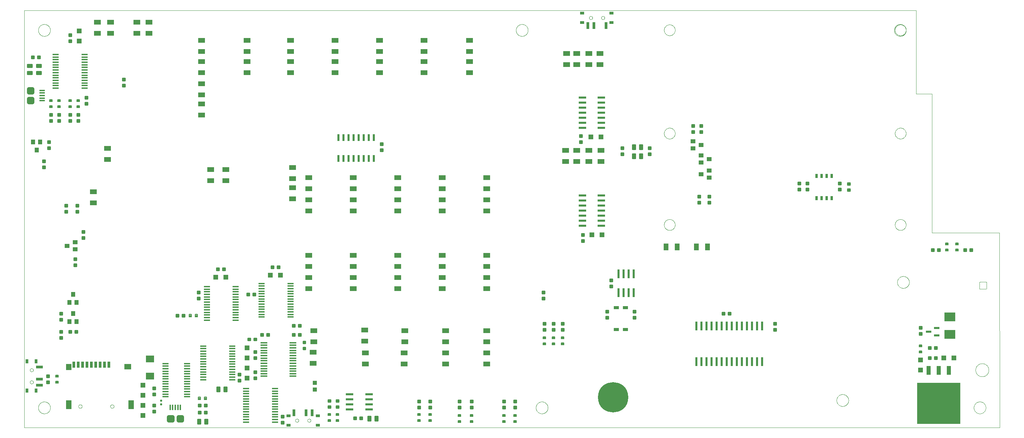
<source format=gtp>
G75*
%MOIN*%
%OFA0B0*%
%FSLAX25Y25*%
%IPPOS*%
%LPD*%
%AMOC8*
5,1,8,0,0,1.08239X$1,22.5*
%
%ADD10C,0.00000*%
%ADD11C,0.30000*%
%ADD12C,0.00875*%
%ADD13R,0.05000X0.05000*%
%ADD14C,0.01000*%
%ADD15R,0.10799X0.08500*%
%ADD16C,0.00750*%
%ADD17R,0.07000X0.05000*%
%ADD18C,0.00100*%
%ADD19R,0.02756X0.06299*%
%ADD20R,0.05512X0.06299*%
%ADD21R,0.05512X0.08661*%
%ADD22R,0.07087X0.05512*%
%ADD23R,0.04500X0.04000*%
%ADD24C,0.00984*%
%ADD25R,0.07800X0.02200*%
%ADD26R,0.42520X0.40984*%
%ADD27R,0.04200X0.08500*%
%ADD28R,0.05906X0.01378*%
%ADD29R,0.02200X0.09000*%
%ADD30R,0.02100X0.06700*%
%ADD31R,0.05200X0.02200*%
%ADD32R,0.07800X0.02100*%
%ADD33R,0.05906X0.01575*%
%ADD34R,0.02200X0.08600*%
%ADD35C,0.00059*%
%ADD36C,0.03740*%
%ADD37R,0.01575X0.05315*%
%ADD38R,0.05315X0.01575*%
%ADD39R,0.08000X0.07000*%
%ADD40R,0.06500X0.01700*%
%ADD41R,0.05000X0.07000*%
%ADD42C,0.00125*%
%ADD43R,0.04000X0.04500*%
%ADD44R,0.02756X0.07087*%
%ADD45R,0.04000X0.02756*%
%ADD46R,0.07087X0.02756*%
%ADD47R,0.02756X0.04000*%
%ADD48R,0.04331X0.03937*%
D10*
X0011835Y0013500D02*
X0011835Y0426886D01*
X0893724Y0426886D01*
X0893724Y0344209D01*
X0909472Y0344209D01*
X0909472Y0206413D01*
X0975921Y0206413D01*
X0976402Y0013500D01*
X0011835Y0013500D01*
X0025614Y0033185D02*
X0025616Y0033338D01*
X0025622Y0033492D01*
X0025632Y0033645D01*
X0025646Y0033797D01*
X0025664Y0033950D01*
X0025686Y0034101D01*
X0025711Y0034252D01*
X0025741Y0034403D01*
X0025775Y0034553D01*
X0025812Y0034701D01*
X0025853Y0034849D01*
X0025898Y0034995D01*
X0025947Y0035141D01*
X0026000Y0035285D01*
X0026056Y0035427D01*
X0026116Y0035568D01*
X0026180Y0035708D01*
X0026247Y0035846D01*
X0026318Y0035982D01*
X0026393Y0036116D01*
X0026470Y0036248D01*
X0026552Y0036378D01*
X0026636Y0036506D01*
X0026724Y0036632D01*
X0026815Y0036755D01*
X0026909Y0036876D01*
X0027007Y0036994D01*
X0027107Y0037110D01*
X0027211Y0037223D01*
X0027317Y0037334D01*
X0027426Y0037442D01*
X0027538Y0037547D01*
X0027652Y0037648D01*
X0027770Y0037747D01*
X0027889Y0037843D01*
X0028011Y0037936D01*
X0028136Y0038025D01*
X0028263Y0038112D01*
X0028392Y0038194D01*
X0028523Y0038274D01*
X0028656Y0038350D01*
X0028791Y0038423D01*
X0028928Y0038492D01*
X0029067Y0038557D01*
X0029207Y0038619D01*
X0029349Y0038677D01*
X0029492Y0038732D01*
X0029637Y0038783D01*
X0029783Y0038830D01*
X0029930Y0038873D01*
X0030078Y0038912D01*
X0030227Y0038948D01*
X0030377Y0038979D01*
X0030528Y0039007D01*
X0030679Y0039031D01*
X0030832Y0039051D01*
X0030984Y0039067D01*
X0031137Y0039079D01*
X0031290Y0039087D01*
X0031443Y0039091D01*
X0031597Y0039091D01*
X0031750Y0039087D01*
X0031903Y0039079D01*
X0032056Y0039067D01*
X0032208Y0039051D01*
X0032361Y0039031D01*
X0032512Y0039007D01*
X0032663Y0038979D01*
X0032813Y0038948D01*
X0032962Y0038912D01*
X0033110Y0038873D01*
X0033257Y0038830D01*
X0033403Y0038783D01*
X0033548Y0038732D01*
X0033691Y0038677D01*
X0033833Y0038619D01*
X0033973Y0038557D01*
X0034112Y0038492D01*
X0034249Y0038423D01*
X0034384Y0038350D01*
X0034517Y0038274D01*
X0034648Y0038194D01*
X0034777Y0038112D01*
X0034904Y0038025D01*
X0035029Y0037936D01*
X0035151Y0037843D01*
X0035270Y0037747D01*
X0035388Y0037648D01*
X0035502Y0037547D01*
X0035614Y0037442D01*
X0035723Y0037334D01*
X0035829Y0037223D01*
X0035933Y0037110D01*
X0036033Y0036994D01*
X0036131Y0036876D01*
X0036225Y0036755D01*
X0036316Y0036632D01*
X0036404Y0036506D01*
X0036488Y0036378D01*
X0036570Y0036248D01*
X0036647Y0036116D01*
X0036722Y0035982D01*
X0036793Y0035846D01*
X0036860Y0035708D01*
X0036924Y0035568D01*
X0036984Y0035427D01*
X0037040Y0035285D01*
X0037093Y0035141D01*
X0037142Y0034995D01*
X0037187Y0034849D01*
X0037228Y0034701D01*
X0037265Y0034553D01*
X0037299Y0034403D01*
X0037329Y0034252D01*
X0037354Y0034101D01*
X0037376Y0033950D01*
X0037394Y0033797D01*
X0037408Y0033645D01*
X0037418Y0033492D01*
X0037424Y0033338D01*
X0037426Y0033185D01*
X0037424Y0033032D01*
X0037418Y0032878D01*
X0037408Y0032725D01*
X0037394Y0032573D01*
X0037376Y0032420D01*
X0037354Y0032269D01*
X0037329Y0032118D01*
X0037299Y0031967D01*
X0037265Y0031817D01*
X0037228Y0031669D01*
X0037187Y0031521D01*
X0037142Y0031375D01*
X0037093Y0031229D01*
X0037040Y0031085D01*
X0036984Y0030943D01*
X0036924Y0030802D01*
X0036860Y0030662D01*
X0036793Y0030524D01*
X0036722Y0030388D01*
X0036647Y0030254D01*
X0036570Y0030122D01*
X0036488Y0029992D01*
X0036404Y0029864D01*
X0036316Y0029738D01*
X0036225Y0029615D01*
X0036131Y0029494D01*
X0036033Y0029376D01*
X0035933Y0029260D01*
X0035829Y0029147D01*
X0035723Y0029036D01*
X0035614Y0028928D01*
X0035502Y0028823D01*
X0035388Y0028722D01*
X0035270Y0028623D01*
X0035151Y0028527D01*
X0035029Y0028434D01*
X0034904Y0028345D01*
X0034777Y0028258D01*
X0034648Y0028176D01*
X0034517Y0028096D01*
X0034384Y0028020D01*
X0034249Y0027947D01*
X0034112Y0027878D01*
X0033973Y0027813D01*
X0033833Y0027751D01*
X0033691Y0027693D01*
X0033548Y0027638D01*
X0033403Y0027587D01*
X0033257Y0027540D01*
X0033110Y0027497D01*
X0032962Y0027458D01*
X0032813Y0027422D01*
X0032663Y0027391D01*
X0032512Y0027363D01*
X0032361Y0027339D01*
X0032208Y0027319D01*
X0032056Y0027303D01*
X0031903Y0027291D01*
X0031750Y0027283D01*
X0031597Y0027279D01*
X0031443Y0027279D01*
X0031290Y0027283D01*
X0031137Y0027291D01*
X0030984Y0027303D01*
X0030832Y0027319D01*
X0030679Y0027339D01*
X0030528Y0027363D01*
X0030377Y0027391D01*
X0030227Y0027422D01*
X0030078Y0027458D01*
X0029930Y0027497D01*
X0029783Y0027540D01*
X0029637Y0027587D01*
X0029492Y0027638D01*
X0029349Y0027693D01*
X0029207Y0027751D01*
X0029067Y0027813D01*
X0028928Y0027878D01*
X0028791Y0027947D01*
X0028656Y0028020D01*
X0028523Y0028096D01*
X0028392Y0028176D01*
X0028263Y0028258D01*
X0028136Y0028345D01*
X0028011Y0028434D01*
X0027889Y0028527D01*
X0027770Y0028623D01*
X0027652Y0028722D01*
X0027538Y0028823D01*
X0027426Y0028928D01*
X0027317Y0029036D01*
X0027211Y0029147D01*
X0027107Y0029260D01*
X0027007Y0029376D01*
X0026909Y0029494D01*
X0026815Y0029615D01*
X0026724Y0029738D01*
X0026636Y0029864D01*
X0026552Y0029992D01*
X0026470Y0030122D01*
X0026393Y0030254D01*
X0026318Y0030388D01*
X0026247Y0030524D01*
X0026180Y0030662D01*
X0026116Y0030802D01*
X0026056Y0030943D01*
X0026000Y0031085D01*
X0025947Y0031229D01*
X0025898Y0031375D01*
X0025853Y0031521D01*
X0025812Y0031669D01*
X0025775Y0031817D01*
X0025741Y0031967D01*
X0025711Y0032118D01*
X0025686Y0032269D01*
X0025664Y0032420D01*
X0025646Y0032573D01*
X0025632Y0032725D01*
X0025622Y0032878D01*
X0025616Y0033032D01*
X0025614Y0033185D01*
X0065334Y0034472D02*
X0065336Y0034556D01*
X0065342Y0034639D01*
X0065352Y0034722D01*
X0065366Y0034805D01*
X0065383Y0034887D01*
X0065405Y0034968D01*
X0065430Y0035047D01*
X0065459Y0035126D01*
X0065492Y0035203D01*
X0065528Y0035278D01*
X0065568Y0035352D01*
X0065611Y0035424D01*
X0065658Y0035493D01*
X0065708Y0035560D01*
X0065761Y0035625D01*
X0065817Y0035687D01*
X0065875Y0035747D01*
X0065937Y0035804D01*
X0066001Y0035857D01*
X0066068Y0035908D01*
X0066137Y0035955D01*
X0066208Y0036000D01*
X0066281Y0036040D01*
X0066356Y0036077D01*
X0066433Y0036111D01*
X0066511Y0036141D01*
X0066590Y0036167D01*
X0066671Y0036190D01*
X0066753Y0036208D01*
X0066835Y0036223D01*
X0066918Y0036234D01*
X0067001Y0036241D01*
X0067085Y0036244D01*
X0067169Y0036243D01*
X0067252Y0036238D01*
X0067336Y0036229D01*
X0067418Y0036216D01*
X0067500Y0036200D01*
X0067581Y0036179D01*
X0067662Y0036155D01*
X0067740Y0036127D01*
X0067818Y0036095D01*
X0067894Y0036059D01*
X0067968Y0036020D01*
X0068040Y0035978D01*
X0068110Y0035932D01*
X0068178Y0035883D01*
X0068243Y0035831D01*
X0068306Y0035776D01*
X0068366Y0035718D01*
X0068424Y0035657D01*
X0068478Y0035593D01*
X0068530Y0035527D01*
X0068578Y0035459D01*
X0068623Y0035388D01*
X0068664Y0035315D01*
X0068703Y0035241D01*
X0068737Y0035165D01*
X0068768Y0035087D01*
X0068795Y0035008D01*
X0068819Y0034927D01*
X0068838Y0034846D01*
X0068854Y0034764D01*
X0068866Y0034681D01*
X0068874Y0034597D01*
X0068878Y0034514D01*
X0068878Y0034430D01*
X0068874Y0034347D01*
X0068866Y0034263D01*
X0068854Y0034180D01*
X0068838Y0034098D01*
X0068819Y0034017D01*
X0068795Y0033936D01*
X0068768Y0033857D01*
X0068737Y0033779D01*
X0068703Y0033703D01*
X0068664Y0033629D01*
X0068623Y0033556D01*
X0068578Y0033485D01*
X0068530Y0033417D01*
X0068478Y0033351D01*
X0068424Y0033287D01*
X0068366Y0033226D01*
X0068306Y0033168D01*
X0068243Y0033113D01*
X0068178Y0033061D01*
X0068110Y0033012D01*
X0068040Y0032966D01*
X0067968Y0032924D01*
X0067894Y0032885D01*
X0067818Y0032849D01*
X0067740Y0032817D01*
X0067662Y0032789D01*
X0067581Y0032765D01*
X0067500Y0032744D01*
X0067418Y0032728D01*
X0067336Y0032715D01*
X0067252Y0032706D01*
X0067169Y0032701D01*
X0067085Y0032700D01*
X0067001Y0032703D01*
X0066918Y0032710D01*
X0066835Y0032721D01*
X0066753Y0032736D01*
X0066671Y0032754D01*
X0066590Y0032777D01*
X0066511Y0032803D01*
X0066433Y0032833D01*
X0066356Y0032867D01*
X0066281Y0032904D01*
X0066208Y0032944D01*
X0066137Y0032989D01*
X0066068Y0033036D01*
X0066001Y0033087D01*
X0065937Y0033140D01*
X0065875Y0033197D01*
X0065817Y0033257D01*
X0065761Y0033319D01*
X0065708Y0033384D01*
X0065658Y0033451D01*
X0065611Y0033520D01*
X0065568Y0033592D01*
X0065528Y0033666D01*
X0065492Y0033741D01*
X0065459Y0033818D01*
X0065430Y0033897D01*
X0065405Y0033976D01*
X0065383Y0034057D01*
X0065366Y0034139D01*
X0065352Y0034222D01*
X0065342Y0034305D01*
X0065336Y0034388D01*
X0065334Y0034472D01*
X0096830Y0034472D02*
X0096832Y0034556D01*
X0096838Y0034639D01*
X0096848Y0034722D01*
X0096862Y0034805D01*
X0096879Y0034887D01*
X0096901Y0034968D01*
X0096926Y0035047D01*
X0096955Y0035126D01*
X0096988Y0035203D01*
X0097024Y0035278D01*
X0097064Y0035352D01*
X0097107Y0035424D01*
X0097154Y0035493D01*
X0097204Y0035560D01*
X0097257Y0035625D01*
X0097313Y0035687D01*
X0097371Y0035747D01*
X0097433Y0035804D01*
X0097497Y0035857D01*
X0097564Y0035908D01*
X0097633Y0035955D01*
X0097704Y0036000D01*
X0097777Y0036040D01*
X0097852Y0036077D01*
X0097929Y0036111D01*
X0098007Y0036141D01*
X0098086Y0036167D01*
X0098167Y0036190D01*
X0098249Y0036208D01*
X0098331Y0036223D01*
X0098414Y0036234D01*
X0098497Y0036241D01*
X0098581Y0036244D01*
X0098665Y0036243D01*
X0098748Y0036238D01*
X0098832Y0036229D01*
X0098914Y0036216D01*
X0098996Y0036200D01*
X0099077Y0036179D01*
X0099158Y0036155D01*
X0099236Y0036127D01*
X0099314Y0036095D01*
X0099390Y0036059D01*
X0099464Y0036020D01*
X0099536Y0035978D01*
X0099606Y0035932D01*
X0099674Y0035883D01*
X0099739Y0035831D01*
X0099802Y0035776D01*
X0099862Y0035718D01*
X0099920Y0035657D01*
X0099974Y0035593D01*
X0100026Y0035527D01*
X0100074Y0035459D01*
X0100119Y0035388D01*
X0100160Y0035315D01*
X0100199Y0035241D01*
X0100233Y0035165D01*
X0100264Y0035087D01*
X0100291Y0035008D01*
X0100315Y0034927D01*
X0100334Y0034846D01*
X0100350Y0034764D01*
X0100362Y0034681D01*
X0100370Y0034597D01*
X0100374Y0034514D01*
X0100374Y0034430D01*
X0100370Y0034347D01*
X0100362Y0034263D01*
X0100350Y0034180D01*
X0100334Y0034098D01*
X0100315Y0034017D01*
X0100291Y0033936D01*
X0100264Y0033857D01*
X0100233Y0033779D01*
X0100199Y0033703D01*
X0100160Y0033629D01*
X0100119Y0033556D01*
X0100074Y0033485D01*
X0100026Y0033417D01*
X0099974Y0033351D01*
X0099920Y0033287D01*
X0099862Y0033226D01*
X0099802Y0033168D01*
X0099739Y0033113D01*
X0099674Y0033061D01*
X0099606Y0033012D01*
X0099536Y0032966D01*
X0099464Y0032924D01*
X0099390Y0032885D01*
X0099314Y0032849D01*
X0099236Y0032817D01*
X0099158Y0032789D01*
X0099077Y0032765D01*
X0098996Y0032744D01*
X0098914Y0032728D01*
X0098832Y0032715D01*
X0098748Y0032706D01*
X0098665Y0032701D01*
X0098581Y0032700D01*
X0098497Y0032703D01*
X0098414Y0032710D01*
X0098331Y0032721D01*
X0098249Y0032736D01*
X0098167Y0032754D01*
X0098086Y0032777D01*
X0098007Y0032803D01*
X0097929Y0032833D01*
X0097852Y0032867D01*
X0097777Y0032904D01*
X0097704Y0032944D01*
X0097633Y0032989D01*
X0097564Y0033036D01*
X0097497Y0033087D01*
X0097433Y0033140D01*
X0097371Y0033197D01*
X0097313Y0033257D01*
X0097257Y0033319D01*
X0097204Y0033384D01*
X0097154Y0033451D01*
X0097107Y0033520D01*
X0097064Y0033592D01*
X0097024Y0033666D01*
X0096988Y0033741D01*
X0096955Y0033818D01*
X0096926Y0033897D01*
X0096901Y0033976D01*
X0096879Y0034057D01*
X0096862Y0034139D01*
X0096848Y0034222D01*
X0096838Y0034305D01*
X0096832Y0034388D01*
X0096830Y0034472D01*
X0017400Y0058500D02*
X0017402Y0058580D01*
X0017408Y0058659D01*
X0017418Y0058738D01*
X0017432Y0058817D01*
X0017449Y0058895D01*
X0017471Y0058972D01*
X0017496Y0059047D01*
X0017526Y0059121D01*
X0017558Y0059194D01*
X0017595Y0059265D01*
X0017635Y0059334D01*
X0017678Y0059401D01*
X0017725Y0059466D01*
X0017774Y0059528D01*
X0017827Y0059588D01*
X0017883Y0059645D01*
X0017941Y0059700D01*
X0018002Y0059751D01*
X0018066Y0059799D01*
X0018132Y0059844D01*
X0018200Y0059886D01*
X0018270Y0059924D01*
X0018342Y0059958D01*
X0018415Y0059989D01*
X0018490Y0060017D01*
X0018567Y0060040D01*
X0018644Y0060060D01*
X0018722Y0060076D01*
X0018801Y0060088D01*
X0018880Y0060096D01*
X0018960Y0060100D01*
X0019040Y0060100D01*
X0019120Y0060096D01*
X0019199Y0060088D01*
X0019278Y0060076D01*
X0019356Y0060060D01*
X0019433Y0060040D01*
X0019510Y0060017D01*
X0019585Y0059989D01*
X0019658Y0059958D01*
X0019730Y0059924D01*
X0019800Y0059886D01*
X0019868Y0059844D01*
X0019934Y0059799D01*
X0019998Y0059751D01*
X0020059Y0059700D01*
X0020117Y0059645D01*
X0020173Y0059588D01*
X0020226Y0059528D01*
X0020275Y0059466D01*
X0020322Y0059401D01*
X0020365Y0059334D01*
X0020405Y0059265D01*
X0020442Y0059194D01*
X0020474Y0059121D01*
X0020504Y0059047D01*
X0020529Y0058972D01*
X0020551Y0058895D01*
X0020568Y0058817D01*
X0020582Y0058738D01*
X0020592Y0058659D01*
X0020598Y0058580D01*
X0020600Y0058500D01*
X0020598Y0058420D01*
X0020592Y0058341D01*
X0020582Y0058262D01*
X0020568Y0058183D01*
X0020551Y0058105D01*
X0020529Y0058028D01*
X0020504Y0057953D01*
X0020474Y0057879D01*
X0020442Y0057806D01*
X0020405Y0057735D01*
X0020365Y0057666D01*
X0020322Y0057599D01*
X0020275Y0057534D01*
X0020226Y0057472D01*
X0020173Y0057412D01*
X0020117Y0057355D01*
X0020059Y0057300D01*
X0019998Y0057249D01*
X0019934Y0057201D01*
X0019868Y0057156D01*
X0019800Y0057114D01*
X0019730Y0057076D01*
X0019658Y0057042D01*
X0019585Y0057011D01*
X0019510Y0056983D01*
X0019433Y0056960D01*
X0019356Y0056940D01*
X0019278Y0056924D01*
X0019199Y0056912D01*
X0019120Y0056904D01*
X0019040Y0056900D01*
X0018960Y0056900D01*
X0018880Y0056904D01*
X0018801Y0056912D01*
X0018722Y0056924D01*
X0018644Y0056940D01*
X0018567Y0056960D01*
X0018490Y0056983D01*
X0018415Y0057011D01*
X0018342Y0057042D01*
X0018270Y0057076D01*
X0018200Y0057114D01*
X0018132Y0057156D01*
X0018066Y0057201D01*
X0018002Y0057249D01*
X0017941Y0057300D01*
X0017883Y0057355D01*
X0017827Y0057412D01*
X0017774Y0057472D01*
X0017725Y0057534D01*
X0017678Y0057599D01*
X0017635Y0057666D01*
X0017595Y0057735D01*
X0017558Y0057806D01*
X0017526Y0057879D01*
X0017496Y0057953D01*
X0017471Y0058028D01*
X0017449Y0058105D01*
X0017432Y0058183D01*
X0017418Y0058262D01*
X0017408Y0058341D01*
X0017402Y0058420D01*
X0017400Y0058500D01*
X0017400Y0070500D02*
X0017402Y0070580D01*
X0017408Y0070659D01*
X0017418Y0070738D01*
X0017432Y0070817D01*
X0017449Y0070895D01*
X0017471Y0070972D01*
X0017496Y0071047D01*
X0017526Y0071121D01*
X0017558Y0071194D01*
X0017595Y0071265D01*
X0017635Y0071334D01*
X0017678Y0071401D01*
X0017725Y0071466D01*
X0017774Y0071528D01*
X0017827Y0071588D01*
X0017883Y0071645D01*
X0017941Y0071700D01*
X0018002Y0071751D01*
X0018066Y0071799D01*
X0018132Y0071844D01*
X0018200Y0071886D01*
X0018270Y0071924D01*
X0018342Y0071958D01*
X0018415Y0071989D01*
X0018490Y0072017D01*
X0018567Y0072040D01*
X0018644Y0072060D01*
X0018722Y0072076D01*
X0018801Y0072088D01*
X0018880Y0072096D01*
X0018960Y0072100D01*
X0019040Y0072100D01*
X0019120Y0072096D01*
X0019199Y0072088D01*
X0019278Y0072076D01*
X0019356Y0072060D01*
X0019433Y0072040D01*
X0019510Y0072017D01*
X0019585Y0071989D01*
X0019658Y0071958D01*
X0019730Y0071924D01*
X0019800Y0071886D01*
X0019868Y0071844D01*
X0019934Y0071799D01*
X0019998Y0071751D01*
X0020059Y0071700D01*
X0020117Y0071645D01*
X0020173Y0071588D01*
X0020226Y0071528D01*
X0020275Y0071466D01*
X0020322Y0071401D01*
X0020365Y0071334D01*
X0020405Y0071265D01*
X0020442Y0071194D01*
X0020474Y0071121D01*
X0020504Y0071047D01*
X0020529Y0070972D01*
X0020551Y0070895D01*
X0020568Y0070817D01*
X0020582Y0070738D01*
X0020592Y0070659D01*
X0020598Y0070580D01*
X0020600Y0070500D01*
X0020598Y0070420D01*
X0020592Y0070341D01*
X0020582Y0070262D01*
X0020568Y0070183D01*
X0020551Y0070105D01*
X0020529Y0070028D01*
X0020504Y0069953D01*
X0020474Y0069879D01*
X0020442Y0069806D01*
X0020405Y0069735D01*
X0020365Y0069666D01*
X0020322Y0069599D01*
X0020275Y0069534D01*
X0020226Y0069472D01*
X0020173Y0069412D01*
X0020117Y0069355D01*
X0020059Y0069300D01*
X0019998Y0069249D01*
X0019934Y0069201D01*
X0019868Y0069156D01*
X0019800Y0069114D01*
X0019730Y0069076D01*
X0019658Y0069042D01*
X0019585Y0069011D01*
X0019510Y0068983D01*
X0019433Y0068960D01*
X0019356Y0068940D01*
X0019278Y0068924D01*
X0019199Y0068912D01*
X0019120Y0068904D01*
X0019040Y0068900D01*
X0018960Y0068900D01*
X0018880Y0068904D01*
X0018801Y0068912D01*
X0018722Y0068924D01*
X0018644Y0068940D01*
X0018567Y0068960D01*
X0018490Y0068983D01*
X0018415Y0069011D01*
X0018342Y0069042D01*
X0018270Y0069076D01*
X0018200Y0069114D01*
X0018132Y0069156D01*
X0018066Y0069201D01*
X0018002Y0069249D01*
X0017941Y0069300D01*
X0017883Y0069355D01*
X0017827Y0069412D01*
X0017774Y0069472D01*
X0017725Y0069534D01*
X0017678Y0069599D01*
X0017635Y0069666D01*
X0017595Y0069735D01*
X0017558Y0069806D01*
X0017526Y0069879D01*
X0017496Y0069953D01*
X0017471Y0070028D01*
X0017449Y0070105D01*
X0017432Y0070183D01*
X0017418Y0070262D01*
X0017408Y0070341D01*
X0017402Y0070420D01*
X0017400Y0070500D01*
X0279800Y0020500D02*
X0279802Y0020580D01*
X0279808Y0020659D01*
X0279818Y0020738D01*
X0279832Y0020817D01*
X0279849Y0020895D01*
X0279871Y0020972D01*
X0279896Y0021047D01*
X0279926Y0021121D01*
X0279958Y0021194D01*
X0279995Y0021265D01*
X0280035Y0021334D01*
X0280078Y0021401D01*
X0280125Y0021466D01*
X0280174Y0021528D01*
X0280227Y0021588D01*
X0280283Y0021645D01*
X0280341Y0021700D01*
X0280402Y0021751D01*
X0280466Y0021799D01*
X0280532Y0021844D01*
X0280600Y0021886D01*
X0280670Y0021924D01*
X0280742Y0021958D01*
X0280815Y0021989D01*
X0280890Y0022017D01*
X0280967Y0022040D01*
X0281044Y0022060D01*
X0281122Y0022076D01*
X0281201Y0022088D01*
X0281280Y0022096D01*
X0281360Y0022100D01*
X0281440Y0022100D01*
X0281520Y0022096D01*
X0281599Y0022088D01*
X0281678Y0022076D01*
X0281756Y0022060D01*
X0281833Y0022040D01*
X0281910Y0022017D01*
X0281985Y0021989D01*
X0282058Y0021958D01*
X0282130Y0021924D01*
X0282200Y0021886D01*
X0282268Y0021844D01*
X0282334Y0021799D01*
X0282398Y0021751D01*
X0282459Y0021700D01*
X0282517Y0021645D01*
X0282573Y0021588D01*
X0282626Y0021528D01*
X0282675Y0021466D01*
X0282722Y0021401D01*
X0282765Y0021334D01*
X0282805Y0021265D01*
X0282842Y0021194D01*
X0282874Y0021121D01*
X0282904Y0021047D01*
X0282929Y0020972D01*
X0282951Y0020895D01*
X0282968Y0020817D01*
X0282982Y0020738D01*
X0282992Y0020659D01*
X0282998Y0020580D01*
X0283000Y0020500D01*
X0282998Y0020420D01*
X0282992Y0020341D01*
X0282982Y0020262D01*
X0282968Y0020183D01*
X0282951Y0020105D01*
X0282929Y0020028D01*
X0282904Y0019953D01*
X0282874Y0019879D01*
X0282842Y0019806D01*
X0282805Y0019735D01*
X0282765Y0019666D01*
X0282722Y0019599D01*
X0282675Y0019534D01*
X0282626Y0019472D01*
X0282573Y0019412D01*
X0282517Y0019355D01*
X0282459Y0019300D01*
X0282398Y0019249D01*
X0282334Y0019201D01*
X0282268Y0019156D01*
X0282200Y0019114D01*
X0282130Y0019076D01*
X0282058Y0019042D01*
X0281985Y0019011D01*
X0281910Y0018983D01*
X0281833Y0018960D01*
X0281756Y0018940D01*
X0281678Y0018924D01*
X0281599Y0018912D01*
X0281520Y0018904D01*
X0281440Y0018900D01*
X0281360Y0018900D01*
X0281280Y0018904D01*
X0281201Y0018912D01*
X0281122Y0018924D01*
X0281044Y0018940D01*
X0280967Y0018960D01*
X0280890Y0018983D01*
X0280815Y0019011D01*
X0280742Y0019042D01*
X0280670Y0019076D01*
X0280600Y0019114D01*
X0280532Y0019156D01*
X0280466Y0019201D01*
X0280402Y0019249D01*
X0280341Y0019300D01*
X0280283Y0019355D01*
X0280227Y0019412D01*
X0280174Y0019472D01*
X0280125Y0019534D01*
X0280078Y0019599D01*
X0280035Y0019666D01*
X0279995Y0019735D01*
X0279958Y0019806D01*
X0279926Y0019879D01*
X0279896Y0019953D01*
X0279871Y0020028D01*
X0279849Y0020105D01*
X0279832Y0020183D01*
X0279818Y0020262D01*
X0279808Y0020341D01*
X0279802Y0020420D01*
X0279800Y0020500D01*
X0291800Y0020500D02*
X0291802Y0020580D01*
X0291808Y0020659D01*
X0291818Y0020738D01*
X0291832Y0020817D01*
X0291849Y0020895D01*
X0291871Y0020972D01*
X0291896Y0021047D01*
X0291926Y0021121D01*
X0291958Y0021194D01*
X0291995Y0021265D01*
X0292035Y0021334D01*
X0292078Y0021401D01*
X0292125Y0021466D01*
X0292174Y0021528D01*
X0292227Y0021588D01*
X0292283Y0021645D01*
X0292341Y0021700D01*
X0292402Y0021751D01*
X0292466Y0021799D01*
X0292532Y0021844D01*
X0292600Y0021886D01*
X0292670Y0021924D01*
X0292742Y0021958D01*
X0292815Y0021989D01*
X0292890Y0022017D01*
X0292967Y0022040D01*
X0293044Y0022060D01*
X0293122Y0022076D01*
X0293201Y0022088D01*
X0293280Y0022096D01*
X0293360Y0022100D01*
X0293440Y0022100D01*
X0293520Y0022096D01*
X0293599Y0022088D01*
X0293678Y0022076D01*
X0293756Y0022060D01*
X0293833Y0022040D01*
X0293910Y0022017D01*
X0293985Y0021989D01*
X0294058Y0021958D01*
X0294130Y0021924D01*
X0294200Y0021886D01*
X0294268Y0021844D01*
X0294334Y0021799D01*
X0294398Y0021751D01*
X0294459Y0021700D01*
X0294517Y0021645D01*
X0294573Y0021588D01*
X0294626Y0021528D01*
X0294675Y0021466D01*
X0294722Y0021401D01*
X0294765Y0021334D01*
X0294805Y0021265D01*
X0294842Y0021194D01*
X0294874Y0021121D01*
X0294904Y0021047D01*
X0294929Y0020972D01*
X0294951Y0020895D01*
X0294968Y0020817D01*
X0294982Y0020738D01*
X0294992Y0020659D01*
X0294998Y0020580D01*
X0295000Y0020500D01*
X0294998Y0020420D01*
X0294992Y0020341D01*
X0294982Y0020262D01*
X0294968Y0020183D01*
X0294951Y0020105D01*
X0294929Y0020028D01*
X0294904Y0019953D01*
X0294874Y0019879D01*
X0294842Y0019806D01*
X0294805Y0019735D01*
X0294765Y0019666D01*
X0294722Y0019599D01*
X0294675Y0019534D01*
X0294626Y0019472D01*
X0294573Y0019412D01*
X0294517Y0019355D01*
X0294459Y0019300D01*
X0294398Y0019249D01*
X0294334Y0019201D01*
X0294268Y0019156D01*
X0294200Y0019114D01*
X0294130Y0019076D01*
X0294058Y0019042D01*
X0293985Y0019011D01*
X0293910Y0018983D01*
X0293833Y0018960D01*
X0293756Y0018940D01*
X0293678Y0018924D01*
X0293599Y0018912D01*
X0293520Y0018904D01*
X0293440Y0018900D01*
X0293360Y0018900D01*
X0293280Y0018904D01*
X0293201Y0018912D01*
X0293122Y0018924D01*
X0293044Y0018940D01*
X0292967Y0018960D01*
X0292890Y0018983D01*
X0292815Y0019011D01*
X0292742Y0019042D01*
X0292670Y0019076D01*
X0292600Y0019114D01*
X0292532Y0019156D01*
X0292466Y0019201D01*
X0292402Y0019249D01*
X0292341Y0019300D01*
X0292283Y0019355D01*
X0292227Y0019412D01*
X0292174Y0019472D01*
X0292125Y0019534D01*
X0292078Y0019599D01*
X0292035Y0019666D01*
X0291995Y0019735D01*
X0291958Y0019806D01*
X0291926Y0019879D01*
X0291896Y0019953D01*
X0291871Y0020028D01*
X0291849Y0020105D01*
X0291832Y0020183D01*
X0291818Y0020262D01*
X0291808Y0020341D01*
X0291802Y0020420D01*
X0291800Y0020500D01*
X0517740Y0033185D02*
X0517742Y0033338D01*
X0517748Y0033492D01*
X0517758Y0033645D01*
X0517772Y0033797D01*
X0517790Y0033950D01*
X0517812Y0034101D01*
X0517837Y0034252D01*
X0517867Y0034403D01*
X0517901Y0034553D01*
X0517938Y0034701D01*
X0517979Y0034849D01*
X0518024Y0034995D01*
X0518073Y0035141D01*
X0518126Y0035285D01*
X0518182Y0035427D01*
X0518242Y0035568D01*
X0518306Y0035708D01*
X0518373Y0035846D01*
X0518444Y0035982D01*
X0518519Y0036116D01*
X0518596Y0036248D01*
X0518678Y0036378D01*
X0518762Y0036506D01*
X0518850Y0036632D01*
X0518941Y0036755D01*
X0519035Y0036876D01*
X0519133Y0036994D01*
X0519233Y0037110D01*
X0519337Y0037223D01*
X0519443Y0037334D01*
X0519552Y0037442D01*
X0519664Y0037547D01*
X0519778Y0037648D01*
X0519896Y0037747D01*
X0520015Y0037843D01*
X0520137Y0037936D01*
X0520262Y0038025D01*
X0520389Y0038112D01*
X0520518Y0038194D01*
X0520649Y0038274D01*
X0520782Y0038350D01*
X0520917Y0038423D01*
X0521054Y0038492D01*
X0521193Y0038557D01*
X0521333Y0038619D01*
X0521475Y0038677D01*
X0521618Y0038732D01*
X0521763Y0038783D01*
X0521909Y0038830D01*
X0522056Y0038873D01*
X0522204Y0038912D01*
X0522353Y0038948D01*
X0522503Y0038979D01*
X0522654Y0039007D01*
X0522805Y0039031D01*
X0522958Y0039051D01*
X0523110Y0039067D01*
X0523263Y0039079D01*
X0523416Y0039087D01*
X0523569Y0039091D01*
X0523723Y0039091D01*
X0523876Y0039087D01*
X0524029Y0039079D01*
X0524182Y0039067D01*
X0524334Y0039051D01*
X0524487Y0039031D01*
X0524638Y0039007D01*
X0524789Y0038979D01*
X0524939Y0038948D01*
X0525088Y0038912D01*
X0525236Y0038873D01*
X0525383Y0038830D01*
X0525529Y0038783D01*
X0525674Y0038732D01*
X0525817Y0038677D01*
X0525959Y0038619D01*
X0526099Y0038557D01*
X0526238Y0038492D01*
X0526375Y0038423D01*
X0526510Y0038350D01*
X0526643Y0038274D01*
X0526774Y0038194D01*
X0526903Y0038112D01*
X0527030Y0038025D01*
X0527155Y0037936D01*
X0527277Y0037843D01*
X0527396Y0037747D01*
X0527514Y0037648D01*
X0527628Y0037547D01*
X0527740Y0037442D01*
X0527849Y0037334D01*
X0527955Y0037223D01*
X0528059Y0037110D01*
X0528159Y0036994D01*
X0528257Y0036876D01*
X0528351Y0036755D01*
X0528442Y0036632D01*
X0528530Y0036506D01*
X0528614Y0036378D01*
X0528696Y0036248D01*
X0528773Y0036116D01*
X0528848Y0035982D01*
X0528919Y0035846D01*
X0528986Y0035708D01*
X0529050Y0035568D01*
X0529110Y0035427D01*
X0529166Y0035285D01*
X0529219Y0035141D01*
X0529268Y0034995D01*
X0529313Y0034849D01*
X0529354Y0034701D01*
X0529391Y0034553D01*
X0529425Y0034403D01*
X0529455Y0034252D01*
X0529480Y0034101D01*
X0529502Y0033950D01*
X0529520Y0033797D01*
X0529534Y0033645D01*
X0529544Y0033492D01*
X0529550Y0033338D01*
X0529552Y0033185D01*
X0529550Y0033032D01*
X0529544Y0032878D01*
X0529534Y0032725D01*
X0529520Y0032573D01*
X0529502Y0032420D01*
X0529480Y0032269D01*
X0529455Y0032118D01*
X0529425Y0031967D01*
X0529391Y0031817D01*
X0529354Y0031669D01*
X0529313Y0031521D01*
X0529268Y0031375D01*
X0529219Y0031229D01*
X0529166Y0031085D01*
X0529110Y0030943D01*
X0529050Y0030802D01*
X0528986Y0030662D01*
X0528919Y0030524D01*
X0528848Y0030388D01*
X0528773Y0030254D01*
X0528696Y0030122D01*
X0528614Y0029992D01*
X0528530Y0029864D01*
X0528442Y0029738D01*
X0528351Y0029615D01*
X0528257Y0029494D01*
X0528159Y0029376D01*
X0528059Y0029260D01*
X0527955Y0029147D01*
X0527849Y0029036D01*
X0527740Y0028928D01*
X0527628Y0028823D01*
X0527514Y0028722D01*
X0527396Y0028623D01*
X0527277Y0028527D01*
X0527155Y0028434D01*
X0527030Y0028345D01*
X0526903Y0028258D01*
X0526774Y0028176D01*
X0526643Y0028096D01*
X0526510Y0028020D01*
X0526375Y0027947D01*
X0526238Y0027878D01*
X0526099Y0027813D01*
X0525959Y0027751D01*
X0525817Y0027693D01*
X0525674Y0027638D01*
X0525529Y0027587D01*
X0525383Y0027540D01*
X0525236Y0027497D01*
X0525088Y0027458D01*
X0524939Y0027422D01*
X0524789Y0027391D01*
X0524638Y0027363D01*
X0524487Y0027339D01*
X0524334Y0027319D01*
X0524182Y0027303D01*
X0524029Y0027291D01*
X0523876Y0027283D01*
X0523723Y0027279D01*
X0523569Y0027279D01*
X0523416Y0027283D01*
X0523263Y0027291D01*
X0523110Y0027303D01*
X0522958Y0027319D01*
X0522805Y0027339D01*
X0522654Y0027363D01*
X0522503Y0027391D01*
X0522353Y0027422D01*
X0522204Y0027458D01*
X0522056Y0027497D01*
X0521909Y0027540D01*
X0521763Y0027587D01*
X0521618Y0027638D01*
X0521475Y0027693D01*
X0521333Y0027751D01*
X0521193Y0027813D01*
X0521054Y0027878D01*
X0520917Y0027947D01*
X0520782Y0028020D01*
X0520649Y0028096D01*
X0520518Y0028176D01*
X0520389Y0028258D01*
X0520262Y0028345D01*
X0520137Y0028434D01*
X0520015Y0028527D01*
X0519896Y0028623D01*
X0519778Y0028722D01*
X0519664Y0028823D01*
X0519552Y0028928D01*
X0519443Y0029036D01*
X0519337Y0029147D01*
X0519233Y0029260D01*
X0519133Y0029376D01*
X0519035Y0029494D01*
X0518941Y0029615D01*
X0518850Y0029738D01*
X0518762Y0029864D01*
X0518678Y0029992D01*
X0518596Y0030122D01*
X0518519Y0030254D01*
X0518444Y0030388D01*
X0518373Y0030524D01*
X0518306Y0030662D01*
X0518242Y0030802D01*
X0518182Y0030943D01*
X0518126Y0031085D01*
X0518073Y0031229D01*
X0518024Y0031375D01*
X0517979Y0031521D01*
X0517938Y0031669D01*
X0517901Y0031817D01*
X0517867Y0031967D01*
X0517837Y0032118D01*
X0517812Y0032269D01*
X0517790Y0032420D01*
X0517772Y0032573D01*
X0517758Y0032725D01*
X0517748Y0032878D01*
X0517742Y0033032D01*
X0517740Y0033185D01*
X0815094Y0040500D02*
X0815096Y0040653D01*
X0815102Y0040807D01*
X0815112Y0040960D01*
X0815126Y0041112D01*
X0815144Y0041265D01*
X0815166Y0041416D01*
X0815191Y0041567D01*
X0815221Y0041718D01*
X0815255Y0041868D01*
X0815292Y0042016D01*
X0815333Y0042164D01*
X0815378Y0042310D01*
X0815427Y0042456D01*
X0815480Y0042600D01*
X0815536Y0042742D01*
X0815596Y0042883D01*
X0815660Y0043023D01*
X0815727Y0043161D01*
X0815798Y0043297D01*
X0815873Y0043431D01*
X0815950Y0043563D01*
X0816032Y0043693D01*
X0816116Y0043821D01*
X0816204Y0043947D01*
X0816295Y0044070D01*
X0816389Y0044191D01*
X0816487Y0044309D01*
X0816587Y0044425D01*
X0816691Y0044538D01*
X0816797Y0044649D01*
X0816906Y0044757D01*
X0817018Y0044862D01*
X0817132Y0044963D01*
X0817250Y0045062D01*
X0817369Y0045158D01*
X0817491Y0045251D01*
X0817616Y0045340D01*
X0817743Y0045427D01*
X0817872Y0045509D01*
X0818003Y0045589D01*
X0818136Y0045665D01*
X0818271Y0045738D01*
X0818408Y0045807D01*
X0818547Y0045872D01*
X0818687Y0045934D01*
X0818829Y0045992D01*
X0818972Y0046047D01*
X0819117Y0046098D01*
X0819263Y0046145D01*
X0819410Y0046188D01*
X0819558Y0046227D01*
X0819707Y0046263D01*
X0819857Y0046294D01*
X0820008Y0046322D01*
X0820159Y0046346D01*
X0820312Y0046366D01*
X0820464Y0046382D01*
X0820617Y0046394D01*
X0820770Y0046402D01*
X0820923Y0046406D01*
X0821077Y0046406D01*
X0821230Y0046402D01*
X0821383Y0046394D01*
X0821536Y0046382D01*
X0821688Y0046366D01*
X0821841Y0046346D01*
X0821992Y0046322D01*
X0822143Y0046294D01*
X0822293Y0046263D01*
X0822442Y0046227D01*
X0822590Y0046188D01*
X0822737Y0046145D01*
X0822883Y0046098D01*
X0823028Y0046047D01*
X0823171Y0045992D01*
X0823313Y0045934D01*
X0823453Y0045872D01*
X0823592Y0045807D01*
X0823729Y0045738D01*
X0823864Y0045665D01*
X0823997Y0045589D01*
X0824128Y0045509D01*
X0824257Y0045427D01*
X0824384Y0045340D01*
X0824509Y0045251D01*
X0824631Y0045158D01*
X0824750Y0045062D01*
X0824868Y0044963D01*
X0824982Y0044862D01*
X0825094Y0044757D01*
X0825203Y0044649D01*
X0825309Y0044538D01*
X0825413Y0044425D01*
X0825513Y0044309D01*
X0825611Y0044191D01*
X0825705Y0044070D01*
X0825796Y0043947D01*
X0825884Y0043821D01*
X0825968Y0043693D01*
X0826050Y0043563D01*
X0826127Y0043431D01*
X0826202Y0043297D01*
X0826273Y0043161D01*
X0826340Y0043023D01*
X0826404Y0042883D01*
X0826464Y0042742D01*
X0826520Y0042600D01*
X0826573Y0042456D01*
X0826622Y0042310D01*
X0826667Y0042164D01*
X0826708Y0042016D01*
X0826745Y0041868D01*
X0826779Y0041718D01*
X0826809Y0041567D01*
X0826834Y0041416D01*
X0826856Y0041265D01*
X0826874Y0041112D01*
X0826888Y0040960D01*
X0826898Y0040807D01*
X0826904Y0040653D01*
X0826906Y0040500D01*
X0826904Y0040347D01*
X0826898Y0040193D01*
X0826888Y0040040D01*
X0826874Y0039888D01*
X0826856Y0039735D01*
X0826834Y0039584D01*
X0826809Y0039433D01*
X0826779Y0039282D01*
X0826745Y0039132D01*
X0826708Y0038984D01*
X0826667Y0038836D01*
X0826622Y0038690D01*
X0826573Y0038544D01*
X0826520Y0038400D01*
X0826464Y0038258D01*
X0826404Y0038117D01*
X0826340Y0037977D01*
X0826273Y0037839D01*
X0826202Y0037703D01*
X0826127Y0037569D01*
X0826050Y0037437D01*
X0825968Y0037307D01*
X0825884Y0037179D01*
X0825796Y0037053D01*
X0825705Y0036930D01*
X0825611Y0036809D01*
X0825513Y0036691D01*
X0825413Y0036575D01*
X0825309Y0036462D01*
X0825203Y0036351D01*
X0825094Y0036243D01*
X0824982Y0036138D01*
X0824868Y0036037D01*
X0824750Y0035938D01*
X0824631Y0035842D01*
X0824509Y0035749D01*
X0824384Y0035660D01*
X0824257Y0035573D01*
X0824128Y0035491D01*
X0823997Y0035411D01*
X0823864Y0035335D01*
X0823729Y0035262D01*
X0823592Y0035193D01*
X0823453Y0035128D01*
X0823313Y0035066D01*
X0823171Y0035008D01*
X0823028Y0034953D01*
X0822883Y0034902D01*
X0822737Y0034855D01*
X0822590Y0034812D01*
X0822442Y0034773D01*
X0822293Y0034737D01*
X0822143Y0034706D01*
X0821992Y0034678D01*
X0821841Y0034654D01*
X0821688Y0034634D01*
X0821536Y0034618D01*
X0821383Y0034606D01*
X0821230Y0034598D01*
X0821077Y0034594D01*
X0820923Y0034594D01*
X0820770Y0034598D01*
X0820617Y0034606D01*
X0820464Y0034618D01*
X0820312Y0034634D01*
X0820159Y0034654D01*
X0820008Y0034678D01*
X0819857Y0034706D01*
X0819707Y0034737D01*
X0819558Y0034773D01*
X0819410Y0034812D01*
X0819263Y0034855D01*
X0819117Y0034902D01*
X0818972Y0034953D01*
X0818829Y0035008D01*
X0818687Y0035066D01*
X0818547Y0035128D01*
X0818408Y0035193D01*
X0818271Y0035262D01*
X0818136Y0035335D01*
X0818003Y0035411D01*
X0817872Y0035491D01*
X0817743Y0035573D01*
X0817616Y0035660D01*
X0817491Y0035749D01*
X0817369Y0035842D01*
X0817250Y0035938D01*
X0817132Y0036037D01*
X0817018Y0036138D01*
X0816906Y0036243D01*
X0816797Y0036351D01*
X0816691Y0036462D01*
X0816587Y0036575D01*
X0816487Y0036691D01*
X0816389Y0036809D01*
X0816295Y0036930D01*
X0816204Y0037053D01*
X0816116Y0037179D01*
X0816032Y0037307D01*
X0815950Y0037437D01*
X0815873Y0037569D01*
X0815798Y0037703D01*
X0815727Y0037839D01*
X0815660Y0037977D01*
X0815596Y0038117D01*
X0815536Y0038258D01*
X0815480Y0038400D01*
X0815427Y0038544D01*
X0815378Y0038690D01*
X0815333Y0038836D01*
X0815292Y0038984D01*
X0815255Y0039132D01*
X0815221Y0039282D01*
X0815191Y0039433D01*
X0815166Y0039584D01*
X0815144Y0039735D01*
X0815126Y0039888D01*
X0815112Y0040040D01*
X0815102Y0040193D01*
X0815096Y0040347D01*
X0815094Y0040500D01*
X0950811Y0033185D02*
X0950813Y0033338D01*
X0950819Y0033492D01*
X0950829Y0033645D01*
X0950843Y0033797D01*
X0950861Y0033950D01*
X0950883Y0034101D01*
X0950908Y0034252D01*
X0950938Y0034403D01*
X0950972Y0034553D01*
X0951009Y0034701D01*
X0951050Y0034849D01*
X0951095Y0034995D01*
X0951144Y0035141D01*
X0951197Y0035285D01*
X0951253Y0035427D01*
X0951313Y0035568D01*
X0951377Y0035708D01*
X0951444Y0035846D01*
X0951515Y0035982D01*
X0951590Y0036116D01*
X0951667Y0036248D01*
X0951749Y0036378D01*
X0951833Y0036506D01*
X0951921Y0036632D01*
X0952012Y0036755D01*
X0952106Y0036876D01*
X0952204Y0036994D01*
X0952304Y0037110D01*
X0952408Y0037223D01*
X0952514Y0037334D01*
X0952623Y0037442D01*
X0952735Y0037547D01*
X0952849Y0037648D01*
X0952967Y0037747D01*
X0953086Y0037843D01*
X0953208Y0037936D01*
X0953333Y0038025D01*
X0953460Y0038112D01*
X0953589Y0038194D01*
X0953720Y0038274D01*
X0953853Y0038350D01*
X0953988Y0038423D01*
X0954125Y0038492D01*
X0954264Y0038557D01*
X0954404Y0038619D01*
X0954546Y0038677D01*
X0954689Y0038732D01*
X0954834Y0038783D01*
X0954980Y0038830D01*
X0955127Y0038873D01*
X0955275Y0038912D01*
X0955424Y0038948D01*
X0955574Y0038979D01*
X0955725Y0039007D01*
X0955876Y0039031D01*
X0956029Y0039051D01*
X0956181Y0039067D01*
X0956334Y0039079D01*
X0956487Y0039087D01*
X0956640Y0039091D01*
X0956794Y0039091D01*
X0956947Y0039087D01*
X0957100Y0039079D01*
X0957253Y0039067D01*
X0957405Y0039051D01*
X0957558Y0039031D01*
X0957709Y0039007D01*
X0957860Y0038979D01*
X0958010Y0038948D01*
X0958159Y0038912D01*
X0958307Y0038873D01*
X0958454Y0038830D01*
X0958600Y0038783D01*
X0958745Y0038732D01*
X0958888Y0038677D01*
X0959030Y0038619D01*
X0959170Y0038557D01*
X0959309Y0038492D01*
X0959446Y0038423D01*
X0959581Y0038350D01*
X0959714Y0038274D01*
X0959845Y0038194D01*
X0959974Y0038112D01*
X0960101Y0038025D01*
X0960226Y0037936D01*
X0960348Y0037843D01*
X0960467Y0037747D01*
X0960585Y0037648D01*
X0960699Y0037547D01*
X0960811Y0037442D01*
X0960920Y0037334D01*
X0961026Y0037223D01*
X0961130Y0037110D01*
X0961230Y0036994D01*
X0961328Y0036876D01*
X0961422Y0036755D01*
X0961513Y0036632D01*
X0961601Y0036506D01*
X0961685Y0036378D01*
X0961767Y0036248D01*
X0961844Y0036116D01*
X0961919Y0035982D01*
X0961990Y0035846D01*
X0962057Y0035708D01*
X0962121Y0035568D01*
X0962181Y0035427D01*
X0962237Y0035285D01*
X0962290Y0035141D01*
X0962339Y0034995D01*
X0962384Y0034849D01*
X0962425Y0034701D01*
X0962462Y0034553D01*
X0962496Y0034403D01*
X0962526Y0034252D01*
X0962551Y0034101D01*
X0962573Y0033950D01*
X0962591Y0033797D01*
X0962605Y0033645D01*
X0962615Y0033492D01*
X0962621Y0033338D01*
X0962623Y0033185D01*
X0962621Y0033032D01*
X0962615Y0032878D01*
X0962605Y0032725D01*
X0962591Y0032573D01*
X0962573Y0032420D01*
X0962551Y0032269D01*
X0962526Y0032118D01*
X0962496Y0031967D01*
X0962462Y0031817D01*
X0962425Y0031669D01*
X0962384Y0031521D01*
X0962339Y0031375D01*
X0962290Y0031229D01*
X0962237Y0031085D01*
X0962181Y0030943D01*
X0962121Y0030802D01*
X0962057Y0030662D01*
X0961990Y0030524D01*
X0961919Y0030388D01*
X0961844Y0030254D01*
X0961767Y0030122D01*
X0961685Y0029992D01*
X0961601Y0029864D01*
X0961513Y0029738D01*
X0961422Y0029615D01*
X0961328Y0029494D01*
X0961230Y0029376D01*
X0961130Y0029260D01*
X0961026Y0029147D01*
X0960920Y0029036D01*
X0960811Y0028928D01*
X0960699Y0028823D01*
X0960585Y0028722D01*
X0960467Y0028623D01*
X0960348Y0028527D01*
X0960226Y0028434D01*
X0960101Y0028345D01*
X0959974Y0028258D01*
X0959845Y0028176D01*
X0959714Y0028096D01*
X0959581Y0028020D01*
X0959446Y0027947D01*
X0959309Y0027878D01*
X0959170Y0027813D01*
X0959030Y0027751D01*
X0958888Y0027693D01*
X0958745Y0027638D01*
X0958600Y0027587D01*
X0958454Y0027540D01*
X0958307Y0027497D01*
X0958159Y0027458D01*
X0958010Y0027422D01*
X0957860Y0027391D01*
X0957709Y0027363D01*
X0957558Y0027339D01*
X0957405Y0027319D01*
X0957253Y0027303D01*
X0957100Y0027291D01*
X0956947Y0027283D01*
X0956794Y0027279D01*
X0956640Y0027279D01*
X0956487Y0027283D01*
X0956334Y0027291D01*
X0956181Y0027303D01*
X0956029Y0027319D01*
X0955876Y0027339D01*
X0955725Y0027363D01*
X0955574Y0027391D01*
X0955424Y0027422D01*
X0955275Y0027458D01*
X0955127Y0027497D01*
X0954980Y0027540D01*
X0954834Y0027587D01*
X0954689Y0027638D01*
X0954546Y0027693D01*
X0954404Y0027751D01*
X0954264Y0027813D01*
X0954125Y0027878D01*
X0953988Y0027947D01*
X0953853Y0028020D01*
X0953720Y0028096D01*
X0953589Y0028176D01*
X0953460Y0028258D01*
X0953333Y0028345D01*
X0953208Y0028434D01*
X0953086Y0028527D01*
X0952967Y0028623D01*
X0952849Y0028722D01*
X0952735Y0028823D01*
X0952623Y0028928D01*
X0952514Y0029036D01*
X0952408Y0029147D01*
X0952304Y0029260D01*
X0952204Y0029376D01*
X0952106Y0029494D01*
X0952012Y0029615D01*
X0951921Y0029738D01*
X0951833Y0029864D01*
X0951749Y0029992D01*
X0951667Y0030122D01*
X0951590Y0030254D01*
X0951515Y0030388D01*
X0951444Y0030524D01*
X0951377Y0030662D01*
X0951313Y0030802D01*
X0951253Y0030943D01*
X0951197Y0031085D01*
X0951144Y0031229D01*
X0951095Y0031375D01*
X0951050Y0031521D01*
X0951009Y0031669D01*
X0950972Y0031817D01*
X0950938Y0031967D01*
X0950908Y0032118D01*
X0950883Y0032269D01*
X0950861Y0032420D01*
X0950843Y0032573D01*
X0950829Y0032725D01*
X0950819Y0032878D01*
X0950813Y0033032D01*
X0950811Y0033185D01*
X0952500Y0070500D02*
X0952502Y0070661D01*
X0952508Y0070821D01*
X0952518Y0070982D01*
X0952532Y0071142D01*
X0952550Y0071302D01*
X0952571Y0071461D01*
X0952597Y0071620D01*
X0952627Y0071778D01*
X0952660Y0071935D01*
X0952698Y0072092D01*
X0952739Y0072247D01*
X0952784Y0072401D01*
X0952833Y0072554D01*
X0952886Y0072706D01*
X0952942Y0072857D01*
X0953003Y0073006D01*
X0953066Y0073154D01*
X0953134Y0073300D01*
X0953205Y0073444D01*
X0953279Y0073586D01*
X0953357Y0073727D01*
X0953439Y0073865D01*
X0953524Y0074002D01*
X0953612Y0074136D01*
X0953704Y0074268D01*
X0953799Y0074398D01*
X0953897Y0074526D01*
X0953998Y0074651D01*
X0954102Y0074773D01*
X0954209Y0074893D01*
X0954319Y0075010D01*
X0954432Y0075125D01*
X0954548Y0075236D01*
X0954667Y0075345D01*
X0954788Y0075450D01*
X0954912Y0075553D01*
X0955038Y0075653D01*
X0955166Y0075749D01*
X0955297Y0075842D01*
X0955431Y0075932D01*
X0955566Y0076019D01*
X0955704Y0076102D01*
X0955843Y0076182D01*
X0955985Y0076258D01*
X0956128Y0076331D01*
X0956273Y0076400D01*
X0956420Y0076466D01*
X0956568Y0076528D01*
X0956718Y0076586D01*
X0956869Y0076641D01*
X0957022Y0076692D01*
X0957176Y0076739D01*
X0957331Y0076782D01*
X0957487Y0076821D01*
X0957643Y0076857D01*
X0957801Y0076888D01*
X0957959Y0076916D01*
X0958118Y0076940D01*
X0958278Y0076960D01*
X0958438Y0076976D01*
X0958598Y0076988D01*
X0958759Y0076996D01*
X0958920Y0077000D01*
X0959080Y0077000D01*
X0959241Y0076996D01*
X0959402Y0076988D01*
X0959562Y0076976D01*
X0959722Y0076960D01*
X0959882Y0076940D01*
X0960041Y0076916D01*
X0960199Y0076888D01*
X0960357Y0076857D01*
X0960513Y0076821D01*
X0960669Y0076782D01*
X0960824Y0076739D01*
X0960978Y0076692D01*
X0961131Y0076641D01*
X0961282Y0076586D01*
X0961432Y0076528D01*
X0961580Y0076466D01*
X0961727Y0076400D01*
X0961872Y0076331D01*
X0962015Y0076258D01*
X0962157Y0076182D01*
X0962296Y0076102D01*
X0962434Y0076019D01*
X0962569Y0075932D01*
X0962703Y0075842D01*
X0962834Y0075749D01*
X0962962Y0075653D01*
X0963088Y0075553D01*
X0963212Y0075450D01*
X0963333Y0075345D01*
X0963452Y0075236D01*
X0963568Y0075125D01*
X0963681Y0075010D01*
X0963791Y0074893D01*
X0963898Y0074773D01*
X0964002Y0074651D01*
X0964103Y0074526D01*
X0964201Y0074398D01*
X0964296Y0074268D01*
X0964388Y0074136D01*
X0964476Y0074002D01*
X0964561Y0073865D01*
X0964643Y0073727D01*
X0964721Y0073586D01*
X0964795Y0073444D01*
X0964866Y0073300D01*
X0964934Y0073154D01*
X0964997Y0073006D01*
X0965058Y0072857D01*
X0965114Y0072706D01*
X0965167Y0072554D01*
X0965216Y0072401D01*
X0965261Y0072247D01*
X0965302Y0072092D01*
X0965340Y0071935D01*
X0965373Y0071778D01*
X0965403Y0071620D01*
X0965429Y0071461D01*
X0965450Y0071302D01*
X0965468Y0071142D01*
X0965482Y0070982D01*
X0965492Y0070821D01*
X0965498Y0070661D01*
X0965500Y0070500D01*
X0965498Y0070339D01*
X0965492Y0070179D01*
X0965482Y0070018D01*
X0965468Y0069858D01*
X0965450Y0069698D01*
X0965429Y0069539D01*
X0965403Y0069380D01*
X0965373Y0069222D01*
X0965340Y0069065D01*
X0965302Y0068908D01*
X0965261Y0068753D01*
X0965216Y0068599D01*
X0965167Y0068446D01*
X0965114Y0068294D01*
X0965058Y0068143D01*
X0964997Y0067994D01*
X0964934Y0067846D01*
X0964866Y0067700D01*
X0964795Y0067556D01*
X0964721Y0067414D01*
X0964643Y0067273D01*
X0964561Y0067135D01*
X0964476Y0066998D01*
X0964388Y0066864D01*
X0964296Y0066732D01*
X0964201Y0066602D01*
X0964103Y0066474D01*
X0964002Y0066349D01*
X0963898Y0066227D01*
X0963791Y0066107D01*
X0963681Y0065990D01*
X0963568Y0065875D01*
X0963452Y0065764D01*
X0963333Y0065655D01*
X0963212Y0065550D01*
X0963088Y0065447D01*
X0962962Y0065347D01*
X0962834Y0065251D01*
X0962703Y0065158D01*
X0962569Y0065068D01*
X0962434Y0064981D01*
X0962296Y0064898D01*
X0962157Y0064818D01*
X0962015Y0064742D01*
X0961872Y0064669D01*
X0961727Y0064600D01*
X0961580Y0064534D01*
X0961432Y0064472D01*
X0961282Y0064414D01*
X0961131Y0064359D01*
X0960978Y0064308D01*
X0960824Y0064261D01*
X0960669Y0064218D01*
X0960513Y0064179D01*
X0960357Y0064143D01*
X0960199Y0064112D01*
X0960041Y0064084D01*
X0959882Y0064060D01*
X0959722Y0064040D01*
X0959562Y0064024D01*
X0959402Y0064012D01*
X0959241Y0064004D01*
X0959080Y0064000D01*
X0958920Y0064000D01*
X0958759Y0064004D01*
X0958598Y0064012D01*
X0958438Y0064024D01*
X0958278Y0064040D01*
X0958118Y0064060D01*
X0957959Y0064084D01*
X0957801Y0064112D01*
X0957643Y0064143D01*
X0957487Y0064179D01*
X0957331Y0064218D01*
X0957176Y0064261D01*
X0957022Y0064308D01*
X0956869Y0064359D01*
X0956718Y0064414D01*
X0956568Y0064472D01*
X0956420Y0064534D01*
X0956273Y0064600D01*
X0956128Y0064669D01*
X0955985Y0064742D01*
X0955843Y0064818D01*
X0955704Y0064898D01*
X0955566Y0064981D01*
X0955431Y0065068D01*
X0955297Y0065158D01*
X0955166Y0065251D01*
X0955038Y0065347D01*
X0954912Y0065447D01*
X0954788Y0065550D01*
X0954667Y0065655D01*
X0954548Y0065764D01*
X0954432Y0065875D01*
X0954319Y0065990D01*
X0954209Y0066107D01*
X0954102Y0066227D01*
X0953998Y0066349D01*
X0953897Y0066474D01*
X0953799Y0066602D01*
X0953704Y0066732D01*
X0953612Y0066864D01*
X0953524Y0066998D01*
X0953439Y0067135D01*
X0953357Y0067273D01*
X0953279Y0067414D01*
X0953205Y0067556D01*
X0953134Y0067700D01*
X0953066Y0067846D01*
X0953003Y0067994D01*
X0952942Y0068143D01*
X0952886Y0068294D01*
X0952833Y0068446D01*
X0952784Y0068599D01*
X0952739Y0068753D01*
X0952698Y0068908D01*
X0952660Y0069065D01*
X0952627Y0069222D01*
X0952597Y0069380D01*
X0952571Y0069539D01*
X0952550Y0069698D01*
X0952532Y0069858D01*
X0952518Y0070018D01*
X0952508Y0070179D01*
X0952502Y0070339D01*
X0952500Y0070500D01*
X0875094Y0157500D02*
X0875096Y0157653D01*
X0875102Y0157807D01*
X0875112Y0157960D01*
X0875126Y0158112D01*
X0875144Y0158265D01*
X0875166Y0158416D01*
X0875191Y0158567D01*
X0875221Y0158718D01*
X0875255Y0158868D01*
X0875292Y0159016D01*
X0875333Y0159164D01*
X0875378Y0159310D01*
X0875427Y0159456D01*
X0875480Y0159600D01*
X0875536Y0159742D01*
X0875596Y0159883D01*
X0875660Y0160023D01*
X0875727Y0160161D01*
X0875798Y0160297D01*
X0875873Y0160431D01*
X0875950Y0160563D01*
X0876032Y0160693D01*
X0876116Y0160821D01*
X0876204Y0160947D01*
X0876295Y0161070D01*
X0876389Y0161191D01*
X0876487Y0161309D01*
X0876587Y0161425D01*
X0876691Y0161538D01*
X0876797Y0161649D01*
X0876906Y0161757D01*
X0877018Y0161862D01*
X0877132Y0161963D01*
X0877250Y0162062D01*
X0877369Y0162158D01*
X0877491Y0162251D01*
X0877616Y0162340D01*
X0877743Y0162427D01*
X0877872Y0162509D01*
X0878003Y0162589D01*
X0878136Y0162665D01*
X0878271Y0162738D01*
X0878408Y0162807D01*
X0878547Y0162872D01*
X0878687Y0162934D01*
X0878829Y0162992D01*
X0878972Y0163047D01*
X0879117Y0163098D01*
X0879263Y0163145D01*
X0879410Y0163188D01*
X0879558Y0163227D01*
X0879707Y0163263D01*
X0879857Y0163294D01*
X0880008Y0163322D01*
X0880159Y0163346D01*
X0880312Y0163366D01*
X0880464Y0163382D01*
X0880617Y0163394D01*
X0880770Y0163402D01*
X0880923Y0163406D01*
X0881077Y0163406D01*
X0881230Y0163402D01*
X0881383Y0163394D01*
X0881536Y0163382D01*
X0881688Y0163366D01*
X0881841Y0163346D01*
X0881992Y0163322D01*
X0882143Y0163294D01*
X0882293Y0163263D01*
X0882442Y0163227D01*
X0882590Y0163188D01*
X0882737Y0163145D01*
X0882883Y0163098D01*
X0883028Y0163047D01*
X0883171Y0162992D01*
X0883313Y0162934D01*
X0883453Y0162872D01*
X0883592Y0162807D01*
X0883729Y0162738D01*
X0883864Y0162665D01*
X0883997Y0162589D01*
X0884128Y0162509D01*
X0884257Y0162427D01*
X0884384Y0162340D01*
X0884509Y0162251D01*
X0884631Y0162158D01*
X0884750Y0162062D01*
X0884868Y0161963D01*
X0884982Y0161862D01*
X0885094Y0161757D01*
X0885203Y0161649D01*
X0885309Y0161538D01*
X0885413Y0161425D01*
X0885513Y0161309D01*
X0885611Y0161191D01*
X0885705Y0161070D01*
X0885796Y0160947D01*
X0885884Y0160821D01*
X0885968Y0160693D01*
X0886050Y0160563D01*
X0886127Y0160431D01*
X0886202Y0160297D01*
X0886273Y0160161D01*
X0886340Y0160023D01*
X0886404Y0159883D01*
X0886464Y0159742D01*
X0886520Y0159600D01*
X0886573Y0159456D01*
X0886622Y0159310D01*
X0886667Y0159164D01*
X0886708Y0159016D01*
X0886745Y0158868D01*
X0886779Y0158718D01*
X0886809Y0158567D01*
X0886834Y0158416D01*
X0886856Y0158265D01*
X0886874Y0158112D01*
X0886888Y0157960D01*
X0886898Y0157807D01*
X0886904Y0157653D01*
X0886906Y0157500D01*
X0886904Y0157347D01*
X0886898Y0157193D01*
X0886888Y0157040D01*
X0886874Y0156888D01*
X0886856Y0156735D01*
X0886834Y0156584D01*
X0886809Y0156433D01*
X0886779Y0156282D01*
X0886745Y0156132D01*
X0886708Y0155984D01*
X0886667Y0155836D01*
X0886622Y0155690D01*
X0886573Y0155544D01*
X0886520Y0155400D01*
X0886464Y0155258D01*
X0886404Y0155117D01*
X0886340Y0154977D01*
X0886273Y0154839D01*
X0886202Y0154703D01*
X0886127Y0154569D01*
X0886050Y0154437D01*
X0885968Y0154307D01*
X0885884Y0154179D01*
X0885796Y0154053D01*
X0885705Y0153930D01*
X0885611Y0153809D01*
X0885513Y0153691D01*
X0885413Y0153575D01*
X0885309Y0153462D01*
X0885203Y0153351D01*
X0885094Y0153243D01*
X0884982Y0153138D01*
X0884868Y0153037D01*
X0884750Y0152938D01*
X0884631Y0152842D01*
X0884509Y0152749D01*
X0884384Y0152660D01*
X0884257Y0152573D01*
X0884128Y0152491D01*
X0883997Y0152411D01*
X0883864Y0152335D01*
X0883729Y0152262D01*
X0883592Y0152193D01*
X0883453Y0152128D01*
X0883313Y0152066D01*
X0883171Y0152008D01*
X0883028Y0151953D01*
X0882883Y0151902D01*
X0882737Y0151855D01*
X0882590Y0151812D01*
X0882442Y0151773D01*
X0882293Y0151737D01*
X0882143Y0151706D01*
X0881992Y0151678D01*
X0881841Y0151654D01*
X0881688Y0151634D01*
X0881536Y0151618D01*
X0881383Y0151606D01*
X0881230Y0151598D01*
X0881077Y0151594D01*
X0880923Y0151594D01*
X0880770Y0151598D01*
X0880617Y0151606D01*
X0880464Y0151618D01*
X0880312Y0151634D01*
X0880159Y0151654D01*
X0880008Y0151678D01*
X0879857Y0151706D01*
X0879707Y0151737D01*
X0879558Y0151773D01*
X0879410Y0151812D01*
X0879263Y0151855D01*
X0879117Y0151902D01*
X0878972Y0151953D01*
X0878829Y0152008D01*
X0878687Y0152066D01*
X0878547Y0152128D01*
X0878408Y0152193D01*
X0878271Y0152262D01*
X0878136Y0152335D01*
X0878003Y0152411D01*
X0877872Y0152491D01*
X0877743Y0152573D01*
X0877616Y0152660D01*
X0877491Y0152749D01*
X0877369Y0152842D01*
X0877250Y0152938D01*
X0877132Y0153037D01*
X0877018Y0153138D01*
X0876906Y0153243D01*
X0876797Y0153351D01*
X0876691Y0153462D01*
X0876587Y0153575D01*
X0876487Y0153691D01*
X0876389Y0153809D01*
X0876295Y0153930D01*
X0876204Y0154053D01*
X0876116Y0154179D01*
X0876032Y0154307D01*
X0875950Y0154437D01*
X0875873Y0154569D01*
X0875798Y0154703D01*
X0875727Y0154839D01*
X0875660Y0154977D01*
X0875596Y0155117D01*
X0875536Y0155258D01*
X0875480Y0155400D01*
X0875427Y0155544D01*
X0875378Y0155690D01*
X0875333Y0155836D01*
X0875292Y0155984D01*
X0875255Y0156132D01*
X0875221Y0156282D01*
X0875191Y0156433D01*
X0875166Y0156584D01*
X0875144Y0156735D01*
X0875126Y0156888D01*
X0875112Y0157040D01*
X0875102Y0157193D01*
X0875096Y0157347D01*
X0875094Y0157500D01*
X0872831Y0214433D02*
X0872833Y0214580D01*
X0872839Y0214726D01*
X0872849Y0214872D01*
X0872863Y0215018D01*
X0872881Y0215164D01*
X0872902Y0215309D01*
X0872928Y0215453D01*
X0872958Y0215597D01*
X0872991Y0215739D01*
X0873028Y0215881D01*
X0873069Y0216022D01*
X0873114Y0216161D01*
X0873163Y0216300D01*
X0873215Y0216437D01*
X0873272Y0216572D01*
X0873331Y0216706D01*
X0873395Y0216838D01*
X0873462Y0216968D01*
X0873532Y0217097D01*
X0873606Y0217224D01*
X0873683Y0217348D01*
X0873764Y0217471D01*
X0873848Y0217591D01*
X0873935Y0217709D01*
X0874025Y0217824D01*
X0874118Y0217937D01*
X0874215Y0218048D01*
X0874314Y0218156D01*
X0874416Y0218261D01*
X0874521Y0218363D01*
X0874629Y0218462D01*
X0874740Y0218559D01*
X0874853Y0218652D01*
X0874968Y0218742D01*
X0875086Y0218829D01*
X0875206Y0218913D01*
X0875329Y0218994D01*
X0875453Y0219071D01*
X0875580Y0219145D01*
X0875709Y0219215D01*
X0875839Y0219282D01*
X0875971Y0219346D01*
X0876105Y0219405D01*
X0876240Y0219462D01*
X0876377Y0219514D01*
X0876516Y0219563D01*
X0876655Y0219608D01*
X0876796Y0219649D01*
X0876938Y0219686D01*
X0877080Y0219719D01*
X0877224Y0219749D01*
X0877368Y0219775D01*
X0877513Y0219796D01*
X0877659Y0219814D01*
X0877805Y0219828D01*
X0877951Y0219838D01*
X0878097Y0219844D01*
X0878244Y0219846D01*
X0878391Y0219844D01*
X0878537Y0219838D01*
X0878683Y0219828D01*
X0878829Y0219814D01*
X0878975Y0219796D01*
X0879120Y0219775D01*
X0879264Y0219749D01*
X0879408Y0219719D01*
X0879550Y0219686D01*
X0879692Y0219649D01*
X0879833Y0219608D01*
X0879972Y0219563D01*
X0880111Y0219514D01*
X0880248Y0219462D01*
X0880383Y0219405D01*
X0880517Y0219346D01*
X0880649Y0219282D01*
X0880779Y0219215D01*
X0880908Y0219145D01*
X0881035Y0219071D01*
X0881159Y0218994D01*
X0881282Y0218913D01*
X0881402Y0218829D01*
X0881520Y0218742D01*
X0881635Y0218652D01*
X0881748Y0218559D01*
X0881859Y0218462D01*
X0881967Y0218363D01*
X0882072Y0218261D01*
X0882174Y0218156D01*
X0882273Y0218048D01*
X0882370Y0217937D01*
X0882463Y0217824D01*
X0882553Y0217709D01*
X0882640Y0217591D01*
X0882724Y0217471D01*
X0882805Y0217348D01*
X0882882Y0217224D01*
X0882956Y0217097D01*
X0883026Y0216968D01*
X0883093Y0216838D01*
X0883157Y0216706D01*
X0883216Y0216572D01*
X0883273Y0216437D01*
X0883325Y0216300D01*
X0883374Y0216161D01*
X0883419Y0216022D01*
X0883460Y0215881D01*
X0883497Y0215739D01*
X0883530Y0215597D01*
X0883560Y0215453D01*
X0883586Y0215309D01*
X0883607Y0215164D01*
X0883625Y0215018D01*
X0883639Y0214872D01*
X0883649Y0214726D01*
X0883655Y0214580D01*
X0883657Y0214433D01*
X0883655Y0214286D01*
X0883649Y0214140D01*
X0883639Y0213994D01*
X0883625Y0213848D01*
X0883607Y0213702D01*
X0883586Y0213557D01*
X0883560Y0213413D01*
X0883530Y0213269D01*
X0883497Y0213127D01*
X0883460Y0212985D01*
X0883419Y0212844D01*
X0883374Y0212705D01*
X0883325Y0212566D01*
X0883273Y0212429D01*
X0883216Y0212294D01*
X0883157Y0212160D01*
X0883093Y0212028D01*
X0883026Y0211898D01*
X0882956Y0211769D01*
X0882882Y0211642D01*
X0882805Y0211518D01*
X0882724Y0211395D01*
X0882640Y0211275D01*
X0882553Y0211157D01*
X0882463Y0211042D01*
X0882370Y0210929D01*
X0882273Y0210818D01*
X0882174Y0210710D01*
X0882072Y0210605D01*
X0881967Y0210503D01*
X0881859Y0210404D01*
X0881748Y0210307D01*
X0881635Y0210214D01*
X0881520Y0210124D01*
X0881402Y0210037D01*
X0881282Y0209953D01*
X0881159Y0209872D01*
X0881035Y0209795D01*
X0880908Y0209721D01*
X0880779Y0209651D01*
X0880649Y0209584D01*
X0880517Y0209520D01*
X0880383Y0209461D01*
X0880248Y0209404D01*
X0880111Y0209352D01*
X0879972Y0209303D01*
X0879833Y0209258D01*
X0879692Y0209217D01*
X0879550Y0209180D01*
X0879408Y0209147D01*
X0879264Y0209117D01*
X0879120Y0209091D01*
X0878975Y0209070D01*
X0878829Y0209052D01*
X0878683Y0209038D01*
X0878537Y0209028D01*
X0878391Y0209022D01*
X0878244Y0209020D01*
X0878097Y0209022D01*
X0877951Y0209028D01*
X0877805Y0209038D01*
X0877659Y0209052D01*
X0877513Y0209070D01*
X0877368Y0209091D01*
X0877224Y0209117D01*
X0877080Y0209147D01*
X0876938Y0209180D01*
X0876796Y0209217D01*
X0876655Y0209258D01*
X0876516Y0209303D01*
X0876377Y0209352D01*
X0876240Y0209404D01*
X0876105Y0209461D01*
X0875971Y0209520D01*
X0875839Y0209584D01*
X0875709Y0209651D01*
X0875580Y0209721D01*
X0875453Y0209795D01*
X0875329Y0209872D01*
X0875206Y0209953D01*
X0875086Y0210037D01*
X0874968Y0210124D01*
X0874853Y0210214D01*
X0874740Y0210307D01*
X0874629Y0210404D01*
X0874521Y0210503D01*
X0874416Y0210605D01*
X0874314Y0210710D01*
X0874215Y0210818D01*
X0874118Y0210929D01*
X0874025Y0211042D01*
X0873935Y0211157D01*
X0873848Y0211275D01*
X0873764Y0211395D01*
X0873683Y0211518D01*
X0873606Y0211642D01*
X0873532Y0211769D01*
X0873462Y0211898D01*
X0873395Y0212028D01*
X0873331Y0212160D01*
X0873272Y0212294D01*
X0873215Y0212429D01*
X0873163Y0212566D01*
X0873114Y0212705D01*
X0873069Y0212844D01*
X0873028Y0212985D01*
X0872991Y0213127D01*
X0872958Y0213269D01*
X0872928Y0213413D01*
X0872902Y0213557D01*
X0872881Y0213702D01*
X0872863Y0213848D01*
X0872849Y0213994D01*
X0872839Y0214140D01*
X0872833Y0214286D01*
X0872831Y0214433D01*
X0872831Y0304984D02*
X0872833Y0305131D01*
X0872839Y0305277D01*
X0872849Y0305423D01*
X0872863Y0305569D01*
X0872881Y0305715D01*
X0872902Y0305860D01*
X0872928Y0306004D01*
X0872958Y0306148D01*
X0872991Y0306290D01*
X0873028Y0306432D01*
X0873069Y0306573D01*
X0873114Y0306712D01*
X0873163Y0306851D01*
X0873215Y0306988D01*
X0873272Y0307123D01*
X0873331Y0307257D01*
X0873395Y0307389D01*
X0873462Y0307519D01*
X0873532Y0307648D01*
X0873606Y0307775D01*
X0873683Y0307899D01*
X0873764Y0308022D01*
X0873848Y0308142D01*
X0873935Y0308260D01*
X0874025Y0308375D01*
X0874118Y0308488D01*
X0874215Y0308599D01*
X0874314Y0308707D01*
X0874416Y0308812D01*
X0874521Y0308914D01*
X0874629Y0309013D01*
X0874740Y0309110D01*
X0874853Y0309203D01*
X0874968Y0309293D01*
X0875086Y0309380D01*
X0875206Y0309464D01*
X0875329Y0309545D01*
X0875453Y0309622D01*
X0875580Y0309696D01*
X0875709Y0309766D01*
X0875839Y0309833D01*
X0875971Y0309897D01*
X0876105Y0309956D01*
X0876240Y0310013D01*
X0876377Y0310065D01*
X0876516Y0310114D01*
X0876655Y0310159D01*
X0876796Y0310200D01*
X0876938Y0310237D01*
X0877080Y0310270D01*
X0877224Y0310300D01*
X0877368Y0310326D01*
X0877513Y0310347D01*
X0877659Y0310365D01*
X0877805Y0310379D01*
X0877951Y0310389D01*
X0878097Y0310395D01*
X0878244Y0310397D01*
X0878391Y0310395D01*
X0878537Y0310389D01*
X0878683Y0310379D01*
X0878829Y0310365D01*
X0878975Y0310347D01*
X0879120Y0310326D01*
X0879264Y0310300D01*
X0879408Y0310270D01*
X0879550Y0310237D01*
X0879692Y0310200D01*
X0879833Y0310159D01*
X0879972Y0310114D01*
X0880111Y0310065D01*
X0880248Y0310013D01*
X0880383Y0309956D01*
X0880517Y0309897D01*
X0880649Y0309833D01*
X0880779Y0309766D01*
X0880908Y0309696D01*
X0881035Y0309622D01*
X0881159Y0309545D01*
X0881282Y0309464D01*
X0881402Y0309380D01*
X0881520Y0309293D01*
X0881635Y0309203D01*
X0881748Y0309110D01*
X0881859Y0309013D01*
X0881967Y0308914D01*
X0882072Y0308812D01*
X0882174Y0308707D01*
X0882273Y0308599D01*
X0882370Y0308488D01*
X0882463Y0308375D01*
X0882553Y0308260D01*
X0882640Y0308142D01*
X0882724Y0308022D01*
X0882805Y0307899D01*
X0882882Y0307775D01*
X0882956Y0307648D01*
X0883026Y0307519D01*
X0883093Y0307389D01*
X0883157Y0307257D01*
X0883216Y0307123D01*
X0883273Y0306988D01*
X0883325Y0306851D01*
X0883374Y0306712D01*
X0883419Y0306573D01*
X0883460Y0306432D01*
X0883497Y0306290D01*
X0883530Y0306148D01*
X0883560Y0306004D01*
X0883586Y0305860D01*
X0883607Y0305715D01*
X0883625Y0305569D01*
X0883639Y0305423D01*
X0883649Y0305277D01*
X0883655Y0305131D01*
X0883657Y0304984D01*
X0883655Y0304837D01*
X0883649Y0304691D01*
X0883639Y0304545D01*
X0883625Y0304399D01*
X0883607Y0304253D01*
X0883586Y0304108D01*
X0883560Y0303964D01*
X0883530Y0303820D01*
X0883497Y0303678D01*
X0883460Y0303536D01*
X0883419Y0303395D01*
X0883374Y0303256D01*
X0883325Y0303117D01*
X0883273Y0302980D01*
X0883216Y0302845D01*
X0883157Y0302711D01*
X0883093Y0302579D01*
X0883026Y0302449D01*
X0882956Y0302320D01*
X0882882Y0302193D01*
X0882805Y0302069D01*
X0882724Y0301946D01*
X0882640Y0301826D01*
X0882553Y0301708D01*
X0882463Y0301593D01*
X0882370Y0301480D01*
X0882273Y0301369D01*
X0882174Y0301261D01*
X0882072Y0301156D01*
X0881967Y0301054D01*
X0881859Y0300955D01*
X0881748Y0300858D01*
X0881635Y0300765D01*
X0881520Y0300675D01*
X0881402Y0300588D01*
X0881282Y0300504D01*
X0881159Y0300423D01*
X0881035Y0300346D01*
X0880908Y0300272D01*
X0880779Y0300202D01*
X0880649Y0300135D01*
X0880517Y0300071D01*
X0880383Y0300012D01*
X0880248Y0299955D01*
X0880111Y0299903D01*
X0879972Y0299854D01*
X0879833Y0299809D01*
X0879692Y0299768D01*
X0879550Y0299731D01*
X0879408Y0299698D01*
X0879264Y0299668D01*
X0879120Y0299642D01*
X0878975Y0299621D01*
X0878829Y0299603D01*
X0878683Y0299589D01*
X0878537Y0299579D01*
X0878391Y0299573D01*
X0878244Y0299571D01*
X0878097Y0299573D01*
X0877951Y0299579D01*
X0877805Y0299589D01*
X0877659Y0299603D01*
X0877513Y0299621D01*
X0877368Y0299642D01*
X0877224Y0299668D01*
X0877080Y0299698D01*
X0876938Y0299731D01*
X0876796Y0299768D01*
X0876655Y0299809D01*
X0876516Y0299854D01*
X0876377Y0299903D01*
X0876240Y0299955D01*
X0876105Y0300012D01*
X0875971Y0300071D01*
X0875839Y0300135D01*
X0875709Y0300202D01*
X0875580Y0300272D01*
X0875453Y0300346D01*
X0875329Y0300423D01*
X0875206Y0300504D01*
X0875086Y0300588D01*
X0874968Y0300675D01*
X0874853Y0300765D01*
X0874740Y0300858D01*
X0874629Y0300955D01*
X0874521Y0301054D01*
X0874416Y0301156D01*
X0874314Y0301261D01*
X0874215Y0301369D01*
X0874118Y0301480D01*
X0874025Y0301593D01*
X0873935Y0301708D01*
X0873848Y0301826D01*
X0873764Y0301946D01*
X0873683Y0302069D01*
X0873606Y0302193D01*
X0873532Y0302320D01*
X0873462Y0302449D01*
X0873395Y0302579D01*
X0873331Y0302711D01*
X0873272Y0302845D01*
X0873215Y0302980D01*
X0873163Y0303117D01*
X0873114Y0303256D01*
X0873069Y0303395D01*
X0873028Y0303536D01*
X0872991Y0303678D01*
X0872958Y0303820D01*
X0872928Y0303964D01*
X0872902Y0304108D01*
X0872881Y0304253D01*
X0872863Y0304399D01*
X0872849Y0304545D01*
X0872839Y0304691D01*
X0872833Y0304837D01*
X0872831Y0304984D01*
X0644485Y0304984D02*
X0644487Y0305131D01*
X0644493Y0305277D01*
X0644503Y0305423D01*
X0644517Y0305569D01*
X0644535Y0305715D01*
X0644556Y0305860D01*
X0644582Y0306004D01*
X0644612Y0306148D01*
X0644645Y0306290D01*
X0644682Y0306432D01*
X0644723Y0306573D01*
X0644768Y0306712D01*
X0644817Y0306851D01*
X0644869Y0306988D01*
X0644926Y0307123D01*
X0644985Y0307257D01*
X0645049Y0307389D01*
X0645116Y0307519D01*
X0645186Y0307648D01*
X0645260Y0307775D01*
X0645337Y0307899D01*
X0645418Y0308022D01*
X0645502Y0308142D01*
X0645589Y0308260D01*
X0645679Y0308375D01*
X0645772Y0308488D01*
X0645869Y0308599D01*
X0645968Y0308707D01*
X0646070Y0308812D01*
X0646175Y0308914D01*
X0646283Y0309013D01*
X0646394Y0309110D01*
X0646507Y0309203D01*
X0646622Y0309293D01*
X0646740Y0309380D01*
X0646860Y0309464D01*
X0646983Y0309545D01*
X0647107Y0309622D01*
X0647234Y0309696D01*
X0647363Y0309766D01*
X0647493Y0309833D01*
X0647625Y0309897D01*
X0647759Y0309956D01*
X0647894Y0310013D01*
X0648031Y0310065D01*
X0648170Y0310114D01*
X0648309Y0310159D01*
X0648450Y0310200D01*
X0648592Y0310237D01*
X0648734Y0310270D01*
X0648878Y0310300D01*
X0649022Y0310326D01*
X0649167Y0310347D01*
X0649313Y0310365D01*
X0649459Y0310379D01*
X0649605Y0310389D01*
X0649751Y0310395D01*
X0649898Y0310397D01*
X0650045Y0310395D01*
X0650191Y0310389D01*
X0650337Y0310379D01*
X0650483Y0310365D01*
X0650629Y0310347D01*
X0650774Y0310326D01*
X0650918Y0310300D01*
X0651062Y0310270D01*
X0651204Y0310237D01*
X0651346Y0310200D01*
X0651487Y0310159D01*
X0651626Y0310114D01*
X0651765Y0310065D01*
X0651902Y0310013D01*
X0652037Y0309956D01*
X0652171Y0309897D01*
X0652303Y0309833D01*
X0652433Y0309766D01*
X0652562Y0309696D01*
X0652689Y0309622D01*
X0652813Y0309545D01*
X0652936Y0309464D01*
X0653056Y0309380D01*
X0653174Y0309293D01*
X0653289Y0309203D01*
X0653402Y0309110D01*
X0653513Y0309013D01*
X0653621Y0308914D01*
X0653726Y0308812D01*
X0653828Y0308707D01*
X0653927Y0308599D01*
X0654024Y0308488D01*
X0654117Y0308375D01*
X0654207Y0308260D01*
X0654294Y0308142D01*
X0654378Y0308022D01*
X0654459Y0307899D01*
X0654536Y0307775D01*
X0654610Y0307648D01*
X0654680Y0307519D01*
X0654747Y0307389D01*
X0654811Y0307257D01*
X0654870Y0307123D01*
X0654927Y0306988D01*
X0654979Y0306851D01*
X0655028Y0306712D01*
X0655073Y0306573D01*
X0655114Y0306432D01*
X0655151Y0306290D01*
X0655184Y0306148D01*
X0655214Y0306004D01*
X0655240Y0305860D01*
X0655261Y0305715D01*
X0655279Y0305569D01*
X0655293Y0305423D01*
X0655303Y0305277D01*
X0655309Y0305131D01*
X0655311Y0304984D01*
X0655309Y0304837D01*
X0655303Y0304691D01*
X0655293Y0304545D01*
X0655279Y0304399D01*
X0655261Y0304253D01*
X0655240Y0304108D01*
X0655214Y0303964D01*
X0655184Y0303820D01*
X0655151Y0303678D01*
X0655114Y0303536D01*
X0655073Y0303395D01*
X0655028Y0303256D01*
X0654979Y0303117D01*
X0654927Y0302980D01*
X0654870Y0302845D01*
X0654811Y0302711D01*
X0654747Y0302579D01*
X0654680Y0302449D01*
X0654610Y0302320D01*
X0654536Y0302193D01*
X0654459Y0302069D01*
X0654378Y0301946D01*
X0654294Y0301826D01*
X0654207Y0301708D01*
X0654117Y0301593D01*
X0654024Y0301480D01*
X0653927Y0301369D01*
X0653828Y0301261D01*
X0653726Y0301156D01*
X0653621Y0301054D01*
X0653513Y0300955D01*
X0653402Y0300858D01*
X0653289Y0300765D01*
X0653174Y0300675D01*
X0653056Y0300588D01*
X0652936Y0300504D01*
X0652813Y0300423D01*
X0652689Y0300346D01*
X0652562Y0300272D01*
X0652433Y0300202D01*
X0652303Y0300135D01*
X0652171Y0300071D01*
X0652037Y0300012D01*
X0651902Y0299955D01*
X0651765Y0299903D01*
X0651626Y0299854D01*
X0651487Y0299809D01*
X0651346Y0299768D01*
X0651204Y0299731D01*
X0651062Y0299698D01*
X0650918Y0299668D01*
X0650774Y0299642D01*
X0650629Y0299621D01*
X0650483Y0299603D01*
X0650337Y0299589D01*
X0650191Y0299579D01*
X0650045Y0299573D01*
X0649898Y0299571D01*
X0649751Y0299573D01*
X0649605Y0299579D01*
X0649459Y0299589D01*
X0649313Y0299603D01*
X0649167Y0299621D01*
X0649022Y0299642D01*
X0648878Y0299668D01*
X0648734Y0299698D01*
X0648592Y0299731D01*
X0648450Y0299768D01*
X0648309Y0299809D01*
X0648170Y0299854D01*
X0648031Y0299903D01*
X0647894Y0299955D01*
X0647759Y0300012D01*
X0647625Y0300071D01*
X0647493Y0300135D01*
X0647363Y0300202D01*
X0647234Y0300272D01*
X0647107Y0300346D01*
X0646983Y0300423D01*
X0646860Y0300504D01*
X0646740Y0300588D01*
X0646622Y0300675D01*
X0646507Y0300765D01*
X0646394Y0300858D01*
X0646283Y0300955D01*
X0646175Y0301054D01*
X0646070Y0301156D01*
X0645968Y0301261D01*
X0645869Y0301369D01*
X0645772Y0301480D01*
X0645679Y0301593D01*
X0645589Y0301708D01*
X0645502Y0301826D01*
X0645418Y0301946D01*
X0645337Y0302069D01*
X0645260Y0302193D01*
X0645186Y0302320D01*
X0645116Y0302449D01*
X0645049Y0302579D01*
X0644985Y0302711D01*
X0644926Y0302845D01*
X0644869Y0302980D01*
X0644817Y0303117D01*
X0644768Y0303256D01*
X0644723Y0303395D01*
X0644682Y0303536D01*
X0644645Y0303678D01*
X0644612Y0303820D01*
X0644582Y0303964D01*
X0644556Y0304108D01*
X0644535Y0304253D01*
X0644517Y0304399D01*
X0644503Y0304545D01*
X0644493Y0304691D01*
X0644487Y0304837D01*
X0644485Y0304984D01*
X0644485Y0214433D02*
X0644487Y0214580D01*
X0644493Y0214726D01*
X0644503Y0214872D01*
X0644517Y0215018D01*
X0644535Y0215164D01*
X0644556Y0215309D01*
X0644582Y0215453D01*
X0644612Y0215597D01*
X0644645Y0215739D01*
X0644682Y0215881D01*
X0644723Y0216022D01*
X0644768Y0216161D01*
X0644817Y0216300D01*
X0644869Y0216437D01*
X0644926Y0216572D01*
X0644985Y0216706D01*
X0645049Y0216838D01*
X0645116Y0216968D01*
X0645186Y0217097D01*
X0645260Y0217224D01*
X0645337Y0217348D01*
X0645418Y0217471D01*
X0645502Y0217591D01*
X0645589Y0217709D01*
X0645679Y0217824D01*
X0645772Y0217937D01*
X0645869Y0218048D01*
X0645968Y0218156D01*
X0646070Y0218261D01*
X0646175Y0218363D01*
X0646283Y0218462D01*
X0646394Y0218559D01*
X0646507Y0218652D01*
X0646622Y0218742D01*
X0646740Y0218829D01*
X0646860Y0218913D01*
X0646983Y0218994D01*
X0647107Y0219071D01*
X0647234Y0219145D01*
X0647363Y0219215D01*
X0647493Y0219282D01*
X0647625Y0219346D01*
X0647759Y0219405D01*
X0647894Y0219462D01*
X0648031Y0219514D01*
X0648170Y0219563D01*
X0648309Y0219608D01*
X0648450Y0219649D01*
X0648592Y0219686D01*
X0648734Y0219719D01*
X0648878Y0219749D01*
X0649022Y0219775D01*
X0649167Y0219796D01*
X0649313Y0219814D01*
X0649459Y0219828D01*
X0649605Y0219838D01*
X0649751Y0219844D01*
X0649898Y0219846D01*
X0650045Y0219844D01*
X0650191Y0219838D01*
X0650337Y0219828D01*
X0650483Y0219814D01*
X0650629Y0219796D01*
X0650774Y0219775D01*
X0650918Y0219749D01*
X0651062Y0219719D01*
X0651204Y0219686D01*
X0651346Y0219649D01*
X0651487Y0219608D01*
X0651626Y0219563D01*
X0651765Y0219514D01*
X0651902Y0219462D01*
X0652037Y0219405D01*
X0652171Y0219346D01*
X0652303Y0219282D01*
X0652433Y0219215D01*
X0652562Y0219145D01*
X0652689Y0219071D01*
X0652813Y0218994D01*
X0652936Y0218913D01*
X0653056Y0218829D01*
X0653174Y0218742D01*
X0653289Y0218652D01*
X0653402Y0218559D01*
X0653513Y0218462D01*
X0653621Y0218363D01*
X0653726Y0218261D01*
X0653828Y0218156D01*
X0653927Y0218048D01*
X0654024Y0217937D01*
X0654117Y0217824D01*
X0654207Y0217709D01*
X0654294Y0217591D01*
X0654378Y0217471D01*
X0654459Y0217348D01*
X0654536Y0217224D01*
X0654610Y0217097D01*
X0654680Y0216968D01*
X0654747Y0216838D01*
X0654811Y0216706D01*
X0654870Y0216572D01*
X0654927Y0216437D01*
X0654979Y0216300D01*
X0655028Y0216161D01*
X0655073Y0216022D01*
X0655114Y0215881D01*
X0655151Y0215739D01*
X0655184Y0215597D01*
X0655214Y0215453D01*
X0655240Y0215309D01*
X0655261Y0215164D01*
X0655279Y0215018D01*
X0655293Y0214872D01*
X0655303Y0214726D01*
X0655309Y0214580D01*
X0655311Y0214433D01*
X0655309Y0214286D01*
X0655303Y0214140D01*
X0655293Y0213994D01*
X0655279Y0213848D01*
X0655261Y0213702D01*
X0655240Y0213557D01*
X0655214Y0213413D01*
X0655184Y0213269D01*
X0655151Y0213127D01*
X0655114Y0212985D01*
X0655073Y0212844D01*
X0655028Y0212705D01*
X0654979Y0212566D01*
X0654927Y0212429D01*
X0654870Y0212294D01*
X0654811Y0212160D01*
X0654747Y0212028D01*
X0654680Y0211898D01*
X0654610Y0211769D01*
X0654536Y0211642D01*
X0654459Y0211518D01*
X0654378Y0211395D01*
X0654294Y0211275D01*
X0654207Y0211157D01*
X0654117Y0211042D01*
X0654024Y0210929D01*
X0653927Y0210818D01*
X0653828Y0210710D01*
X0653726Y0210605D01*
X0653621Y0210503D01*
X0653513Y0210404D01*
X0653402Y0210307D01*
X0653289Y0210214D01*
X0653174Y0210124D01*
X0653056Y0210037D01*
X0652936Y0209953D01*
X0652813Y0209872D01*
X0652689Y0209795D01*
X0652562Y0209721D01*
X0652433Y0209651D01*
X0652303Y0209584D01*
X0652171Y0209520D01*
X0652037Y0209461D01*
X0651902Y0209404D01*
X0651765Y0209352D01*
X0651626Y0209303D01*
X0651487Y0209258D01*
X0651346Y0209217D01*
X0651204Y0209180D01*
X0651062Y0209147D01*
X0650918Y0209117D01*
X0650774Y0209091D01*
X0650629Y0209070D01*
X0650483Y0209052D01*
X0650337Y0209038D01*
X0650191Y0209028D01*
X0650045Y0209022D01*
X0649898Y0209020D01*
X0649751Y0209022D01*
X0649605Y0209028D01*
X0649459Y0209038D01*
X0649313Y0209052D01*
X0649167Y0209070D01*
X0649022Y0209091D01*
X0648878Y0209117D01*
X0648734Y0209147D01*
X0648592Y0209180D01*
X0648450Y0209217D01*
X0648309Y0209258D01*
X0648170Y0209303D01*
X0648031Y0209352D01*
X0647894Y0209404D01*
X0647759Y0209461D01*
X0647625Y0209520D01*
X0647493Y0209584D01*
X0647363Y0209651D01*
X0647234Y0209721D01*
X0647107Y0209795D01*
X0646983Y0209872D01*
X0646860Y0209953D01*
X0646740Y0210037D01*
X0646622Y0210124D01*
X0646507Y0210214D01*
X0646394Y0210307D01*
X0646283Y0210404D01*
X0646175Y0210503D01*
X0646070Y0210605D01*
X0645968Y0210710D01*
X0645869Y0210818D01*
X0645772Y0210929D01*
X0645679Y0211042D01*
X0645589Y0211157D01*
X0645502Y0211275D01*
X0645418Y0211395D01*
X0645337Y0211518D01*
X0645260Y0211642D01*
X0645186Y0211769D01*
X0645116Y0211898D01*
X0645049Y0212028D01*
X0644985Y0212160D01*
X0644926Y0212294D01*
X0644869Y0212429D01*
X0644817Y0212566D01*
X0644768Y0212705D01*
X0644723Y0212844D01*
X0644682Y0212985D01*
X0644645Y0213127D01*
X0644612Y0213269D01*
X0644582Y0213413D01*
X0644556Y0213557D01*
X0644535Y0213702D01*
X0644517Y0213848D01*
X0644503Y0213994D01*
X0644493Y0214140D01*
X0644487Y0214286D01*
X0644485Y0214433D01*
X0644485Y0407346D02*
X0644487Y0407493D01*
X0644493Y0407639D01*
X0644503Y0407785D01*
X0644517Y0407931D01*
X0644535Y0408077D01*
X0644556Y0408222D01*
X0644582Y0408366D01*
X0644612Y0408510D01*
X0644645Y0408652D01*
X0644682Y0408794D01*
X0644723Y0408935D01*
X0644768Y0409074D01*
X0644817Y0409213D01*
X0644869Y0409350D01*
X0644926Y0409485D01*
X0644985Y0409619D01*
X0645049Y0409751D01*
X0645116Y0409881D01*
X0645186Y0410010D01*
X0645260Y0410137D01*
X0645337Y0410261D01*
X0645418Y0410384D01*
X0645502Y0410504D01*
X0645589Y0410622D01*
X0645679Y0410737D01*
X0645772Y0410850D01*
X0645869Y0410961D01*
X0645968Y0411069D01*
X0646070Y0411174D01*
X0646175Y0411276D01*
X0646283Y0411375D01*
X0646394Y0411472D01*
X0646507Y0411565D01*
X0646622Y0411655D01*
X0646740Y0411742D01*
X0646860Y0411826D01*
X0646983Y0411907D01*
X0647107Y0411984D01*
X0647234Y0412058D01*
X0647363Y0412128D01*
X0647493Y0412195D01*
X0647625Y0412259D01*
X0647759Y0412318D01*
X0647894Y0412375D01*
X0648031Y0412427D01*
X0648170Y0412476D01*
X0648309Y0412521D01*
X0648450Y0412562D01*
X0648592Y0412599D01*
X0648734Y0412632D01*
X0648878Y0412662D01*
X0649022Y0412688D01*
X0649167Y0412709D01*
X0649313Y0412727D01*
X0649459Y0412741D01*
X0649605Y0412751D01*
X0649751Y0412757D01*
X0649898Y0412759D01*
X0650045Y0412757D01*
X0650191Y0412751D01*
X0650337Y0412741D01*
X0650483Y0412727D01*
X0650629Y0412709D01*
X0650774Y0412688D01*
X0650918Y0412662D01*
X0651062Y0412632D01*
X0651204Y0412599D01*
X0651346Y0412562D01*
X0651487Y0412521D01*
X0651626Y0412476D01*
X0651765Y0412427D01*
X0651902Y0412375D01*
X0652037Y0412318D01*
X0652171Y0412259D01*
X0652303Y0412195D01*
X0652433Y0412128D01*
X0652562Y0412058D01*
X0652689Y0411984D01*
X0652813Y0411907D01*
X0652936Y0411826D01*
X0653056Y0411742D01*
X0653174Y0411655D01*
X0653289Y0411565D01*
X0653402Y0411472D01*
X0653513Y0411375D01*
X0653621Y0411276D01*
X0653726Y0411174D01*
X0653828Y0411069D01*
X0653927Y0410961D01*
X0654024Y0410850D01*
X0654117Y0410737D01*
X0654207Y0410622D01*
X0654294Y0410504D01*
X0654378Y0410384D01*
X0654459Y0410261D01*
X0654536Y0410137D01*
X0654610Y0410010D01*
X0654680Y0409881D01*
X0654747Y0409751D01*
X0654811Y0409619D01*
X0654870Y0409485D01*
X0654927Y0409350D01*
X0654979Y0409213D01*
X0655028Y0409074D01*
X0655073Y0408935D01*
X0655114Y0408794D01*
X0655151Y0408652D01*
X0655184Y0408510D01*
X0655214Y0408366D01*
X0655240Y0408222D01*
X0655261Y0408077D01*
X0655279Y0407931D01*
X0655293Y0407785D01*
X0655303Y0407639D01*
X0655309Y0407493D01*
X0655311Y0407346D01*
X0655309Y0407199D01*
X0655303Y0407053D01*
X0655293Y0406907D01*
X0655279Y0406761D01*
X0655261Y0406615D01*
X0655240Y0406470D01*
X0655214Y0406326D01*
X0655184Y0406182D01*
X0655151Y0406040D01*
X0655114Y0405898D01*
X0655073Y0405757D01*
X0655028Y0405618D01*
X0654979Y0405479D01*
X0654927Y0405342D01*
X0654870Y0405207D01*
X0654811Y0405073D01*
X0654747Y0404941D01*
X0654680Y0404811D01*
X0654610Y0404682D01*
X0654536Y0404555D01*
X0654459Y0404431D01*
X0654378Y0404308D01*
X0654294Y0404188D01*
X0654207Y0404070D01*
X0654117Y0403955D01*
X0654024Y0403842D01*
X0653927Y0403731D01*
X0653828Y0403623D01*
X0653726Y0403518D01*
X0653621Y0403416D01*
X0653513Y0403317D01*
X0653402Y0403220D01*
X0653289Y0403127D01*
X0653174Y0403037D01*
X0653056Y0402950D01*
X0652936Y0402866D01*
X0652813Y0402785D01*
X0652689Y0402708D01*
X0652562Y0402634D01*
X0652433Y0402564D01*
X0652303Y0402497D01*
X0652171Y0402433D01*
X0652037Y0402374D01*
X0651902Y0402317D01*
X0651765Y0402265D01*
X0651626Y0402216D01*
X0651487Y0402171D01*
X0651346Y0402130D01*
X0651204Y0402093D01*
X0651062Y0402060D01*
X0650918Y0402030D01*
X0650774Y0402004D01*
X0650629Y0401983D01*
X0650483Y0401965D01*
X0650337Y0401951D01*
X0650191Y0401941D01*
X0650045Y0401935D01*
X0649898Y0401933D01*
X0649751Y0401935D01*
X0649605Y0401941D01*
X0649459Y0401951D01*
X0649313Y0401965D01*
X0649167Y0401983D01*
X0649022Y0402004D01*
X0648878Y0402030D01*
X0648734Y0402060D01*
X0648592Y0402093D01*
X0648450Y0402130D01*
X0648309Y0402171D01*
X0648170Y0402216D01*
X0648031Y0402265D01*
X0647894Y0402317D01*
X0647759Y0402374D01*
X0647625Y0402433D01*
X0647493Y0402497D01*
X0647363Y0402564D01*
X0647234Y0402634D01*
X0647107Y0402708D01*
X0646983Y0402785D01*
X0646860Y0402866D01*
X0646740Y0402950D01*
X0646622Y0403037D01*
X0646507Y0403127D01*
X0646394Y0403220D01*
X0646283Y0403317D01*
X0646175Y0403416D01*
X0646070Y0403518D01*
X0645968Y0403623D01*
X0645869Y0403731D01*
X0645772Y0403842D01*
X0645679Y0403955D01*
X0645589Y0404070D01*
X0645502Y0404188D01*
X0645418Y0404308D01*
X0645337Y0404431D01*
X0645260Y0404555D01*
X0645186Y0404682D01*
X0645116Y0404811D01*
X0645049Y0404941D01*
X0644985Y0405073D01*
X0644926Y0405207D01*
X0644869Y0405342D01*
X0644817Y0405479D01*
X0644768Y0405618D01*
X0644723Y0405757D01*
X0644682Y0405898D01*
X0644645Y0406040D01*
X0644612Y0406182D01*
X0644582Y0406326D01*
X0644556Y0406470D01*
X0644535Y0406615D01*
X0644517Y0406761D01*
X0644503Y0406907D01*
X0644493Y0407053D01*
X0644487Y0407199D01*
X0644485Y0407346D01*
X0582400Y0419500D02*
X0582402Y0419580D01*
X0582408Y0419659D01*
X0582418Y0419738D01*
X0582432Y0419817D01*
X0582449Y0419895D01*
X0582471Y0419972D01*
X0582496Y0420047D01*
X0582526Y0420121D01*
X0582558Y0420194D01*
X0582595Y0420265D01*
X0582635Y0420334D01*
X0582678Y0420401D01*
X0582725Y0420466D01*
X0582774Y0420528D01*
X0582827Y0420588D01*
X0582883Y0420645D01*
X0582941Y0420700D01*
X0583002Y0420751D01*
X0583066Y0420799D01*
X0583132Y0420844D01*
X0583200Y0420886D01*
X0583270Y0420924D01*
X0583342Y0420958D01*
X0583415Y0420989D01*
X0583490Y0421017D01*
X0583567Y0421040D01*
X0583644Y0421060D01*
X0583722Y0421076D01*
X0583801Y0421088D01*
X0583880Y0421096D01*
X0583960Y0421100D01*
X0584040Y0421100D01*
X0584120Y0421096D01*
X0584199Y0421088D01*
X0584278Y0421076D01*
X0584356Y0421060D01*
X0584433Y0421040D01*
X0584510Y0421017D01*
X0584585Y0420989D01*
X0584658Y0420958D01*
X0584730Y0420924D01*
X0584800Y0420886D01*
X0584868Y0420844D01*
X0584934Y0420799D01*
X0584998Y0420751D01*
X0585059Y0420700D01*
X0585117Y0420645D01*
X0585173Y0420588D01*
X0585226Y0420528D01*
X0585275Y0420466D01*
X0585322Y0420401D01*
X0585365Y0420334D01*
X0585405Y0420265D01*
X0585442Y0420194D01*
X0585474Y0420121D01*
X0585504Y0420047D01*
X0585529Y0419972D01*
X0585551Y0419895D01*
X0585568Y0419817D01*
X0585582Y0419738D01*
X0585592Y0419659D01*
X0585598Y0419580D01*
X0585600Y0419500D01*
X0585598Y0419420D01*
X0585592Y0419341D01*
X0585582Y0419262D01*
X0585568Y0419183D01*
X0585551Y0419105D01*
X0585529Y0419028D01*
X0585504Y0418953D01*
X0585474Y0418879D01*
X0585442Y0418806D01*
X0585405Y0418735D01*
X0585365Y0418666D01*
X0585322Y0418599D01*
X0585275Y0418534D01*
X0585226Y0418472D01*
X0585173Y0418412D01*
X0585117Y0418355D01*
X0585059Y0418300D01*
X0584998Y0418249D01*
X0584934Y0418201D01*
X0584868Y0418156D01*
X0584800Y0418114D01*
X0584730Y0418076D01*
X0584658Y0418042D01*
X0584585Y0418011D01*
X0584510Y0417983D01*
X0584433Y0417960D01*
X0584356Y0417940D01*
X0584278Y0417924D01*
X0584199Y0417912D01*
X0584120Y0417904D01*
X0584040Y0417900D01*
X0583960Y0417900D01*
X0583880Y0417904D01*
X0583801Y0417912D01*
X0583722Y0417924D01*
X0583644Y0417940D01*
X0583567Y0417960D01*
X0583490Y0417983D01*
X0583415Y0418011D01*
X0583342Y0418042D01*
X0583270Y0418076D01*
X0583200Y0418114D01*
X0583132Y0418156D01*
X0583066Y0418201D01*
X0583002Y0418249D01*
X0582941Y0418300D01*
X0582883Y0418355D01*
X0582827Y0418412D01*
X0582774Y0418472D01*
X0582725Y0418534D01*
X0582678Y0418599D01*
X0582635Y0418666D01*
X0582595Y0418735D01*
X0582558Y0418806D01*
X0582526Y0418879D01*
X0582496Y0418953D01*
X0582471Y0419028D01*
X0582449Y0419105D01*
X0582432Y0419183D01*
X0582418Y0419262D01*
X0582408Y0419341D01*
X0582402Y0419420D01*
X0582400Y0419500D01*
X0570400Y0419500D02*
X0570402Y0419580D01*
X0570408Y0419659D01*
X0570418Y0419738D01*
X0570432Y0419817D01*
X0570449Y0419895D01*
X0570471Y0419972D01*
X0570496Y0420047D01*
X0570526Y0420121D01*
X0570558Y0420194D01*
X0570595Y0420265D01*
X0570635Y0420334D01*
X0570678Y0420401D01*
X0570725Y0420466D01*
X0570774Y0420528D01*
X0570827Y0420588D01*
X0570883Y0420645D01*
X0570941Y0420700D01*
X0571002Y0420751D01*
X0571066Y0420799D01*
X0571132Y0420844D01*
X0571200Y0420886D01*
X0571270Y0420924D01*
X0571342Y0420958D01*
X0571415Y0420989D01*
X0571490Y0421017D01*
X0571567Y0421040D01*
X0571644Y0421060D01*
X0571722Y0421076D01*
X0571801Y0421088D01*
X0571880Y0421096D01*
X0571960Y0421100D01*
X0572040Y0421100D01*
X0572120Y0421096D01*
X0572199Y0421088D01*
X0572278Y0421076D01*
X0572356Y0421060D01*
X0572433Y0421040D01*
X0572510Y0421017D01*
X0572585Y0420989D01*
X0572658Y0420958D01*
X0572730Y0420924D01*
X0572800Y0420886D01*
X0572868Y0420844D01*
X0572934Y0420799D01*
X0572998Y0420751D01*
X0573059Y0420700D01*
X0573117Y0420645D01*
X0573173Y0420588D01*
X0573226Y0420528D01*
X0573275Y0420466D01*
X0573322Y0420401D01*
X0573365Y0420334D01*
X0573405Y0420265D01*
X0573442Y0420194D01*
X0573474Y0420121D01*
X0573504Y0420047D01*
X0573529Y0419972D01*
X0573551Y0419895D01*
X0573568Y0419817D01*
X0573582Y0419738D01*
X0573592Y0419659D01*
X0573598Y0419580D01*
X0573600Y0419500D01*
X0573598Y0419420D01*
X0573592Y0419341D01*
X0573582Y0419262D01*
X0573568Y0419183D01*
X0573551Y0419105D01*
X0573529Y0419028D01*
X0573504Y0418953D01*
X0573474Y0418879D01*
X0573442Y0418806D01*
X0573405Y0418735D01*
X0573365Y0418666D01*
X0573322Y0418599D01*
X0573275Y0418534D01*
X0573226Y0418472D01*
X0573173Y0418412D01*
X0573117Y0418355D01*
X0573059Y0418300D01*
X0572998Y0418249D01*
X0572934Y0418201D01*
X0572868Y0418156D01*
X0572800Y0418114D01*
X0572730Y0418076D01*
X0572658Y0418042D01*
X0572585Y0418011D01*
X0572510Y0417983D01*
X0572433Y0417960D01*
X0572356Y0417940D01*
X0572278Y0417924D01*
X0572199Y0417912D01*
X0572120Y0417904D01*
X0572040Y0417900D01*
X0571960Y0417900D01*
X0571880Y0417904D01*
X0571801Y0417912D01*
X0571722Y0417924D01*
X0571644Y0417940D01*
X0571567Y0417960D01*
X0571490Y0417983D01*
X0571415Y0418011D01*
X0571342Y0418042D01*
X0571270Y0418076D01*
X0571200Y0418114D01*
X0571132Y0418156D01*
X0571066Y0418201D01*
X0571002Y0418249D01*
X0570941Y0418300D01*
X0570883Y0418355D01*
X0570827Y0418412D01*
X0570774Y0418472D01*
X0570725Y0418534D01*
X0570678Y0418599D01*
X0570635Y0418666D01*
X0570595Y0418735D01*
X0570558Y0418806D01*
X0570526Y0418879D01*
X0570496Y0418953D01*
X0570471Y0419028D01*
X0570449Y0419105D01*
X0570432Y0419183D01*
X0570418Y0419262D01*
X0570408Y0419341D01*
X0570402Y0419420D01*
X0570400Y0419500D01*
X0498055Y0407201D02*
X0498057Y0407354D01*
X0498063Y0407508D01*
X0498073Y0407661D01*
X0498087Y0407813D01*
X0498105Y0407966D01*
X0498127Y0408117D01*
X0498152Y0408268D01*
X0498182Y0408419D01*
X0498216Y0408569D01*
X0498253Y0408717D01*
X0498294Y0408865D01*
X0498339Y0409011D01*
X0498388Y0409157D01*
X0498441Y0409301D01*
X0498497Y0409443D01*
X0498557Y0409584D01*
X0498621Y0409724D01*
X0498688Y0409862D01*
X0498759Y0409998D01*
X0498834Y0410132D01*
X0498911Y0410264D01*
X0498993Y0410394D01*
X0499077Y0410522D01*
X0499165Y0410648D01*
X0499256Y0410771D01*
X0499350Y0410892D01*
X0499448Y0411010D01*
X0499548Y0411126D01*
X0499652Y0411239D01*
X0499758Y0411350D01*
X0499867Y0411458D01*
X0499979Y0411563D01*
X0500093Y0411664D01*
X0500211Y0411763D01*
X0500330Y0411859D01*
X0500452Y0411952D01*
X0500577Y0412041D01*
X0500704Y0412128D01*
X0500833Y0412210D01*
X0500964Y0412290D01*
X0501097Y0412366D01*
X0501232Y0412439D01*
X0501369Y0412508D01*
X0501508Y0412573D01*
X0501648Y0412635D01*
X0501790Y0412693D01*
X0501933Y0412748D01*
X0502078Y0412799D01*
X0502224Y0412846D01*
X0502371Y0412889D01*
X0502519Y0412928D01*
X0502668Y0412964D01*
X0502818Y0412995D01*
X0502969Y0413023D01*
X0503120Y0413047D01*
X0503273Y0413067D01*
X0503425Y0413083D01*
X0503578Y0413095D01*
X0503731Y0413103D01*
X0503884Y0413107D01*
X0504038Y0413107D01*
X0504191Y0413103D01*
X0504344Y0413095D01*
X0504497Y0413083D01*
X0504649Y0413067D01*
X0504802Y0413047D01*
X0504953Y0413023D01*
X0505104Y0412995D01*
X0505254Y0412964D01*
X0505403Y0412928D01*
X0505551Y0412889D01*
X0505698Y0412846D01*
X0505844Y0412799D01*
X0505989Y0412748D01*
X0506132Y0412693D01*
X0506274Y0412635D01*
X0506414Y0412573D01*
X0506553Y0412508D01*
X0506690Y0412439D01*
X0506825Y0412366D01*
X0506958Y0412290D01*
X0507089Y0412210D01*
X0507218Y0412128D01*
X0507345Y0412041D01*
X0507470Y0411952D01*
X0507592Y0411859D01*
X0507711Y0411763D01*
X0507829Y0411664D01*
X0507943Y0411563D01*
X0508055Y0411458D01*
X0508164Y0411350D01*
X0508270Y0411239D01*
X0508374Y0411126D01*
X0508474Y0411010D01*
X0508572Y0410892D01*
X0508666Y0410771D01*
X0508757Y0410648D01*
X0508845Y0410522D01*
X0508929Y0410394D01*
X0509011Y0410264D01*
X0509088Y0410132D01*
X0509163Y0409998D01*
X0509234Y0409862D01*
X0509301Y0409724D01*
X0509365Y0409584D01*
X0509425Y0409443D01*
X0509481Y0409301D01*
X0509534Y0409157D01*
X0509583Y0409011D01*
X0509628Y0408865D01*
X0509669Y0408717D01*
X0509706Y0408569D01*
X0509740Y0408419D01*
X0509770Y0408268D01*
X0509795Y0408117D01*
X0509817Y0407966D01*
X0509835Y0407813D01*
X0509849Y0407661D01*
X0509859Y0407508D01*
X0509865Y0407354D01*
X0509867Y0407201D01*
X0509865Y0407048D01*
X0509859Y0406894D01*
X0509849Y0406741D01*
X0509835Y0406589D01*
X0509817Y0406436D01*
X0509795Y0406285D01*
X0509770Y0406134D01*
X0509740Y0405983D01*
X0509706Y0405833D01*
X0509669Y0405685D01*
X0509628Y0405537D01*
X0509583Y0405391D01*
X0509534Y0405245D01*
X0509481Y0405101D01*
X0509425Y0404959D01*
X0509365Y0404818D01*
X0509301Y0404678D01*
X0509234Y0404540D01*
X0509163Y0404404D01*
X0509088Y0404270D01*
X0509011Y0404138D01*
X0508929Y0404008D01*
X0508845Y0403880D01*
X0508757Y0403754D01*
X0508666Y0403631D01*
X0508572Y0403510D01*
X0508474Y0403392D01*
X0508374Y0403276D01*
X0508270Y0403163D01*
X0508164Y0403052D01*
X0508055Y0402944D01*
X0507943Y0402839D01*
X0507829Y0402738D01*
X0507711Y0402639D01*
X0507592Y0402543D01*
X0507470Y0402450D01*
X0507345Y0402361D01*
X0507218Y0402274D01*
X0507089Y0402192D01*
X0506958Y0402112D01*
X0506825Y0402036D01*
X0506690Y0401963D01*
X0506553Y0401894D01*
X0506414Y0401829D01*
X0506274Y0401767D01*
X0506132Y0401709D01*
X0505989Y0401654D01*
X0505844Y0401603D01*
X0505698Y0401556D01*
X0505551Y0401513D01*
X0505403Y0401474D01*
X0505254Y0401438D01*
X0505104Y0401407D01*
X0504953Y0401379D01*
X0504802Y0401355D01*
X0504649Y0401335D01*
X0504497Y0401319D01*
X0504344Y0401307D01*
X0504191Y0401299D01*
X0504038Y0401295D01*
X0503884Y0401295D01*
X0503731Y0401299D01*
X0503578Y0401307D01*
X0503425Y0401319D01*
X0503273Y0401335D01*
X0503120Y0401355D01*
X0502969Y0401379D01*
X0502818Y0401407D01*
X0502668Y0401438D01*
X0502519Y0401474D01*
X0502371Y0401513D01*
X0502224Y0401556D01*
X0502078Y0401603D01*
X0501933Y0401654D01*
X0501790Y0401709D01*
X0501648Y0401767D01*
X0501508Y0401829D01*
X0501369Y0401894D01*
X0501232Y0401963D01*
X0501097Y0402036D01*
X0500964Y0402112D01*
X0500833Y0402192D01*
X0500704Y0402274D01*
X0500577Y0402361D01*
X0500452Y0402450D01*
X0500330Y0402543D01*
X0500211Y0402639D01*
X0500093Y0402738D01*
X0499979Y0402839D01*
X0499867Y0402944D01*
X0499758Y0403052D01*
X0499652Y0403163D01*
X0499548Y0403276D01*
X0499448Y0403392D01*
X0499350Y0403510D01*
X0499256Y0403631D01*
X0499165Y0403754D01*
X0499077Y0403880D01*
X0498993Y0404008D01*
X0498911Y0404138D01*
X0498834Y0404270D01*
X0498759Y0404404D01*
X0498688Y0404540D01*
X0498621Y0404678D01*
X0498557Y0404818D01*
X0498497Y0404959D01*
X0498441Y0405101D01*
X0498388Y0405245D01*
X0498339Y0405391D01*
X0498294Y0405537D01*
X0498253Y0405685D01*
X0498216Y0405833D01*
X0498182Y0405983D01*
X0498152Y0406134D01*
X0498127Y0406285D01*
X0498105Y0406436D01*
X0498087Y0406589D01*
X0498073Y0406741D01*
X0498063Y0406894D01*
X0498057Y0407048D01*
X0498055Y0407201D01*
X0872070Y0407201D02*
X0872072Y0407354D01*
X0872078Y0407508D01*
X0872088Y0407661D01*
X0872102Y0407813D01*
X0872120Y0407966D01*
X0872142Y0408117D01*
X0872167Y0408268D01*
X0872197Y0408419D01*
X0872231Y0408569D01*
X0872268Y0408717D01*
X0872309Y0408865D01*
X0872354Y0409011D01*
X0872403Y0409157D01*
X0872456Y0409301D01*
X0872512Y0409443D01*
X0872572Y0409584D01*
X0872636Y0409724D01*
X0872703Y0409862D01*
X0872774Y0409998D01*
X0872849Y0410132D01*
X0872926Y0410264D01*
X0873008Y0410394D01*
X0873092Y0410522D01*
X0873180Y0410648D01*
X0873271Y0410771D01*
X0873365Y0410892D01*
X0873463Y0411010D01*
X0873563Y0411126D01*
X0873667Y0411239D01*
X0873773Y0411350D01*
X0873882Y0411458D01*
X0873994Y0411563D01*
X0874108Y0411664D01*
X0874226Y0411763D01*
X0874345Y0411859D01*
X0874467Y0411952D01*
X0874592Y0412041D01*
X0874719Y0412128D01*
X0874848Y0412210D01*
X0874979Y0412290D01*
X0875112Y0412366D01*
X0875247Y0412439D01*
X0875384Y0412508D01*
X0875523Y0412573D01*
X0875663Y0412635D01*
X0875805Y0412693D01*
X0875948Y0412748D01*
X0876093Y0412799D01*
X0876239Y0412846D01*
X0876386Y0412889D01*
X0876534Y0412928D01*
X0876683Y0412964D01*
X0876833Y0412995D01*
X0876984Y0413023D01*
X0877135Y0413047D01*
X0877288Y0413067D01*
X0877440Y0413083D01*
X0877593Y0413095D01*
X0877746Y0413103D01*
X0877899Y0413107D01*
X0878053Y0413107D01*
X0878206Y0413103D01*
X0878359Y0413095D01*
X0878512Y0413083D01*
X0878664Y0413067D01*
X0878817Y0413047D01*
X0878968Y0413023D01*
X0879119Y0412995D01*
X0879269Y0412964D01*
X0879418Y0412928D01*
X0879566Y0412889D01*
X0879713Y0412846D01*
X0879859Y0412799D01*
X0880004Y0412748D01*
X0880147Y0412693D01*
X0880289Y0412635D01*
X0880429Y0412573D01*
X0880568Y0412508D01*
X0880705Y0412439D01*
X0880840Y0412366D01*
X0880973Y0412290D01*
X0881104Y0412210D01*
X0881233Y0412128D01*
X0881360Y0412041D01*
X0881485Y0411952D01*
X0881607Y0411859D01*
X0881726Y0411763D01*
X0881844Y0411664D01*
X0881958Y0411563D01*
X0882070Y0411458D01*
X0882179Y0411350D01*
X0882285Y0411239D01*
X0882389Y0411126D01*
X0882489Y0411010D01*
X0882587Y0410892D01*
X0882681Y0410771D01*
X0882772Y0410648D01*
X0882860Y0410522D01*
X0882944Y0410394D01*
X0883026Y0410264D01*
X0883103Y0410132D01*
X0883178Y0409998D01*
X0883249Y0409862D01*
X0883316Y0409724D01*
X0883380Y0409584D01*
X0883440Y0409443D01*
X0883496Y0409301D01*
X0883549Y0409157D01*
X0883598Y0409011D01*
X0883643Y0408865D01*
X0883684Y0408717D01*
X0883721Y0408569D01*
X0883755Y0408419D01*
X0883785Y0408268D01*
X0883810Y0408117D01*
X0883832Y0407966D01*
X0883850Y0407813D01*
X0883864Y0407661D01*
X0883874Y0407508D01*
X0883880Y0407354D01*
X0883882Y0407201D01*
X0883880Y0407048D01*
X0883874Y0406894D01*
X0883864Y0406741D01*
X0883850Y0406589D01*
X0883832Y0406436D01*
X0883810Y0406285D01*
X0883785Y0406134D01*
X0883755Y0405983D01*
X0883721Y0405833D01*
X0883684Y0405685D01*
X0883643Y0405537D01*
X0883598Y0405391D01*
X0883549Y0405245D01*
X0883496Y0405101D01*
X0883440Y0404959D01*
X0883380Y0404818D01*
X0883316Y0404678D01*
X0883249Y0404540D01*
X0883178Y0404404D01*
X0883103Y0404270D01*
X0883026Y0404138D01*
X0882944Y0404008D01*
X0882860Y0403880D01*
X0882772Y0403754D01*
X0882681Y0403631D01*
X0882587Y0403510D01*
X0882489Y0403392D01*
X0882389Y0403276D01*
X0882285Y0403163D01*
X0882179Y0403052D01*
X0882070Y0402944D01*
X0881958Y0402839D01*
X0881844Y0402738D01*
X0881726Y0402639D01*
X0881607Y0402543D01*
X0881485Y0402450D01*
X0881360Y0402361D01*
X0881233Y0402274D01*
X0881104Y0402192D01*
X0880973Y0402112D01*
X0880840Y0402036D01*
X0880705Y0401963D01*
X0880568Y0401894D01*
X0880429Y0401829D01*
X0880289Y0401767D01*
X0880147Y0401709D01*
X0880004Y0401654D01*
X0879859Y0401603D01*
X0879713Y0401556D01*
X0879566Y0401513D01*
X0879418Y0401474D01*
X0879269Y0401438D01*
X0879119Y0401407D01*
X0878968Y0401379D01*
X0878817Y0401355D01*
X0878664Y0401335D01*
X0878512Y0401319D01*
X0878359Y0401307D01*
X0878206Y0401299D01*
X0878053Y0401295D01*
X0877899Y0401295D01*
X0877746Y0401299D01*
X0877593Y0401307D01*
X0877440Y0401319D01*
X0877288Y0401335D01*
X0877135Y0401355D01*
X0876984Y0401379D01*
X0876833Y0401407D01*
X0876683Y0401438D01*
X0876534Y0401474D01*
X0876386Y0401513D01*
X0876239Y0401556D01*
X0876093Y0401603D01*
X0875948Y0401654D01*
X0875805Y0401709D01*
X0875663Y0401767D01*
X0875523Y0401829D01*
X0875384Y0401894D01*
X0875247Y0401963D01*
X0875112Y0402036D01*
X0874979Y0402112D01*
X0874848Y0402192D01*
X0874719Y0402274D01*
X0874592Y0402361D01*
X0874467Y0402450D01*
X0874345Y0402543D01*
X0874226Y0402639D01*
X0874108Y0402738D01*
X0873994Y0402839D01*
X0873882Y0402944D01*
X0873773Y0403052D01*
X0873667Y0403163D01*
X0873563Y0403276D01*
X0873463Y0403392D01*
X0873365Y0403510D01*
X0873271Y0403631D01*
X0873180Y0403754D01*
X0873092Y0403880D01*
X0873008Y0404008D01*
X0872926Y0404138D01*
X0872849Y0404270D01*
X0872774Y0404404D01*
X0872703Y0404540D01*
X0872636Y0404678D01*
X0872572Y0404818D01*
X0872512Y0404959D01*
X0872456Y0405101D01*
X0872403Y0405245D01*
X0872354Y0405391D01*
X0872309Y0405537D01*
X0872268Y0405685D01*
X0872231Y0405833D01*
X0872197Y0405983D01*
X0872167Y0406134D01*
X0872142Y0406285D01*
X0872120Y0406436D01*
X0872102Y0406589D01*
X0872088Y0406741D01*
X0872078Y0406894D01*
X0872072Y0407048D01*
X0872070Y0407201D01*
X0872831Y0407346D02*
X0872833Y0407493D01*
X0872839Y0407639D01*
X0872849Y0407785D01*
X0872863Y0407931D01*
X0872881Y0408077D01*
X0872902Y0408222D01*
X0872928Y0408366D01*
X0872958Y0408510D01*
X0872991Y0408652D01*
X0873028Y0408794D01*
X0873069Y0408935D01*
X0873114Y0409074D01*
X0873163Y0409213D01*
X0873215Y0409350D01*
X0873272Y0409485D01*
X0873331Y0409619D01*
X0873395Y0409751D01*
X0873462Y0409881D01*
X0873532Y0410010D01*
X0873606Y0410137D01*
X0873683Y0410261D01*
X0873764Y0410384D01*
X0873848Y0410504D01*
X0873935Y0410622D01*
X0874025Y0410737D01*
X0874118Y0410850D01*
X0874215Y0410961D01*
X0874314Y0411069D01*
X0874416Y0411174D01*
X0874521Y0411276D01*
X0874629Y0411375D01*
X0874740Y0411472D01*
X0874853Y0411565D01*
X0874968Y0411655D01*
X0875086Y0411742D01*
X0875206Y0411826D01*
X0875329Y0411907D01*
X0875453Y0411984D01*
X0875580Y0412058D01*
X0875709Y0412128D01*
X0875839Y0412195D01*
X0875971Y0412259D01*
X0876105Y0412318D01*
X0876240Y0412375D01*
X0876377Y0412427D01*
X0876516Y0412476D01*
X0876655Y0412521D01*
X0876796Y0412562D01*
X0876938Y0412599D01*
X0877080Y0412632D01*
X0877224Y0412662D01*
X0877368Y0412688D01*
X0877513Y0412709D01*
X0877659Y0412727D01*
X0877805Y0412741D01*
X0877951Y0412751D01*
X0878097Y0412757D01*
X0878244Y0412759D01*
X0878391Y0412757D01*
X0878537Y0412751D01*
X0878683Y0412741D01*
X0878829Y0412727D01*
X0878975Y0412709D01*
X0879120Y0412688D01*
X0879264Y0412662D01*
X0879408Y0412632D01*
X0879550Y0412599D01*
X0879692Y0412562D01*
X0879833Y0412521D01*
X0879972Y0412476D01*
X0880111Y0412427D01*
X0880248Y0412375D01*
X0880383Y0412318D01*
X0880517Y0412259D01*
X0880649Y0412195D01*
X0880779Y0412128D01*
X0880908Y0412058D01*
X0881035Y0411984D01*
X0881159Y0411907D01*
X0881282Y0411826D01*
X0881402Y0411742D01*
X0881520Y0411655D01*
X0881635Y0411565D01*
X0881748Y0411472D01*
X0881859Y0411375D01*
X0881967Y0411276D01*
X0882072Y0411174D01*
X0882174Y0411069D01*
X0882273Y0410961D01*
X0882370Y0410850D01*
X0882463Y0410737D01*
X0882553Y0410622D01*
X0882640Y0410504D01*
X0882724Y0410384D01*
X0882805Y0410261D01*
X0882882Y0410137D01*
X0882956Y0410010D01*
X0883026Y0409881D01*
X0883093Y0409751D01*
X0883157Y0409619D01*
X0883216Y0409485D01*
X0883273Y0409350D01*
X0883325Y0409213D01*
X0883374Y0409074D01*
X0883419Y0408935D01*
X0883460Y0408794D01*
X0883497Y0408652D01*
X0883530Y0408510D01*
X0883560Y0408366D01*
X0883586Y0408222D01*
X0883607Y0408077D01*
X0883625Y0407931D01*
X0883639Y0407785D01*
X0883649Y0407639D01*
X0883655Y0407493D01*
X0883657Y0407346D01*
X0883655Y0407199D01*
X0883649Y0407053D01*
X0883639Y0406907D01*
X0883625Y0406761D01*
X0883607Y0406615D01*
X0883586Y0406470D01*
X0883560Y0406326D01*
X0883530Y0406182D01*
X0883497Y0406040D01*
X0883460Y0405898D01*
X0883419Y0405757D01*
X0883374Y0405618D01*
X0883325Y0405479D01*
X0883273Y0405342D01*
X0883216Y0405207D01*
X0883157Y0405073D01*
X0883093Y0404941D01*
X0883026Y0404811D01*
X0882956Y0404682D01*
X0882882Y0404555D01*
X0882805Y0404431D01*
X0882724Y0404308D01*
X0882640Y0404188D01*
X0882553Y0404070D01*
X0882463Y0403955D01*
X0882370Y0403842D01*
X0882273Y0403731D01*
X0882174Y0403623D01*
X0882072Y0403518D01*
X0881967Y0403416D01*
X0881859Y0403317D01*
X0881748Y0403220D01*
X0881635Y0403127D01*
X0881520Y0403037D01*
X0881402Y0402950D01*
X0881282Y0402866D01*
X0881159Y0402785D01*
X0881035Y0402708D01*
X0880908Y0402634D01*
X0880779Y0402564D01*
X0880649Y0402497D01*
X0880517Y0402433D01*
X0880383Y0402374D01*
X0880248Y0402317D01*
X0880111Y0402265D01*
X0879972Y0402216D01*
X0879833Y0402171D01*
X0879692Y0402130D01*
X0879550Y0402093D01*
X0879408Y0402060D01*
X0879264Y0402030D01*
X0879120Y0402004D01*
X0878975Y0401983D01*
X0878829Y0401965D01*
X0878683Y0401951D01*
X0878537Y0401941D01*
X0878391Y0401935D01*
X0878244Y0401933D01*
X0878097Y0401935D01*
X0877951Y0401941D01*
X0877805Y0401951D01*
X0877659Y0401965D01*
X0877513Y0401983D01*
X0877368Y0402004D01*
X0877224Y0402030D01*
X0877080Y0402060D01*
X0876938Y0402093D01*
X0876796Y0402130D01*
X0876655Y0402171D01*
X0876516Y0402216D01*
X0876377Y0402265D01*
X0876240Y0402317D01*
X0876105Y0402374D01*
X0875971Y0402433D01*
X0875839Y0402497D01*
X0875709Y0402564D01*
X0875580Y0402634D01*
X0875453Y0402708D01*
X0875329Y0402785D01*
X0875206Y0402866D01*
X0875086Y0402950D01*
X0874968Y0403037D01*
X0874853Y0403127D01*
X0874740Y0403220D01*
X0874629Y0403317D01*
X0874521Y0403416D01*
X0874416Y0403518D01*
X0874314Y0403623D01*
X0874215Y0403731D01*
X0874118Y0403842D01*
X0874025Y0403955D01*
X0873935Y0404070D01*
X0873848Y0404188D01*
X0873764Y0404308D01*
X0873683Y0404431D01*
X0873606Y0404555D01*
X0873532Y0404682D01*
X0873462Y0404811D01*
X0873395Y0404941D01*
X0873331Y0405073D01*
X0873272Y0405207D01*
X0873215Y0405342D01*
X0873163Y0405479D01*
X0873114Y0405618D01*
X0873069Y0405757D01*
X0873028Y0405898D01*
X0872991Y0406040D01*
X0872958Y0406182D01*
X0872928Y0406326D01*
X0872902Y0406470D01*
X0872881Y0406615D01*
X0872863Y0406761D01*
X0872849Y0406907D01*
X0872839Y0407053D01*
X0872833Y0407199D01*
X0872831Y0407346D01*
X0025614Y0407201D02*
X0025616Y0407354D01*
X0025622Y0407508D01*
X0025632Y0407661D01*
X0025646Y0407813D01*
X0025664Y0407966D01*
X0025686Y0408117D01*
X0025711Y0408268D01*
X0025741Y0408419D01*
X0025775Y0408569D01*
X0025812Y0408717D01*
X0025853Y0408865D01*
X0025898Y0409011D01*
X0025947Y0409157D01*
X0026000Y0409301D01*
X0026056Y0409443D01*
X0026116Y0409584D01*
X0026180Y0409724D01*
X0026247Y0409862D01*
X0026318Y0409998D01*
X0026393Y0410132D01*
X0026470Y0410264D01*
X0026552Y0410394D01*
X0026636Y0410522D01*
X0026724Y0410648D01*
X0026815Y0410771D01*
X0026909Y0410892D01*
X0027007Y0411010D01*
X0027107Y0411126D01*
X0027211Y0411239D01*
X0027317Y0411350D01*
X0027426Y0411458D01*
X0027538Y0411563D01*
X0027652Y0411664D01*
X0027770Y0411763D01*
X0027889Y0411859D01*
X0028011Y0411952D01*
X0028136Y0412041D01*
X0028263Y0412128D01*
X0028392Y0412210D01*
X0028523Y0412290D01*
X0028656Y0412366D01*
X0028791Y0412439D01*
X0028928Y0412508D01*
X0029067Y0412573D01*
X0029207Y0412635D01*
X0029349Y0412693D01*
X0029492Y0412748D01*
X0029637Y0412799D01*
X0029783Y0412846D01*
X0029930Y0412889D01*
X0030078Y0412928D01*
X0030227Y0412964D01*
X0030377Y0412995D01*
X0030528Y0413023D01*
X0030679Y0413047D01*
X0030832Y0413067D01*
X0030984Y0413083D01*
X0031137Y0413095D01*
X0031290Y0413103D01*
X0031443Y0413107D01*
X0031597Y0413107D01*
X0031750Y0413103D01*
X0031903Y0413095D01*
X0032056Y0413083D01*
X0032208Y0413067D01*
X0032361Y0413047D01*
X0032512Y0413023D01*
X0032663Y0412995D01*
X0032813Y0412964D01*
X0032962Y0412928D01*
X0033110Y0412889D01*
X0033257Y0412846D01*
X0033403Y0412799D01*
X0033548Y0412748D01*
X0033691Y0412693D01*
X0033833Y0412635D01*
X0033973Y0412573D01*
X0034112Y0412508D01*
X0034249Y0412439D01*
X0034384Y0412366D01*
X0034517Y0412290D01*
X0034648Y0412210D01*
X0034777Y0412128D01*
X0034904Y0412041D01*
X0035029Y0411952D01*
X0035151Y0411859D01*
X0035270Y0411763D01*
X0035388Y0411664D01*
X0035502Y0411563D01*
X0035614Y0411458D01*
X0035723Y0411350D01*
X0035829Y0411239D01*
X0035933Y0411126D01*
X0036033Y0411010D01*
X0036131Y0410892D01*
X0036225Y0410771D01*
X0036316Y0410648D01*
X0036404Y0410522D01*
X0036488Y0410394D01*
X0036570Y0410264D01*
X0036647Y0410132D01*
X0036722Y0409998D01*
X0036793Y0409862D01*
X0036860Y0409724D01*
X0036924Y0409584D01*
X0036984Y0409443D01*
X0037040Y0409301D01*
X0037093Y0409157D01*
X0037142Y0409011D01*
X0037187Y0408865D01*
X0037228Y0408717D01*
X0037265Y0408569D01*
X0037299Y0408419D01*
X0037329Y0408268D01*
X0037354Y0408117D01*
X0037376Y0407966D01*
X0037394Y0407813D01*
X0037408Y0407661D01*
X0037418Y0407508D01*
X0037424Y0407354D01*
X0037426Y0407201D01*
X0037424Y0407048D01*
X0037418Y0406894D01*
X0037408Y0406741D01*
X0037394Y0406589D01*
X0037376Y0406436D01*
X0037354Y0406285D01*
X0037329Y0406134D01*
X0037299Y0405983D01*
X0037265Y0405833D01*
X0037228Y0405685D01*
X0037187Y0405537D01*
X0037142Y0405391D01*
X0037093Y0405245D01*
X0037040Y0405101D01*
X0036984Y0404959D01*
X0036924Y0404818D01*
X0036860Y0404678D01*
X0036793Y0404540D01*
X0036722Y0404404D01*
X0036647Y0404270D01*
X0036570Y0404138D01*
X0036488Y0404008D01*
X0036404Y0403880D01*
X0036316Y0403754D01*
X0036225Y0403631D01*
X0036131Y0403510D01*
X0036033Y0403392D01*
X0035933Y0403276D01*
X0035829Y0403163D01*
X0035723Y0403052D01*
X0035614Y0402944D01*
X0035502Y0402839D01*
X0035388Y0402738D01*
X0035270Y0402639D01*
X0035151Y0402543D01*
X0035029Y0402450D01*
X0034904Y0402361D01*
X0034777Y0402274D01*
X0034648Y0402192D01*
X0034517Y0402112D01*
X0034384Y0402036D01*
X0034249Y0401963D01*
X0034112Y0401894D01*
X0033973Y0401829D01*
X0033833Y0401767D01*
X0033691Y0401709D01*
X0033548Y0401654D01*
X0033403Y0401603D01*
X0033257Y0401556D01*
X0033110Y0401513D01*
X0032962Y0401474D01*
X0032813Y0401438D01*
X0032663Y0401407D01*
X0032512Y0401379D01*
X0032361Y0401355D01*
X0032208Y0401335D01*
X0032056Y0401319D01*
X0031903Y0401307D01*
X0031750Y0401299D01*
X0031597Y0401295D01*
X0031443Y0401295D01*
X0031290Y0401299D01*
X0031137Y0401307D01*
X0030984Y0401319D01*
X0030832Y0401335D01*
X0030679Y0401355D01*
X0030528Y0401379D01*
X0030377Y0401407D01*
X0030227Y0401438D01*
X0030078Y0401474D01*
X0029930Y0401513D01*
X0029783Y0401556D01*
X0029637Y0401603D01*
X0029492Y0401654D01*
X0029349Y0401709D01*
X0029207Y0401767D01*
X0029067Y0401829D01*
X0028928Y0401894D01*
X0028791Y0401963D01*
X0028656Y0402036D01*
X0028523Y0402112D01*
X0028392Y0402192D01*
X0028263Y0402274D01*
X0028136Y0402361D01*
X0028011Y0402450D01*
X0027889Y0402543D01*
X0027770Y0402639D01*
X0027652Y0402738D01*
X0027538Y0402839D01*
X0027426Y0402944D01*
X0027317Y0403052D01*
X0027211Y0403163D01*
X0027107Y0403276D01*
X0027007Y0403392D01*
X0026909Y0403510D01*
X0026815Y0403631D01*
X0026724Y0403754D01*
X0026636Y0403880D01*
X0026552Y0404008D01*
X0026470Y0404138D01*
X0026393Y0404270D01*
X0026318Y0404404D01*
X0026247Y0404540D01*
X0026180Y0404678D01*
X0026116Y0404818D01*
X0026056Y0404959D01*
X0026000Y0405101D01*
X0025947Y0405245D01*
X0025898Y0405391D01*
X0025853Y0405537D01*
X0025812Y0405685D01*
X0025775Y0405833D01*
X0025741Y0405983D01*
X0025711Y0406134D01*
X0025686Y0406285D01*
X0025664Y0406436D01*
X0025646Y0406589D01*
X0025632Y0406741D01*
X0025622Y0406894D01*
X0025616Y0407048D01*
X0025614Y0407201D01*
D11*
X0594000Y0043500D03*
D12*
X0495687Y0040813D02*
X0495687Y0038187D01*
X0495687Y0040813D02*
X0498313Y0040813D01*
X0498313Y0038187D01*
X0495687Y0038187D01*
X0495687Y0039061D02*
X0498313Y0039061D01*
X0498313Y0039935D02*
X0495687Y0039935D01*
X0495687Y0040809D02*
X0498313Y0040809D01*
X0484687Y0040813D02*
X0484687Y0038187D01*
X0484687Y0040813D02*
X0487313Y0040813D01*
X0487313Y0038187D01*
X0484687Y0038187D01*
X0484687Y0039061D02*
X0487313Y0039061D01*
X0487313Y0039935D02*
X0484687Y0039935D01*
X0484687Y0040809D02*
X0487313Y0040809D01*
X0484687Y0034813D02*
X0484687Y0032187D01*
X0484687Y0034813D02*
X0487313Y0034813D01*
X0487313Y0032187D01*
X0484687Y0032187D01*
X0484687Y0033061D02*
X0487313Y0033061D01*
X0487313Y0033935D02*
X0484687Y0033935D01*
X0484687Y0034809D02*
X0487313Y0034809D01*
X0495687Y0034813D02*
X0495687Y0032187D01*
X0495687Y0034813D02*
X0498313Y0034813D01*
X0498313Y0032187D01*
X0495687Y0032187D01*
X0495687Y0033061D02*
X0498313Y0033061D01*
X0498313Y0033935D02*
X0495687Y0033935D01*
X0495687Y0034809D02*
X0498313Y0034809D01*
X0452687Y0034813D02*
X0452687Y0032187D01*
X0452687Y0034813D02*
X0455313Y0034813D01*
X0455313Y0032187D01*
X0452687Y0032187D01*
X0452687Y0033061D02*
X0455313Y0033061D01*
X0455313Y0033935D02*
X0452687Y0033935D01*
X0452687Y0034809D02*
X0455313Y0034809D01*
X0452687Y0038187D02*
X0452687Y0040813D01*
X0455313Y0040813D01*
X0455313Y0038187D01*
X0452687Y0038187D01*
X0452687Y0039061D02*
X0455313Y0039061D01*
X0455313Y0039935D02*
X0452687Y0039935D01*
X0452687Y0040809D02*
X0455313Y0040809D01*
X0440687Y0040813D02*
X0440687Y0038187D01*
X0440687Y0040813D02*
X0443313Y0040813D01*
X0443313Y0038187D01*
X0440687Y0038187D01*
X0440687Y0039061D02*
X0443313Y0039061D01*
X0443313Y0039935D02*
X0440687Y0039935D01*
X0440687Y0040809D02*
X0443313Y0040809D01*
X0440687Y0034813D02*
X0440687Y0032187D01*
X0440687Y0034813D02*
X0443313Y0034813D01*
X0443313Y0032187D01*
X0440687Y0032187D01*
X0440687Y0033061D02*
X0443313Y0033061D01*
X0443313Y0033935D02*
X0440687Y0033935D01*
X0440687Y0034809D02*
X0443313Y0034809D01*
X0411687Y0034813D02*
X0411687Y0032187D01*
X0411687Y0034813D02*
X0414313Y0034813D01*
X0414313Y0032187D01*
X0411687Y0032187D01*
X0411687Y0033061D02*
X0414313Y0033061D01*
X0414313Y0033935D02*
X0411687Y0033935D01*
X0411687Y0034809D02*
X0414313Y0034809D01*
X0411687Y0038187D02*
X0411687Y0040813D01*
X0414313Y0040813D01*
X0414313Y0038187D01*
X0411687Y0038187D01*
X0411687Y0039061D02*
X0414313Y0039061D01*
X0414313Y0039935D02*
X0411687Y0039935D01*
X0411687Y0040809D02*
X0414313Y0040809D01*
X0400687Y0040813D02*
X0400687Y0038187D01*
X0400687Y0040813D02*
X0403313Y0040813D01*
X0403313Y0038187D01*
X0400687Y0038187D01*
X0400687Y0039061D02*
X0403313Y0039061D01*
X0403313Y0039935D02*
X0400687Y0039935D01*
X0400687Y0040809D02*
X0403313Y0040809D01*
X0400687Y0034813D02*
X0400687Y0032187D01*
X0400687Y0034813D02*
X0403313Y0034813D01*
X0403313Y0032187D01*
X0400687Y0032187D01*
X0400687Y0033061D02*
X0403313Y0033061D01*
X0403313Y0033935D02*
X0400687Y0033935D01*
X0400687Y0034809D02*
X0403313Y0034809D01*
X0345913Y0024013D02*
X0343287Y0024013D01*
X0345913Y0024013D02*
X0345913Y0021387D01*
X0343287Y0021387D01*
X0343287Y0024013D01*
X0343287Y0022261D02*
X0345913Y0022261D01*
X0345913Y0023135D02*
X0343287Y0023135D01*
X0343287Y0024009D02*
X0345913Y0024009D01*
X0339913Y0024013D02*
X0337287Y0024013D01*
X0339913Y0024013D02*
X0339913Y0021387D01*
X0337287Y0021387D01*
X0337287Y0024013D01*
X0337287Y0022261D02*
X0339913Y0022261D01*
X0339913Y0023135D02*
X0337287Y0023135D01*
X0337287Y0024009D02*
X0339913Y0024009D01*
X0320136Y0032703D02*
X0320136Y0035329D01*
X0322762Y0035329D01*
X0322762Y0032703D01*
X0320136Y0032703D01*
X0320136Y0033577D02*
X0322762Y0033577D01*
X0322762Y0034451D02*
X0320136Y0034451D01*
X0320136Y0035325D02*
X0322762Y0035325D01*
X0320136Y0038703D02*
X0320136Y0041329D01*
X0322762Y0041329D01*
X0322762Y0038703D01*
X0320136Y0038703D01*
X0320136Y0039577D02*
X0322762Y0039577D01*
X0322762Y0040451D02*
X0320136Y0040451D01*
X0320136Y0041325D02*
X0322762Y0041325D01*
X0312136Y0041329D02*
X0312136Y0038703D01*
X0312136Y0041329D02*
X0314762Y0041329D01*
X0314762Y0038703D01*
X0312136Y0038703D01*
X0312136Y0039577D02*
X0314762Y0039577D01*
X0314762Y0040451D02*
X0312136Y0040451D01*
X0312136Y0041325D02*
X0314762Y0041325D01*
X0312136Y0035329D02*
X0312136Y0032703D01*
X0312136Y0035329D02*
X0314762Y0035329D01*
X0314762Y0032703D01*
X0312136Y0032703D01*
X0312136Y0033577D02*
X0314762Y0033577D01*
X0314762Y0034451D02*
X0312136Y0034451D01*
X0312136Y0035325D02*
X0314762Y0035325D01*
X0268313Y0025813D02*
X0268313Y0023187D01*
X0265687Y0023187D01*
X0265687Y0025813D01*
X0268313Y0025813D01*
X0268313Y0024061D02*
X0265687Y0024061D01*
X0265687Y0024935D02*
X0268313Y0024935D01*
X0268313Y0025809D02*
X0265687Y0025809D01*
X0268313Y0019813D02*
X0268313Y0017187D01*
X0265687Y0017187D01*
X0265687Y0019813D01*
X0268313Y0019813D01*
X0268313Y0018061D02*
X0265687Y0018061D01*
X0265687Y0018935D02*
X0268313Y0018935D01*
X0268313Y0019809D02*
X0265687Y0019809D01*
X0192313Y0029813D02*
X0189687Y0029813D01*
X0192313Y0029813D02*
X0192313Y0027187D01*
X0189687Y0027187D01*
X0189687Y0029813D01*
X0189687Y0028061D02*
X0192313Y0028061D01*
X0192313Y0028935D02*
X0189687Y0028935D01*
X0189687Y0029809D02*
X0192313Y0029809D01*
X0186313Y0029813D02*
X0183687Y0029813D01*
X0186313Y0029813D02*
X0186313Y0027187D01*
X0183687Y0027187D01*
X0183687Y0029813D01*
X0183687Y0028061D02*
X0186313Y0028061D01*
X0186313Y0028935D02*
X0183687Y0028935D01*
X0183687Y0029809D02*
X0186313Y0029809D01*
X0186313Y0036813D02*
X0183687Y0036813D01*
X0186313Y0036813D02*
X0186313Y0034187D01*
X0183687Y0034187D01*
X0183687Y0036813D01*
X0183687Y0035061D02*
X0186313Y0035061D01*
X0186313Y0035935D02*
X0183687Y0035935D01*
X0183687Y0036809D02*
X0186313Y0036809D01*
X0189687Y0036813D02*
X0192313Y0036813D01*
X0192313Y0034187D01*
X0189687Y0034187D01*
X0189687Y0036813D01*
X0189687Y0035061D02*
X0192313Y0035061D01*
X0192313Y0035935D02*
X0189687Y0035935D01*
X0189687Y0036809D02*
X0192313Y0036809D01*
X0225613Y0058787D02*
X0225613Y0061413D01*
X0225613Y0058787D02*
X0222987Y0058787D01*
X0222987Y0061413D01*
X0225613Y0061413D01*
X0225613Y0059661D02*
X0222987Y0059661D01*
X0222987Y0060535D02*
X0225613Y0060535D01*
X0225613Y0061409D02*
X0222987Y0061409D01*
X0225613Y0064787D02*
X0225613Y0067413D01*
X0225613Y0064787D02*
X0222987Y0064787D01*
X0222987Y0067413D01*
X0225613Y0067413D01*
X0225613Y0065661D02*
X0222987Y0065661D01*
X0222987Y0066535D02*
X0225613Y0066535D01*
X0225613Y0067409D02*
X0222987Y0067409D01*
X0238687Y0067187D02*
X0238687Y0069813D01*
X0241313Y0069813D01*
X0241313Y0067187D01*
X0238687Y0067187D01*
X0238687Y0068061D02*
X0241313Y0068061D01*
X0241313Y0068935D02*
X0238687Y0068935D01*
X0238687Y0069809D02*
X0241313Y0069809D01*
X0238687Y0063813D02*
X0238687Y0061187D01*
X0238687Y0063813D02*
X0241313Y0063813D01*
X0241313Y0061187D01*
X0238687Y0061187D01*
X0238687Y0062061D02*
X0241313Y0062061D01*
X0241313Y0062935D02*
X0238687Y0062935D01*
X0238687Y0063809D02*
X0241313Y0063809D01*
X0238687Y0081187D02*
X0238687Y0083813D01*
X0241313Y0083813D01*
X0241313Y0081187D01*
X0238687Y0081187D01*
X0238687Y0082061D02*
X0241313Y0082061D01*
X0241313Y0082935D02*
X0238687Y0082935D01*
X0238687Y0083809D02*
X0241313Y0083809D01*
X0238687Y0087187D02*
X0238687Y0089813D01*
X0241313Y0089813D01*
X0241313Y0087187D01*
X0238687Y0087187D01*
X0238687Y0088061D02*
X0241313Y0088061D01*
X0241313Y0088935D02*
X0238687Y0088935D01*
X0238687Y0089809D02*
X0241313Y0089809D01*
X0241364Y0102297D02*
X0238738Y0102297D01*
X0241364Y0102297D02*
X0241364Y0099671D01*
X0238738Y0099671D01*
X0238738Y0102297D01*
X0238738Y0100545D02*
X0241364Y0100545D01*
X0241364Y0101419D02*
X0238738Y0101419D01*
X0238738Y0102293D02*
X0241364Y0102293D01*
X0245271Y0104236D02*
X0247897Y0104236D01*
X0245271Y0104236D02*
X0245271Y0106862D01*
X0247897Y0106862D01*
X0247897Y0104236D01*
X0247897Y0105110D02*
X0245271Y0105110D01*
X0245271Y0105984D02*
X0247897Y0105984D01*
X0247897Y0106858D02*
X0245271Y0106858D01*
X0251271Y0104236D02*
X0253897Y0104236D01*
X0251271Y0104236D02*
X0251271Y0106862D01*
X0253897Y0106862D01*
X0253897Y0104236D01*
X0253897Y0105110D02*
X0251271Y0105110D01*
X0251271Y0105984D02*
X0253897Y0105984D01*
X0253897Y0106858D02*
X0251271Y0106858D01*
X0235364Y0102297D02*
X0232738Y0102297D01*
X0235364Y0102297D02*
X0235364Y0099671D01*
X0232738Y0099671D01*
X0232738Y0102297D01*
X0232738Y0100545D02*
X0235364Y0100545D01*
X0235364Y0101419D02*
X0232738Y0101419D01*
X0232738Y0102293D02*
X0235364Y0102293D01*
X0276687Y0104187D02*
X0279313Y0104187D01*
X0276687Y0104187D02*
X0276687Y0106813D01*
X0279313Y0106813D01*
X0279313Y0104187D01*
X0279313Y0105061D02*
X0276687Y0105061D01*
X0276687Y0105935D02*
X0279313Y0105935D01*
X0279313Y0106809D02*
X0276687Y0106809D01*
X0282687Y0104187D02*
X0285313Y0104187D01*
X0282687Y0104187D02*
X0282687Y0106813D01*
X0285313Y0106813D01*
X0285313Y0104187D01*
X0285313Y0105061D02*
X0282687Y0105061D01*
X0282687Y0105935D02*
X0285313Y0105935D01*
X0285313Y0106809D02*
X0282687Y0106809D01*
X0282687Y0113187D02*
X0285313Y0113187D01*
X0282687Y0113187D02*
X0282687Y0115813D01*
X0285313Y0115813D01*
X0285313Y0113187D01*
X0285313Y0114061D02*
X0282687Y0114061D01*
X0282687Y0114935D02*
X0285313Y0114935D01*
X0285313Y0115809D02*
X0282687Y0115809D01*
X0279313Y0113187D02*
X0276687Y0113187D01*
X0276687Y0115813D01*
X0279313Y0115813D01*
X0279313Y0113187D01*
X0279313Y0114061D02*
X0276687Y0114061D01*
X0276687Y0114935D02*
X0279313Y0114935D01*
X0279313Y0115809D02*
X0276687Y0115809D01*
X0289864Y0099297D02*
X0289864Y0096671D01*
X0287238Y0096671D01*
X0287238Y0099297D01*
X0289864Y0099297D01*
X0289864Y0097545D02*
X0287238Y0097545D01*
X0287238Y0098419D02*
X0289864Y0098419D01*
X0289864Y0099293D02*
X0287238Y0099293D01*
X0289864Y0093297D02*
X0289864Y0090671D01*
X0287238Y0090671D01*
X0287238Y0093297D01*
X0289864Y0093297D01*
X0289864Y0091545D02*
X0287238Y0091545D01*
X0287238Y0092419D02*
X0289864Y0092419D01*
X0289864Y0093293D02*
X0287238Y0093293D01*
X0185313Y0140187D02*
X0185313Y0142813D01*
X0185313Y0140187D02*
X0182687Y0140187D01*
X0182687Y0142813D01*
X0185313Y0142813D01*
X0185313Y0141061D02*
X0182687Y0141061D01*
X0182687Y0141935D02*
X0185313Y0141935D01*
X0185313Y0142809D02*
X0182687Y0142809D01*
X0185313Y0146187D02*
X0185313Y0148813D01*
X0185313Y0146187D02*
X0182687Y0146187D01*
X0182687Y0148813D01*
X0185313Y0148813D01*
X0185313Y0147061D02*
X0182687Y0147061D01*
X0182687Y0147935D02*
X0185313Y0147935D01*
X0185313Y0148809D02*
X0182687Y0148809D01*
X0201687Y0171813D02*
X0204313Y0171813D01*
X0204313Y0169187D01*
X0201687Y0169187D01*
X0201687Y0171813D01*
X0201687Y0170061D02*
X0204313Y0170061D01*
X0204313Y0170935D02*
X0201687Y0170935D01*
X0201687Y0171809D02*
X0204313Y0171809D01*
X0207687Y0171813D02*
X0210313Y0171813D01*
X0210313Y0169187D01*
X0207687Y0169187D01*
X0207687Y0171813D01*
X0207687Y0170061D02*
X0210313Y0170061D01*
X0210313Y0170935D02*
X0207687Y0170935D01*
X0207687Y0171809D02*
X0210313Y0171809D01*
X0255687Y0173813D02*
X0258313Y0173813D01*
X0258313Y0171187D01*
X0255687Y0171187D01*
X0255687Y0173813D01*
X0255687Y0172061D02*
X0258313Y0172061D01*
X0258313Y0172935D02*
X0255687Y0172935D01*
X0255687Y0173809D02*
X0258313Y0173809D01*
X0261687Y0173813D02*
X0264313Y0173813D01*
X0264313Y0171187D01*
X0261687Y0171187D01*
X0261687Y0173813D01*
X0261687Y0172061D02*
X0264313Y0172061D01*
X0264313Y0172935D02*
X0261687Y0172935D01*
X0261687Y0173809D02*
X0264313Y0173809D01*
X0240313Y0144187D02*
X0237687Y0144187D01*
X0237687Y0146813D01*
X0240313Y0146813D01*
X0240313Y0144187D01*
X0240313Y0145061D02*
X0237687Y0145061D01*
X0237687Y0145935D02*
X0240313Y0145935D01*
X0240313Y0146809D02*
X0237687Y0146809D01*
X0234313Y0144187D02*
X0231687Y0144187D01*
X0231687Y0146813D01*
X0234313Y0146813D01*
X0234313Y0144187D01*
X0234313Y0145061D02*
X0231687Y0145061D01*
X0231687Y0145935D02*
X0234313Y0145935D01*
X0234313Y0146809D02*
X0231687Y0146809D01*
X0170313Y0125813D02*
X0167687Y0125813D01*
X0170313Y0125813D02*
X0170313Y0123187D01*
X0167687Y0123187D01*
X0167687Y0125813D01*
X0167687Y0124061D02*
X0170313Y0124061D01*
X0170313Y0124935D02*
X0167687Y0124935D01*
X0167687Y0125809D02*
X0170313Y0125809D01*
X0164313Y0125813D02*
X0161687Y0125813D01*
X0164313Y0125813D02*
X0164313Y0123187D01*
X0161687Y0123187D01*
X0161687Y0125813D01*
X0161687Y0124061D02*
X0164313Y0124061D01*
X0164313Y0124935D02*
X0161687Y0124935D01*
X0161687Y0125809D02*
X0164313Y0125809D01*
X0064313Y0109813D02*
X0061687Y0109813D01*
X0064313Y0109813D02*
X0064313Y0107187D01*
X0061687Y0107187D01*
X0061687Y0109813D01*
X0061687Y0108061D02*
X0064313Y0108061D01*
X0064313Y0108935D02*
X0061687Y0108935D01*
X0061687Y0109809D02*
X0064313Y0109809D01*
X0058313Y0109813D02*
X0055687Y0109813D01*
X0058313Y0109813D02*
X0058313Y0107187D01*
X0055687Y0107187D01*
X0055687Y0109813D01*
X0055687Y0108061D02*
X0058313Y0108061D01*
X0058313Y0108935D02*
X0055687Y0108935D01*
X0055687Y0109809D02*
X0058313Y0109809D01*
X0046687Y0109813D02*
X0046687Y0107187D01*
X0046687Y0109813D02*
X0049313Y0109813D01*
X0049313Y0107187D01*
X0046687Y0107187D01*
X0046687Y0108061D02*
X0049313Y0108061D01*
X0049313Y0108935D02*
X0046687Y0108935D01*
X0046687Y0109809D02*
X0049313Y0109809D01*
X0046687Y0103813D02*
X0046687Y0101187D01*
X0046687Y0103813D02*
X0049313Y0103813D01*
X0049313Y0101187D01*
X0046687Y0101187D01*
X0046687Y0102061D02*
X0049313Y0102061D01*
X0049313Y0102935D02*
X0046687Y0102935D01*
X0046687Y0103809D02*
X0049313Y0103809D01*
X0046687Y0119187D02*
X0046687Y0121813D01*
X0049313Y0121813D01*
X0049313Y0119187D01*
X0046687Y0119187D01*
X0046687Y0120061D02*
X0049313Y0120061D01*
X0049313Y0120935D02*
X0046687Y0120935D01*
X0046687Y0121809D02*
X0049313Y0121809D01*
X0046687Y0125187D02*
X0046687Y0127813D01*
X0049313Y0127813D01*
X0049313Y0125187D01*
X0046687Y0125187D01*
X0046687Y0126061D02*
X0049313Y0126061D01*
X0049313Y0126935D02*
X0046687Y0126935D01*
X0046687Y0127809D02*
X0049313Y0127809D01*
X0063313Y0173187D02*
X0063313Y0175813D01*
X0063313Y0173187D02*
X0060687Y0173187D01*
X0060687Y0175813D01*
X0063313Y0175813D01*
X0063313Y0174061D02*
X0060687Y0174061D01*
X0060687Y0174935D02*
X0063313Y0174935D01*
X0063313Y0175809D02*
X0060687Y0175809D01*
X0063313Y0179187D02*
X0063313Y0181813D01*
X0063313Y0179187D02*
X0060687Y0179187D01*
X0060687Y0181813D01*
X0063313Y0181813D01*
X0063313Y0180061D02*
X0060687Y0180061D01*
X0060687Y0180935D02*
X0063313Y0180935D01*
X0063313Y0181809D02*
X0060687Y0181809D01*
X0071313Y0200187D02*
X0071313Y0202813D01*
X0071313Y0200187D02*
X0068687Y0200187D01*
X0068687Y0202813D01*
X0071313Y0202813D01*
X0071313Y0201061D02*
X0068687Y0201061D01*
X0068687Y0201935D02*
X0071313Y0201935D01*
X0071313Y0202809D02*
X0068687Y0202809D01*
X0071313Y0206187D02*
X0071313Y0208813D01*
X0071313Y0206187D02*
X0068687Y0206187D01*
X0068687Y0208813D01*
X0071313Y0208813D01*
X0071313Y0207061D02*
X0068687Y0207061D01*
X0068687Y0207935D02*
X0071313Y0207935D01*
X0071313Y0208809D02*
X0068687Y0208809D01*
X0062687Y0226187D02*
X0062687Y0228813D01*
X0065313Y0228813D01*
X0065313Y0226187D01*
X0062687Y0226187D01*
X0062687Y0227061D02*
X0065313Y0227061D01*
X0065313Y0227935D02*
X0062687Y0227935D01*
X0062687Y0228809D02*
X0065313Y0228809D01*
X0062687Y0232187D02*
X0062687Y0234813D01*
X0065313Y0234813D01*
X0065313Y0232187D01*
X0062687Y0232187D01*
X0062687Y0233061D02*
X0065313Y0233061D01*
X0065313Y0233935D02*
X0062687Y0233935D01*
X0062687Y0234809D02*
X0065313Y0234809D01*
X0051687Y0234813D02*
X0051687Y0232187D01*
X0051687Y0234813D02*
X0054313Y0234813D01*
X0054313Y0232187D01*
X0051687Y0232187D01*
X0051687Y0233061D02*
X0054313Y0233061D01*
X0054313Y0233935D02*
X0051687Y0233935D01*
X0051687Y0234809D02*
X0054313Y0234809D01*
X0051687Y0228813D02*
X0051687Y0226187D01*
X0051687Y0228813D02*
X0054313Y0228813D01*
X0054313Y0226187D01*
X0051687Y0226187D01*
X0051687Y0227061D02*
X0054313Y0227061D01*
X0054313Y0227935D02*
X0051687Y0227935D01*
X0051687Y0228809D02*
X0054313Y0228809D01*
X0032313Y0270187D02*
X0032313Y0272813D01*
X0032313Y0270187D02*
X0029687Y0270187D01*
X0029687Y0272813D01*
X0032313Y0272813D01*
X0032313Y0271061D02*
X0029687Y0271061D01*
X0029687Y0271935D02*
X0032313Y0271935D01*
X0032313Y0272809D02*
X0029687Y0272809D01*
X0032313Y0276187D02*
X0032313Y0278813D01*
X0032313Y0276187D02*
X0029687Y0276187D01*
X0029687Y0278813D01*
X0032313Y0278813D01*
X0032313Y0277061D02*
X0029687Y0277061D01*
X0029687Y0277935D02*
X0032313Y0277935D01*
X0032313Y0278809D02*
X0029687Y0278809D01*
X0037313Y0289187D02*
X0037313Y0291813D01*
X0037313Y0289187D02*
X0034687Y0289187D01*
X0034687Y0291813D01*
X0037313Y0291813D01*
X0037313Y0290061D02*
X0034687Y0290061D01*
X0034687Y0290935D02*
X0037313Y0290935D01*
X0037313Y0291809D02*
X0034687Y0291809D01*
X0037313Y0295187D02*
X0037313Y0297813D01*
X0037313Y0295187D02*
X0034687Y0295187D01*
X0034687Y0297813D01*
X0037313Y0297813D01*
X0037313Y0296061D02*
X0034687Y0296061D01*
X0034687Y0296935D02*
X0037313Y0296935D01*
X0037313Y0297809D02*
X0034687Y0297809D01*
X0039313Y0316187D02*
X0039313Y0318813D01*
X0039313Y0316187D02*
X0036687Y0316187D01*
X0036687Y0318813D01*
X0039313Y0318813D01*
X0039313Y0317061D02*
X0036687Y0317061D01*
X0036687Y0317935D02*
X0039313Y0317935D01*
X0039313Y0318809D02*
X0036687Y0318809D01*
X0039313Y0322187D02*
X0039313Y0324813D01*
X0039313Y0322187D02*
X0036687Y0322187D01*
X0036687Y0324813D01*
X0039313Y0324813D01*
X0039313Y0323061D02*
X0036687Y0323061D01*
X0036687Y0323935D02*
X0039313Y0323935D01*
X0039313Y0324809D02*
X0036687Y0324809D01*
X0047313Y0324813D02*
X0047313Y0322187D01*
X0044687Y0322187D01*
X0044687Y0324813D01*
X0047313Y0324813D01*
X0047313Y0323061D02*
X0044687Y0323061D01*
X0044687Y0323935D02*
X0047313Y0323935D01*
X0047313Y0324809D02*
X0044687Y0324809D01*
X0055687Y0324813D02*
X0055687Y0322187D01*
X0055687Y0324813D02*
X0058313Y0324813D01*
X0058313Y0322187D01*
X0055687Y0322187D01*
X0055687Y0323061D02*
X0058313Y0323061D01*
X0058313Y0323935D02*
X0055687Y0323935D01*
X0055687Y0324809D02*
X0058313Y0324809D01*
X0063687Y0324813D02*
X0063687Y0322187D01*
X0063687Y0324813D02*
X0066313Y0324813D01*
X0066313Y0322187D01*
X0063687Y0322187D01*
X0063687Y0323061D02*
X0066313Y0323061D01*
X0066313Y0323935D02*
X0063687Y0323935D01*
X0063687Y0324809D02*
X0066313Y0324809D01*
X0063687Y0318813D02*
X0063687Y0316187D01*
X0063687Y0318813D02*
X0066313Y0318813D01*
X0066313Y0316187D01*
X0063687Y0316187D01*
X0063687Y0317061D02*
X0066313Y0317061D01*
X0066313Y0317935D02*
X0063687Y0317935D01*
X0063687Y0318809D02*
X0066313Y0318809D01*
X0055687Y0318813D02*
X0055687Y0316187D01*
X0055687Y0318813D02*
X0058313Y0318813D01*
X0058313Y0316187D01*
X0055687Y0316187D01*
X0055687Y0317061D02*
X0058313Y0317061D01*
X0058313Y0317935D02*
X0055687Y0317935D01*
X0055687Y0318809D02*
X0058313Y0318809D01*
X0047313Y0318813D02*
X0047313Y0316187D01*
X0044687Y0316187D01*
X0044687Y0318813D01*
X0047313Y0318813D01*
X0047313Y0317061D02*
X0044687Y0317061D01*
X0044687Y0317935D02*
X0047313Y0317935D01*
X0047313Y0318809D02*
X0044687Y0318809D01*
X0071687Y0333187D02*
X0071687Y0335813D01*
X0074313Y0335813D01*
X0074313Y0333187D01*
X0071687Y0333187D01*
X0071687Y0334061D02*
X0074313Y0334061D01*
X0074313Y0334935D02*
X0071687Y0334935D01*
X0071687Y0335809D02*
X0074313Y0335809D01*
X0071687Y0339187D02*
X0071687Y0341813D01*
X0074313Y0341813D01*
X0074313Y0339187D01*
X0071687Y0339187D01*
X0071687Y0340061D02*
X0074313Y0340061D01*
X0074313Y0340935D02*
X0071687Y0340935D01*
X0071687Y0341809D02*
X0074313Y0341809D01*
X0108687Y0351187D02*
X0108687Y0353813D01*
X0111313Y0353813D01*
X0111313Y0351187D01*
X0108687Y0351187D01*
X0108687Y0352061D02*
X0111313Y0352061D01*
X0111313Y0352935D02*
X0108687Y0352935D01*
X0108687Y0353809D02*
X0111313Y0353809D01*
X0108687Y0357187D02*
X0108687Y0359813D01*
X0111313Y0359813D01*
X0111313Y0357187D01*
X0108687Y0357187D01*
X0108687Y0358061D02*
X0111313Y0358061D01*
X0111313Y0358935D02*
X0108687Y0358935D01*
X0108687Y0359809D02*
X0111313Y0359809D01*
X0055687Y0395187D02*
X0055687Y0397813D01*
X0058313Y0397813D01*
X0058313Y0395187D01*
X0055687Y0395187D01*
X0055687Y0396061D02*
X0058313Y0396061D01*
X0058313Y0396935D02*
X0055687Y0396935D01*
X0055687Y0397809D02*
X0058313Y0397809D01*
X0055687Y0401187D02*
X0055687Y0403813D01*
X0058313Y0403813D01*
X0058313Y0401187D01*
X0055687Y0401187D01*
X0055687Y0402061D02*
X0058313Y0402061D01*
X0058313Y0402935D02*
X0055687Y0402935D01*
X0055687Y0403809D02*
X0058313Y0403809D01*
X0027313Y0379187D02*
X0024687Y0379187D01*
X0024687Y0381813D01*
X0027313Y0381813D01*
X0027313Y0379187D01*
X0027313Y0380061D02*
X0024687Y0380061D01*
X0024687Y0380935D02*
X0027313Y0380935D01*
X0027313Y0381809D02*
X0024687Y0381809D01*
X0021313Y0379187D02*
X0018687Y0379187D01*
X0018687Y0381813D01*
X0021313Y0381813D01*
X0021313Y0379187D01*
X0021313Y0380061D02*
X0018687Y0380061D01*
X0018687Y0380935D02*
X0021313Y0380935D01*
X0021313Y0381809D02*
X0018687Y0381809D01*
X0366313Y0295813D02*
X0366313Y0293187D01*
X0363687Y0293187D01*
X0363687Y0295813D01*
X0366313Y0295813D01*
X0366313Y0294061D02*
X0363687Y0294061D01*
X0363687Y0294935D02*
X0366313Y0294935D01*
X0366313Y0295809D02*
X0363687Y0295809D01*
X0366313Y0289813D02*
X0366313Y0287187D01*
X0363687Y0287187D01*
X0363687Y0289813D01*
X0366313Y0289813D01*
X0366313Y0288061D02*
X0363687Y0288061D01*
X0363687Y0288935D02*
X0366313Y0288935D01*
X0366313Y0289809D02*
X0363687Y0289809D01*
X0563313Y0295187D02*
X0563313Y0297813D01*
X0563313Y0295187D02*
X0560687Y0295187D01*
X0560687Y0297813D01*
X0563313Y0297813D01*
X0563313Y0296061D02*
X0560687Y0296061D01*
X0560687Y0296935D02*
X0563313Y0296935D01*
X0563313Y0297809D02*
X0560687Y0297809D01*
X0563313Y0301187D02*
X0563313Y0303813D01*
X0563313Y0301187D02*
X0560687Y0301187D01*
X0560687Y0303813D01*
X0563313Y0303813D01*
X0563313Y0302061D02*
X0560687Y0302061D01*
X0560687Y0302935D02*
X0563313Y0302935D01*
X0563313Y0303809D02*
X0560687Y0303809D01*
X0601687Y0291813D02*
X0601687Y0289187D01*
X0601687Y0291813D02*
X0604313Y0291813D01*
X0604313Y0289187D01*
X0601687Y0289187D01*
X0601687Y0290061D02*
X0604313Y0290061D01*
X0604313Y0290935D02*
X0601687Y0290935D01*
X0601687Y0291809D02*
X0604313Y0291809D01*
X0601687Y0285813D02*
X0601687Y0283187D01*
X0601687Y0285813D02*
X0604313Y0285813D01*
X0604313Y0283187D01*
X0601687Y0283187D01*
X0601687Y0284061D02*
X0604313Y0284061D01*
X0604313Y0284935D02*
X0601687Y0284935D01*
X0601687Y0285809D02*
X0604313Y0285809D01*
X0628687Y0285813D02*
X0628687Y0283187D01*
X0628687Y0285813D02*
X0631313Y0285813D01*
X0631313Y0283187D01*
X0628687Y0283187D01*
X0628687Y0284061D02*
X0631313Y0284061D01*
X0631313Y0284935D02*
X0628687Y0284935D01*
X0628687Y0285809D02*
X0631313Y0285809D01*
X0628687Y0289187D02*
X0628687Y0291813D01*
X0631313Y0291813D01*
X0631313Y0289187D01*
X0628687Y0289187D01*
X0628687Y0290061D02*
X0631313Y0290061D01*
X0631313Y0290935D02*
X0628687Y0290935D01*
X0628687Y0291809D02*
X0631313Y0291809D01*
X0671687Y0305187D02*
X0671687Y0307813D01*
X0674313Y0307813D01*
X0674313Y0305187D01*
X0671687Y0305187D01*
X0671687Y0306061D02*
X0674313Y0306061D01*
X0674313Y0306935D02*
X0671687Y0306935D01*
X0671687Y0307809D02*
X0674313Y0307809D01*
X0671687Y0311187D02*
X0671687Y0313813D01*
X0674313Y0313813D01*
X0674313Y0311187D01*
X0671687Y0311187D01*
X0671687Y0312061D02*
X0674313Y0312061D01*
X0674313Y0312935D02*
X0671687Y0312935D01*
X0671687Y0313809D02*
X0674313Y0313809D01*
X0682313Y0313813D02*
X0682313Y0311187D01*
X0679687Y0311187D01*
X0679687Y0313813D01*
X0682313Y0313813D01*
X0682313Y0312061D02*
X0679687Y0312061D01*
X0679687Y0312935D02*
X0682313Y0312935D01*
X0682313Y0313809D02*
X0679687Y0313809D01*
X0682313Y0307813D02*
X0682313Y0305187D01*
X0679687Y0305187D01*
X0679687Y0307813D01*
X0682313Y0307813D01*
X0682313Y0306061D02*
X0679687Y0306061D01*
X0679687Y0306935D02*
X0682313Y0306935D01*
X0682313Y0307809D02*
X0679687Y0307809D01*
X0779313Y0256813D02*
X0779313Y0254187D01*
X0776687Y0254187D01*
X0776687Y0256813D01*
X0779313Y0256813D01*
X0779313Y0255061D02*
X0776687Y0255061D01*
X0776687Y0255935D02*
X0779313Y0255935D01*
X0779313Y0256809D02*
X0776687Y0256809D01*
X0779313Y0250813D02*
X0779313Y0248187D01*
X0776687Y0248187D01*
X0776687Y0250813D01*
X0779313Y0250813D01*
X0779313Y0249061D02*
X0776687Y0249061D01*
X0776687Y0249935D02*
X0779313Y0249935D01*
X0779313Y0250809D02*
X0776687Y0250809D01*
X0787313Y0250813D02*
X0787313Y0248187D01*
X0784687Y0248187D01*
X0784687Y0250813D01*
X0787313Y0250813D01*
X0787313Y0249061D02*
X0784687Y0249061D01*
X0784687Y0249935D02*
X0787313Y0249935D01*
X0787313Y0250809D02*
X0784687Y0250809D01*
X0787313Y0254187D02*
X0787313Y0256813D01*
X0787313Y0254187D02*
X0784687Y0254187D01*
X0784687Y0256813D01*
X0787313Y0256813D01*
X0787313Y0255061D02*
X0784687Y0255061D01*
X0784687Y0255935D02*
X0787313Y0255935D01*
X0787313Y0256809D02*
X0784687Y0256809D01*
X0819313Y0256813D02*
X0819313Y0254187D01*
X0816687Y0254187D01*
X0816687Y0256813D01*
X0819313Y0256813D01*
X0819313Y0255061D02*
X0816687Y0255061D01*
X0816687Y0255935D02*
X0819313Y0255935D01*
X0819313Y0256809D02*
X0816687Y0256809D01*
X0819313Y0250813D02*
X0819313Y0248187D01*
X0816687Y0248187D01*
X0816687Y0250813D01*
X0819313Y0250813D01*
X0819313Y0249061D02*
X0816687Y0249061D01*
X0816687Y0249935D02*
X0819313Y0249935D01*
X0819313Y0250809D02*
X0816687Y0250809D01*
X0825687Y0250313D02*
X0825687Y0247687D01*
X0825687Y0250313D02*
X0828313Y0250313D01*
X0828313Y0247687D01*
X0825687Y0247687D01*
X0825687Y0248561D02*
X0828313Y0248561D01*
X0828313Y0249435D02*
X0825687Y0249435D01*
X0825687Y0250309D02*
X0828313Y0250309D01*
X0825687Y0253687D02*
X0825687Y0256313D01*
X0828313Y0256313D01*
X0828313Y0253687D01*
X0825687Y0253687D01*
X0825687Y0254561D02*
X0828313Y0254561D01*
X0828313Y0255435D02*
X0825687Y0255435D01*
X0825687Y0256309D02*
X0828313Y0256309D01*
X0908687Y0190813D02*
X0911313Y0190813D01*
X0911313Y0188187D01*
X0908687Y0188187D01*
X0908687Y0190813D01*
X0908687Y0189061D02*
X0911313Y0189061D01*
X0911313Y0189935D02*
X0908687Y0189935D01*
X0908687Y0190809D02*
X0911313Y0190809D01*
X0914687Y0190813D02*
X0917313Y0190813D01*
X0917313Y0188187D01*
X0914687Y0188187D01*
X0914687Y0190813D01*
X0914687Y0189061D02*
X0917313Y0189061D01*
X0917313Y0189935D02*
X0914687Y0189935D01*
X0914687Y0190809D02*
X0917313Y0190809D01*
X0940687Y0188187D02*
X0943313Y0188187D01*
X0940687Y0188187D02*
X0940687Y0190813D01*
X0943313Y0190813D01*
X0943313Y0188187D01*
X0943313Y0189061D02*
X0940687Y0189061D01*
X0940687Y0189935D02*
X0943313Y0189935D01*
X0943313Y0190809D02*
X0940687Y0190809D01*
X0946687Y0188187D02*
X0949313Y0188187D01*
X0946687Y0188187D02*
X0946687Y0190813D01*
X0949313Y0190813D01*
X0949313Y0188187D01*
X0949313Y0189061D02*
X0946687Y0189061D01*
X0946687Y0189935D02*
X0949313Y0189935D01*
X0949313Y0190809D02*
X0946687Y0190809D01*
X0899313Y0113813D02*
X0899313Y0111187D01*
X0896687Y0111187D01*
X0896687Y0113813D01*
X0899313Y0113813D01*
X0899313Y0112061D02*
X0896687Y0112061D01*
X0896687Y0112935D02*
X0899313Y0112935D01*
X0899313Y0113809D02*
X0896687Y0113809D01*
X0899313Y0107813D02*
X0899313Y0105187D01*
X0896687Y0105187D01*
X0896687Y0107813D01*
X0899313Y0107813D01*
X0899313Y0106061D02*
X0896687Y0106061D01*
X0896687Y0106935D02*
X0899313Y0106935D01*
X0899313Y0107809D02*
X0896687Y0107809D01*
X0905687Y0091187D02*
X0908313Y0091187D01*
X0905687Y0091187D02*
X0905687Y0093813D01*
X0908313Y0093813D01*
X0908313Y0091187D01*
X0908313Y0092061D02*
X0905687Y0092061D01*
X0905687Y0092935D02*
X0908313Y0092935D01*
X0908313Y0093809D02*
X0905687Y0093809D01*
X0911687Y0091187D02*
X0914313Y0091187D01*
X0911687Y0091187D02*
X0911687Y0093813D01*
X0914313Y0093813D01*
X0914313Y0091187D01*
X0914313Y0092061D02*
X0911687Y0092061D01*
X0911687Y0092935D02*
X0914313Y0092935D01*
X0914313Y0093809D02*
X0911687Y0093809D01*
X0911687Y0081187D02*
X0914313Y0081187D01*
X0911687Y0081187D02*
X0911687Y0083813D01*
X0914313Y0083813D01*
X0914313Y0081187D01*
X0914313Y0082061D02*
X0911687Y0082061D01*
X0911687Y0082935D02*
X0914313Y0082935D01*
X0914313Y0083809D02*
X0911687Y0083809D01*
X0908313Y0081187D02*
X0905687Y0081187D01*
X0905687Y0083813D01*
X0908313Y0083813D01*
X0908313Y0081187D01*
X0908313Y0082061D02*
X0905687Y0082061D01*
X0905687Y0082935D02*
X0908313Y0082935D01*
X0908313Y0083809D02*
X0905687Y0083809D01*
X0755313Y0109187D02*
X0755313Y0111813D01*
X0755313Y0109187D02*
X0752687Y0109187D01*
X0752687Y0111813D01*
X0755313Y0111813D01*
X0755313Y0110061D02*
X0752687Y0110061D01*
X0752687Y0110935D02*
X0755313Y0110935D01*
X0755313Y0111809D02*
X0752687Y0111809D01*
X0755313Y0115187D02*
X0755313Y0117813D01*
X0755313Y0115187D02*
X0752687Y0115187D01*
X0752687Y0117813D01*
X0755313Y0117813D01*
X0755313Y0116061D02*
X0752687Y0116061D01*
X0752687Y0116935D02*
X0755313Y0116935D01*
X0755313Y0117809D02*
X0752687Y0117809D01*
X0710313Y0127813D02*
X0707687Y0127813D01*
X0710313Y0127813D02*
X0710313Y0125187D01*
X0707687Y0125187D01*
X0707687Y0127813D01*
X0707687Y0126061D02*
X0710313Y0126061D01*
X0710313Y0126935D02*
X0707687Y0126935D01*
X0707687Y0127809D02*
X0710313Y0127809D01*
X0704313Y0127813D02*
X0701687Y0127813D01*
X0704313Y0127813D02*
X0704313Y0125187D01*
X0701687Y0125187D01*
X0701687Y0127813D01*
X0701687Y0126061D02*
X0704313Y0126061D01*
X0704313Y0126935D02*
X0701687Y0126935D01*
X0701687Y0127809D02*
X0704313Y0127809D01*
X0613687Y0127187D02*
X0613687Y0129813D01*
X0616313Y0129813D01*
X0616313Y0127187D01*
X0613687Y0127187D01*
X0613687Y0128061D02*
X0616313Y0128061D01*
X0616313Y0128935D02*
X0613687Y0128935D01*
X0613687Y0129809D02*
X0616313Y0129809D01*
X0613687Y0123813D02*
X0613687Y0121187D01*
X0613687Y0123813D02*
X0616313Y0123813D01*
X0616313Y0121187D01*
X0613687Y0121187D01*
X0613687Y0122061D02*
X0616313Y0122061D01*
X0616313Y0122935D02*
X0613687Y0122935D01*
X0613687Y0123809D02*
X0616313Y0123809D01*
X0586687Y0123813D02*
X0586687Y0121187D01*
X0586687Y0123813D02*
X0589313Y0123813D01*
X0589313Y0121187D01*
X0586687Y0121187D01*
X0586687Y0122061D02*
X0589313Y0122061D01*
X0589313Y0122935D02*
X0586687Y0122935D01*
X0586687Y0123809D02*
X0589313Y0123809D01*
X0586687Y0127187D02*
X0586687Y0129813D01*
X0589313Y0129813D01*
X0589313Y0127187D01*
X0586687Y0127187D01*
X0586687Y0128061D02*
X0589313Y0128061D01*
X0589313Y0128935D02*
X0586687Y0128935D01*
X0586687Y0129809D02*
X0589313Y0129809D01*
X0545313Y0117813D02*
X0545313Y0115187D01*
X0542687Y0115187D01*
X0542687Y0117813D01*
X0545313Y0117813D01*
X0545313Y0116061D02*
X0542687Y0116061D01*
X0542687Y0116935D02*
X0545313Y0116935D01*
X0545313Y0117809D02*
X0542687Y0117809D01*
X0536313Y0117813D02*
X0536313Y0115187D01*
X0533687Y0115187D01*
X0533687Y0117813D01*
X0536313Y0117813D01*
X0536313Y0116061D02*
X0533687Y0116061D01*
X0533687Y0116935D02*
X0536313Y0116935D01*
X0536313Y0117809D02*
X0533687Y0117809D01*
X0527313Y0117813D02*
X0527313Y0115187D01*
X0524687Y0115187D01*
X0524687Y0117813D01*
X0527313Y0117813D01*
X0527313Y0116061D02*
X0524687Y0116061D01*
X0524687Y0116935D02*
X0527313Y0116935D01*
X0527313Y0117809D02*
X0524687Y0117809D01*
X0527313Y0111813D02*
X0527313Y0109187D01*
X0524687Y0109187D01*
X0524687Y0111813D01*
X0527313Y0111813D01*
X0527313Y0110061D02*
X0524687Y0110061D01*
X0524687Y0110935D02*
X0527313Y0110935D01*
X0527313Y0111809D02*
X0524687Y0111809D01*
X0536313Y0111813D02*
X0536313Y0109187D01*
X0533687Y0109187D01*
X0533687Y0111813D01*
X0536313Y0111813D01*
X0536313Y0110061D02*
X0533687Y0110061D01*
X0533687Y0110935D02*
X0536313Y0110935D01*
X0536313Y0111809D02*
X0533687Y0111809D01*
X0545313Y0111813D02*
X0545313Y0109187D01*
X0542687Y0109187D01*
X0542687Y0111813D01*
X0545313Y0111813D01*
X0545313Y0110061D02*
X0542687Y0110061D01*
X0542687Y0110935D02*
X0545313Y0110935D01*
X0545313Y0111809D02*
X0542687Y0111809D01*
X0523687Y0140187D02*
X0523687Y0142813D01*
X0526313Y0142813D01*
X0526313Y0140187D01*
X0523687Y0140187D01*
X0523687Y0141061D02*
X0526313Y0141061D01*
X0526313Y0141935D02*
X0523687Y0141935D01*
X0523687Y0142809D02*
X0526313Y0142809D01*
X0523687Y0146187D02*
X0523687Y0148813D01*
X0526313Y0148813D01*
X0526313Y0146187D01*
X0523687Y0146187D01*
X0523687Y0147061D02*
X0526313Y0147061D01*
X0526313Y0147935D02*
X0523687Y0147935D01*
X0523687Y0148809D02*
X0526313Y0148809D01*
X0593313Y0152187D02*
X0593313Y0154813D01*
X0593313Y0152187D02*
X0590687Y0152187D01*
X0590687Y0154813D01*
X0593313Y0154813D01*
X0593313Y0153061D02*
X0590687Y0153061D01*
X0590687Y0153935D02*
X0593313Y0153935D01*
X0593313Y0154809D02*
X0590687Y0154809D01*
X0593313Y0158187D02*
X0593313Y0160813D01*
X0593313Y0158187D02*
X0590687Y0158187D01*
X0590687Y0160813D01*
X0593313Y0160813D01*
X0593313Y0159061D02*
X0590687Y0159061D01*
X0590687Y0159935D02*
X0593313Y0159935D01*
X0593313Y0160809D02*
X0590687Y0160809D01*
X0565313Y0197187D02*
X0565313Y0199813D01*
X0565313Y0197187D02*
X0562687Y0197187D01*
X0562687Y0199813D01*
X0565313Y0199813D01*
X0565313Y0198061D02*
X0562687Y0198061D01*
X0562687Y0198935D02*
X0565313Y0198935D01*
X0565313Y0199809D02*
X0562687Y0199809D01*
X0565313Y0203187D02*
X0565313Y0205813D01*
X0565313Y0203187D02*
X0562687Y0203187D01*
X0562687Y0205813D01*
X0565313Y0205813D01*
X0565313Y0204061D02*
X0562687Y0204061D01*
X0562687Y0204935D02*
X0565313Y0204935D01*
X0565313Y0205809D02*
X0562687Y0205809D01*
X0680313Y0235187D02*
X0680313Y0237813D01*
X0680313Y0235187D02*
X0677687Y0235187D01*
X0677687Y0237813D01*
X0680313Y0237813D01*
X0680313Y0236061D02*
X0677687Y0236061D01*
X0677687Y0236935D02*
X0680313Y0236935D01*
X0680313Y0237809D02*
X0677687Y0237809D01*
X0680313Y0241187D02*
X0680313Y0243813D01*
X0680313Y0241187D02*
X0677687Y0241187D01*
X0677687Y0243813D01*
X0680313Y0243813D01*
X0680313Y0242061D02*
X0677687Y0242061D01*
X0677687Y0242935D02*
X0680313Y0242935D01*
X0680313Y0243809D02*
X0677687Y0243809D01*
X0690313Y0243813D02*
X0690313Y0241187D01*
X0687687Y0241187D01*
X0687687Y0243813D01*
X0690313Y0243813D01*
X0690313Y0242061D02*
X0687687Y0242061D01*
X0687687Y0242935D02*
X0690313Y0242935D01*
X0690313Y0243809D02*
X0687687Y0243809D01*
X0690313Y0237813D02*
X0690313Y0235187D01*
X0687687Y0235187D01*
X0687687Y0237813D01*
X0690313Y0237813D01*
X0690313Y0236061D02*
X0687687Y0236061D01*
X0687687Y0236935D02*
X0690313Y0236935D01*
X0690313Y0237809D02*
X0687687Y0237809D01*
X0138736Y0053729D02*
X0138736Y0051103D01*
X0138736Y0053729D02*
X0141362Y0053729D01*
X0141362Y0051103D01*
X0138736Y0051103D01*
X0138736Y0051977D02*
X0141362Y0051977D01*
X0141362Y0052851D02*
X0138736Y0052851D01*
X0138736Y0053725D02*
X0141362Y0053725D01*
X0138736Y0047729D02*
X0138736Y0045103D01*
X0138736Y0047729D02*
X0141362Y0047729D01*
X0141362Y0045103D01*
X0138736Y0045103D01*
X0138736Y0045977D02*
X0141362Y0045977D01*
X0141362Y0046851D02*
X0138736Y0046851D01*
X0138736Y0047725D02*
X0141362Y0047725D01*
X0141397Y0036862D02*
X0141397Y0034236D01*
X0138771Y0034236D01*
X0138771Y0036862D01*
X0141397Y0036862D01*
X0141397Y0035110D02*
X0138771Y0035110D01*
X0138771Y0035984D02*
X0141397Y0035984D01*
X0141397Y0036858D02*
X0138771Y0036858D01*
X0141397Y0030862D02*
X0141397Y0028236D01*
X0138771Y0028236D01*
X0138771Y0030862D01*
X0141397Y0030862D01*
X0141397Y0029110D02*
X0138771Y0029110D01*
X0138771Y0029984D02*
X0141397Y0029984D01*
X0141397Y0030858D02*
X0138771Y0030858D01*
X0036313Y0057187D02*
X0036313Y0059813D01*
X0036313Y0057187D02*
X0033687Y0057187D01*
X0033687Y0059813D01*
X0036313Y0059813D01*
X0036313Y0058061D02*
X0033687Y0058061D01*
X0033687Y0058935D02*
X0036313Y0058935D01*
X0036313Y0059809D02*
X0033687Y0059809D01*
X0036313Y0063187D02*
X0036313Y0065813D01*
X0036313Y0063187D02*
X0033687Y0063187D01*
X0033687Y0065813D01*
X0036313Y0065813D01*
X0036313Y0064061D02*
X0033687Y0064061D01*
X0033687Y0064935D02*
X0036313Y0064935D01*
X0036313Y0065809D02*
X0033687Y0065809D01*
D13*
X0129084Y0055549D03*
X0129084Y0045549D03*
X0128916Y0035451D03*
X0128916Y0025451D03*
X0232000Y0062500D03*
X0232000Y0072500D03*
X0232000Y0082500D03*
X0232000Y0092500D03*
X0211000Y0162500D03*
X0201000Y0162500D03*
X0255000Y0164500D03*
X0265000Y0164500D03*
X0573000Y0204500D03*
X0583000Y0204500D03*
X0582000Y0301500D03*
X0572000Y0301500D03*
X0898000Y0080500D03*
X0898000Y0070500D03*
X0921000Y0082500D03*
X0931000Y0082500D03*
X0066000Y0396500D03*
X0066000Y0406500D03*
D14*
X0023750Y0373500D02*
X0023750Y0370500D01*
X0023750Y0373500D02*
X0028250Y0373500D01*
X0028250Y0370500D01*
X0023750Y0370500D01*
X0023750Y0371499D02*
X0028250Y0371499D01*
X0028250Y0372498D02*
X0023750Y0372498D01*
X0023750Y0373497D02*
X0028250Y0373497D01*
X0019250Y0373500D02*
X0019250Y0370500D01*
X0014750Y0370500D01*
X0014750Y0373500D01*
X0019250Y0373500D01*
X0019250Y0371499D02*
X0014750Y0371499D01*
X0014750Y0372498D02*
X0019250Y0372498D01*
X0019250Y0373497D02*
X0014750Y0373497D01*
X0019250Y0366500D02*
X0019250Y0363500D01*
X0014750Y0363500D01*
X0014750Y0366500D01*
X0019250Y0366500D01*
X0019250Y0364499D02*
X0014750Y0364499D01*
X0014750Y0365498D02*
X0019250Y0365498D01*
X0019250Y0366497D02*
X0014750Y0366497D01*
X0023750Y0366500D02*
X0023750Y0363500D01*
X0023750Y0366500D02*
X0028250Y0366500D01*
X0028250Y0363500D01*
X0023750Y0363500D01*
X0023750Y0364499D02*
X0028250Y0364499D01*
X0028250Y0365498D02*
X0023750Y0365498D01*
X0023750Y0366497D02*
X0028250Y0366497D01*
X0613000Y0293750D02*
X0616000Y0293750D01*
X0616000Y0289250D01*
X0613000Y0289250D01*
X0613000Y0293750D01*
X0613000Y0290249D02*
X0616000Y0290249D01*
X0616000Y0291248D02*
X0613000Y0291248D01*
X0613000Y0292247D02*
X0616000Y0292247D01*
X0616000Y0293246D02*
X0613000Y0293246D01*
X0620000Y0293750D02*
X0623000Y0293750D01*
X0623000Y0289250D01*
X0620000Y0289250D01*
X0620000Y0293750D01*
X0620000Y0290249D02*
X0623000Y0290249D01*
X0623000Y0291248D02*
X0620000Y0291248D01*
X0620000Y0292247D02*
X0623000Y0292247D01*
X0623000Y0293246D02*
X0620000Y0293246D01*
X0620000Y0284750D02*
X0623000Y0284750D01*
X0623000Y0280250D01*
X0620000Y0280250D01*
X0620000Y0284750D01*
X0620000Y0281249D02*
X0623000Y0281249D01*
X0623000Y0282248D02*
X0620000Y0282248D01*
X0620000Y0283247D02*
X0623000Y0283247D01*
X0623000Y0284246D02*
X0620000Y0284246D01*
X0616000Y0284750D02*
X0613000Y0284750D01*
X0616000Y0284750D02*
X0616000Y0280250D01*
X0613000Y0280250D01*
X0613000Y0284750D01*
X0613000Y0281249D02*
X0616000Y0281249D01*
X0616000Y0282248D02*
X0613000Y0282248D01*
X0613000Y0283247D02*
X0616000Y0283247D01*
X0616000Y0284246D02*
X0613000Y0284246D01*
X0212000Y0049250D02*
X0209000Y0049250D01*
X0209000Y0053750D01*
X0212000Y0053750D01*
X0212000Y0049250D01*
X0212000Y0050249D02*
X0209000Y0050249D01*
X0209000Y0051248D02*
X0212000Y0051248D01*
X0212000Y0052247D02*
X0209000Y0052247D01*
X0209000Y0053246D02*
X0212000Y0053246D01*
X0205000Y0049250D02*
X0202000Y0049250D01*
X0202000Y0053750D01*
X0205000Y0053750D01*
X0205000Y0049250D01*
X0205000Y0050249D02*
X0202000Y0050249D01*
X0202000Y0051248D02*
X0205000Y0051248D01*
X0205000Y0052247D02*
X0202000Y0052247D01*
X0202000Y0053246D02*
X0205000Y0053246D01*
X0193000Y0017250D02*
X0190000Y0017250D01*
X0190000Y0021750D01*
X0193000Y0021750D01*
X0193000Y0017250D01*
X0193000Y0018249D02*
X0190000Y0018249D01*
X0190000Y0019248D02*
X0193000Y0019248D01*
X0193000Y0020247D02*
X0190000Y0020247D01*
X0190000Y0021246D02*
X0193000Y0021246D01*
X0186000Y0017250D02*
X0183000Y0017250D01*
X0183000Y0021750D01*
X0186000Y0021750D01*
X0186000Y0017250D01*
X0186000Y0018249D02*
X0183000Y0018249D01*
X0183000Y0019248D02*
X0186000Y0019248D01*
X0186000Y0020247D02*
X0183000Y0020247D01*
X0183000Y0021246D02*
X0186000Y0021246D01*
X0351351Y0024734D02*
X0354351Y0024734D01*
X0354351Y0020234D01*
X0351351Y0020234D01*
X0351351Y0024734D01*
X0351351Y0021233D02*
X0354351Y0021233D01*
X0354351Y0022232D02*
X0351351Y0022232D01*
X0351351Y0023231D02*
X0354351Y0023231D01*
X0354351Y0024230D02*
X0351351Y0024230D01*
X0358351Y0024734D02*
X0361351Y0024734D01*
X0361351Y0020234D01*
X0358351Y0020234D01*
X0358351Y0024734D01*
X0358351Y0021233D02*
X0361351Y0021233D01*
X0361351Y0022232D02*
X0358351Y0022232D01*
X0358351Y0023231D02*
X0361351Y0023231D01*
X0361351Y0024230D02*
X0358351Y0024230D01*
D15*
X0927000Y0105799D03*
X0927000Y0123201D03*
D16*
X0896625Y0095625D02*
X0896625Y0093375D01*
X0896625Y0095625D02*
X0899375Y0095625D01*
X0899375Y0093375D01*
X0896625Y0093375D01*
X0896625Y0094124D02*
X0899375Y0094124D01*
X0899375Y0094873D02*
X0896625Y0094873D01*
X0896625Y0095622D02*
X0899375Y0095622D01*
X0896625Y0089625D02*
X0896625Y0087375D01*
X0896625Y0089625D02*
X0899375Y0089625D01*
X0899375Y0087375D01*
X0896625Y0087375D01*
X0896625Y0088124D02*
X0899375Y0088124D01*
X0899375Y0088873D02*
X0896625Y0088873D01*
X0896625Y0089622D02*
X0899375Y0089622D01*
X0925375Y0188375D02*
X0925375Y0190625D01*
X0925375Y0188375D02*
X0922625Y0188375D01*
X0922625Y0190625D01*
X0925375Y0190625D01*
X0925375Y0189124D02*
X0922625Y0189124D01*
X0922625Y0189873D02*
X0925375Y0189873D01*
X0925375Y0190622D02*
X0922625Y0190622D01*
X0925375Y0194375D02*
X0925375Y0196625D01*
X0925375Y0194375D02*
X0922625Y0194375D01*
X0922625Y0196625D01*
X0925375Y0196625D01*
X0925375Y0195124D02*
X0922625Y0195124D01*
X0922625Y0195873D02*
X0925375Y0195873D01*
X0925375Y0196622D02*
X0922625Y0196622D01*
X0935375Y0196625D02*
X0935375Y0194375D01*
X0932625Y0194375D01*
X0932625Y0196625D01*
X0935375Y0196625D01*
X0935375Y0195124D02*
X0932625Y0195124D01*
X0932625Y0195873D02*
X0935375Y0195873D01*
X0935375Y0196622D02*
X0932625Y0196622D01*
X0935375Y0190625D02*
X0935375Y0188375D01*
X0932625Y0188375D01*
X0932625Y0190625D01*
X0935375Y0190625D01*
X0935375Y0189124D02*
X0932625Y0189124D01*
X0932625Y0189873D02*
X0935375Y0189873D01*
X0935375Y0190622D02*
X0932625Y0190622D01*
X0542625Y0103625D02*
X0542625Y0101375D01*
X0542625Y0103625D02*
X0545375Y0103625D01*
X0545375Y0101375D01*
X0542625Y0101375D01*
X0542625Y0102124D02*
X0545375Y0102124D01*
X0545375Y0102873D02*
X0542625Y0102873D01*
X0542625Y0103622D02*
X0545375Y0103622D01*
X0542625Y0097625D02*
X0542625Y0095375D01*
X0542625Y0097625D02*
X0545375Y0097625D01*
X0545375Y0095375D01*
X0542625Y0095375D01*
X0542625Y0096124D02*
X0545375Y0096124D01*
X0545375Y0096873D02*
X0542625Y0096873D01*
X0542625Y0097622D02*
X0545375Y0097622D01*
X0533625Y0097625D02*
X0533625Y0095375D01*
X0533625Y0097625D02*
X0536375Y0097625D01*
X0536375Y0095375D01*
X0533625Y0095375D01*
X0533625Y0096124D02*
X0536375Y0096124D01*
X0536375Y0096873D02*
X0533625Y0096873D01*
X0533625Y0097622D02*
X0536375Y0097622D01*
X0533625Y0101375D02*
X0533625Y0103625D01*
X0536375Y0103625D01*
X0536375Y0101375D01*
X0533625Y0101375D01*
X0533625Y0102124D02*
X0536375Y0102124D01*
X0536375Y0102873D02*
X0533625Y0102873D01*
X0533625Y0103622D02*
X0536375Y0103622D01*
X0524625Y0103625D02*
X0524625Y0101375D01*
X0524625Y0103625D02*
X0527375Y0103625D01*
X0527375Y0101375D01*
X0524625Y0101375D01*
X0524625Y0102124D02*
X0527375Y0102124D01*
X0527375Y0102873D02*
X0524625Y0102873D01*
X0524625Y0103622D02*
X0527375Y0103622D01*
X0524625Y0097625D02*
X0524625Y0095375D01*
X0524625Y0097625D02*
X0527375Y0097625D01*
X0527375Y0095375D01*
X0524625Y0095375D01*
X0524625Y0096124D02*
X0527375Y0096124D01*
X0527375Y0096873D02*
X0524625Y0096873D01*
X0524625Y0097622D02*
X0527375Y0097622D01*
X0411625Y0027625D02*
X0411625Y0025375D01*
X0411625Y0027625D02*
X0414375Y0027625D01*
X0414375Y0025375D01*
X0411625Y0025375D01*
X0411625Y0026124D02*
X0414375Y0026124D01*
X0414375Y0026873D02*
X0411625Y0026873D01*
X0411625Y0027622D02*
X0414375Y0027622D01*
X0411625Y0021625D02*
X0411625Y0019375D01*
X0411625Y0021625D02*
X0414375Y0021625D01*
X0414375Y0019375D01*
X0411625Y0019375D01*
X0411625Y0020124D02*
X0414375Y0020124D01*
X0414375Y0020873D02*
X0411625Y0020873D01*
X0411625Y0021622D02*
X0414375Y0021622D01*
X0400625Y0021625D02*
X0400625Y0019375D01*
X0400625Y0021625D02*
X0403375Y0021625D01*
X0403375Y0019375D01*
X0400625Y0019375D01*
X0400625Y0020124D02*
X0403375Y0020124D01*
X0403375Y0020873D02*
X0400625Y0020873D01*
X0400625Y0021622D02*
X0403375Y0021622D01*
X0400625Y0025375D02*
X0400625Y0027625D01*
X0403375Y0027625D01*
X0403375Y0025375D01*
X0400625Y0025375D01*
X0400625Y0026124D02*
X0403375Y0026124D01*
X0403375Y0026873D02*
X0400625Y0026873D01*
X0400625Y0027622D02*
X0403375Y0027622D01*
X0440625Y0026625D02*
X0440625Y0024375D01*
X0440625Y0026625D02*
X0443375Y0026625D01*
X0443375Y0024375D01*
X0440625Y0024375D01*
X0440625Y0025124D02*
X0443375Y0025124D01*
X0443375Y0025873D02*
X0440625Y0025873D01*
X0440625Y0026622D02*
X0443375Y0026622D01*
X0440625Y0020625D02*
X0440625Y0018375D01*
X0440625Y0020625D02*
X0443375Y0020625D01*
X0443375Y0018375D01*
X0440625Y0018375D01*
X0440625Y0019124D02*
X0443375Y0019124D01*
X0443375Y0019873D02*
X0440625Y0019873D01*
X0440625Y0020622D02*
X0443375Y0020622D01*
X0452625Y0020625D02*
X0452625Y0018375D01*
X0452625Y0020625D02*
X0455375Y0020625D01*
X0455375Y0018375D01*
X0452625Y0018375D01*
X0452625Y0019124D02*
X0455375Y0019124D01*
X0455375Y0019873D02*
X0452625Y0019873D01*
X0452625Y0020622D02*
X0455375Y0020622D01*
X0452625Y0024375D02*
X0452625Y0026625D01*
X0455375Y0026625D01*
X0455375Y0024375D01*
X0452625Y0024375D01*
X0452625Y0025124D02*
X0455375Y0025124D01*
X0455375Y0025873D02*
X0452625Y0025873D01*
X0452625Y0026622D02*
X0455375Y0026622D01*
X0484625Y0026625D02*
X0484625Y0024375D01*
X0484625Y0026625D02*
X0487375Y0026625D01*
X0487375Y0024375D01*
X0484625Y0024375D01*
X0484625Y0025124D02*
X0487375Y0025124D01*
X0487375Y0025873D02*
X0484625Y0025873D01*
X0484625Y0026622D02*
X0487375Y0026622D01*
X0495625Y0026625D02*
X0495625Y0024375D01*
X0495625Y0026625D02*
X0498375Y0026625D01*
X0498375Y0024375D01*
X0495625Y0024375D01*
X0495625Y0025124D02*
X0498375Y0025124D01*
X0498375Y0025873D02*
X0495625Y0025873D01*
X0495625Y0026622D02*
X0498375Y0026622D01*
X0495625Y0020625D02*
X0495625Y0018375D01*
X0495625Y0020625D02*
X0498375Y0020625D01*
X0498375Y0018375D01*
X0495625Y0018375D01*
X0495625Y0019124D02*
X0498375Y0019124D01*
X0498375Y0019873D02*
X0495625Y0019873D01*
X0495625Y0020622D02*
X0498375Y0020622D01*
X0484625Y0020625D02*
X0484625Y0018375D01*
X0484625Y0020625D02*
X0487375Y0020625D01*
X0487375Y0018375D01*
X0484625Y0018375D01*
X0484625Y0019124D02*
X0487375Y0019124D01*
X0487375Y0019873D02*
X0484625Y0019873D01*
X0484625Y0020622D02*
X0487375Y0020622D01*
X0320074Y0021641D02*
X0320074Y0019391D01*
X0320074Y0021641D02*
X0322824Y0021641D01*
X0322824Y0019391D01*
X0320074Y0019391D01*
X0320074Y0020140D02*
X0322824Y0020140D01*
X0322824Y0020889D02*
X0320074Y0020889D01*
X0320074Y0021638D02*
X0322824Y0021638D01*
X0312074Y0021641D02*
X0312074Y0019391D01*
X0312074Y0021641D02*
X0314824Y0021641D01*
X0314824Y0019391D01*
X0312074Y0019391D01*
X0312074Y0020140D02*
X0314824Y0020140D01*
X0314824Y0020889D02*
X0312074Y0020889D01*
X0312074Y0021638D02*
X0314824Y0021638D01*
X0312074Y0025391D02*
X0312074Y0027641D01*
X0314824Y0027641D01*
X0314824Y0025391D01*
X0312074Y0025391D01*
X0312074Y0026140D02*
X0314824Y0026140D01*
X0314824Y0026889D02*
X0312074Y0026889D01*
X0312074Y0027638D02*
X0314824Y0027638D01*
X0320074Y0027641D02*
X0320074Y0025391D01*
X0320074Y0027641D02*
X0322824Y0027641D01*
X0322824Y0025391D01*
X0320074Y0025391D01*
X0320074Y0026140D02*
X0322824Y0026140D01*
X0322824Y0026889D02*
X0320074Y0026889D01*
X0320074Y0027638D02*
X0322824Y0027638D01*
X0192125Y0043875D02*
X0189875Y0043875D01*
X0192125Y0043875D02*
X0192125Y0041125D01*
X0189875Y0041125D01*
X0189875Y0043875D01*
X0189875Y0041874D02*
X0192125Y0041874D01*
X0192125Y0042623D02*
X0189875Y0042623D01*
X0189875Y0043372D02*
X0192125Y0043372D01*
X0186125Y0043875D02*
X0183875Y0043875D01*
X0186125Y0043875D02*
X0186125Y0041125D01*
X0183875Y0041125D01*
X0183875Y0043875D01*
X0183875Y0041874D02*
X0186125Y0041874D01*
X0186125Y0042623D02*
X0183875Y0042623D01*
X0183875Y0043372D02*
X0186125Y0043372D01*
X0045375Y0057375D02*
X0045375Y0059625D01*
X0045375Y0057375D02*
X0042625Y0057375D01*
X0042625Y0059625D01*
X0045375Y0059625D01*
X0045375Y0058124D02*
X0042625Y0058124D01*
X0042625Y0058873D02*
X0045375Y0058873D01*
X0045375Y0059622D02*
X0042625Y0059622D01*
X0045375Y0063375D02*
X0045375Y0065625D01*
X0045375Y0063375D02*
X0042625Y0063375D01*
X0042625Y0065625D01*
X0045375Y0065625D01*
X0045375Y0064124D02*
X0042625Y0064124D01*
X0042625Y0064873D02*
X0045375Y0064873D01*
X0045375Y0065622D02*
X0042625Y0065622D01*
X0174875Y0123125D02*
X0177125Y0123125D01*
X0174875Y0123125D02*
X0174875Y0125875D01*
X0177125Y0125875D01*
X0177125Y0123125D01*
X0177125Y0123874D02*
X0174875Y0123874D01*
X0174875Y0124623D02*
X0177125Y0124623D01*
X0177125Y0125372D02*
X0174875Y0125372D01*
X0180875Y0123125D02*
X0183125Y0123125D01*
X0180875Y0123125D02*
X0180875Y0125875D01*
X0183125Y0125875D01*
X0183125Y0123125D01*
X0183125Y0123874D02*
X0180875Y0123874D01*
X0180875Y0124623D02*
X0183125Y0124623D01*
X0183125Y0125372D02*
X0180875Y0125372D01*
X0066375Y0330375D02*
X0066375Y0332625D01*
X0066375Y0330375D02*
X0063625Y0330375D01*
X0063625Y0332625D01*
X0066375Y0332625D01*
X0066375Y0331124D02*
X0063625Y0331124D01*
X0063625Y0331873D02*
X0066375Y0331873D01*
X0066375Y0332622D02*
X0063625Y0332622D01*
X0066375Y0336375D02*
X0066375Y0338625D01*
X0066375Y0336375D02*
X0063625Y0336375D01*
X0063625Y0338625D01*
X0066375Y0338625D01*
X0066375Y0337124D02*
X0063625Y0337124D01*
X0063625Y0337873D02*
X0066375Y0337873D01*
X0066375Y0338622D02*
X0063625Y0338622D01*
X0058375Y0338625D02*
X0058375Y0336375D01*
X0055625Y0336375D01*
X0055625Y0338625D01*
X0058375Y0338625D01*
X0058375Y0337124D02*
X0055625Y0337124D01*
X0055625Y0337873D02*
X0058375Y0337873D01*
X0058375Y0338622D02*
X0055625Y0338622D01*
X0047375Y0338625D02*
X0047375Y0336375D01*
X0044625Y0336375D01*
X0044625Y0338625D01*
X0047375Y0338625D01*
X0047375Y0337124D02*
X0044625Y0337124D01*
X0044625Y0337873D02*
X0047375Y0337873D01*
X0047375Y0338622D02*
X0044625Y0338622D01*
X0039375Y0338625D02*
X0039375Y0336375D01*
X0036625Y0336375D01*
X0036625Y0338625D01*
X0039375Y0338625D01*
X0039375Y0337124D02*
X0036625Y0337124D01*
X0036625Y0337873D02*
X0039375Y0337873D01*
X0039375Y0338622D02*
X0036625Y0338622D01*
X0039375Y0332625D02*
X0039375Y0330375D01*
X0036625Y0330375D01*
X0036625Y0332625D01*
X0039375Y0332625D01*
X0039375Y0331124D02*
X0036625Y0331124D01*
X0036625Y0331873D02*
X0039375Y0331873D01*
X0039375Y0332622D02*
X0036625Y0332622D01*
X0047375Y0332625D02*
X0047375Y0330375D01*
X0044625Y0330375D01*
X0044625Y0332625D01*
X0047375Y0332625D01*
X0047375Y0331124D02*
X0044625Y0331124D01*
X0044625Y0331873D02*
X0047375Y0331873D01*
X0047375Y0332622D02*
X0044625Y0332622D01*
X0058375Y0332625D02*
X0058375Y0330375D01*
X0055625Y0330375D01*
X0055625Y0332625D01*
X0058375Y0332625D01*
X0058375Y0331124D02*
X0055625Y0331124D01*
X0055625Y0331873D02*
X0058375Y0331873D01*
X0058375Y0332622D02*
X0055625Y0332622D01*
D17*
X0094000Y0290000D03*
X0094000Y0279000D03*
X0080000Y0247000D03*
X0080000Y0236000D03*
X0196000Y0258000D03*
X0196000Y0269000D03*
X0211000Y0269000D03*
X0211000Y0258000D03*
X0277000Y0260000D03*
X0293000Y0261000D03*
X0293000Y0250000D03*
X0277000Y0251000D03*
X0277000Y0240000D03*
X0293000Y0239000D03*
X0293000Y0228000D03*
X0337000Y0228000D03*
X0337000Y0239000D03*
X0337000Y0250000D03*
X0337000Y0261000D03*
X0381000Y0261000D03*
X0381000Y0250000D03*
X0381000Y0239000D03*
X0381000Y0228000D03*
X0425000Y0228000D03*
X0425000Y0239000D03*
X0425000Y0250000D03*
X0425000Y0261000D03*
X0469000Y0261000D03*
X0469000Y0250000D03*
X0469000Y0239000D03*
X0469000Y0228000D03*
X0469000Y0184000D03*
X0469000Y0173000D03*
X0469000Y0162000D03*
X0469000Y0151000D03*
X0425000Y0151000D03*
X0425000Y0162000D03*
X0425000Y0173000D03*
X0425000Y0184000D03*
X0381000Y0184000D03*
X0381000Y0173000D03*
X0381000Y0162000D03*
X0381000Y0151000D03*
X0337000Y0151000D03*
X0337000Y0162000D03*
X0337000Y0173000D03*
X0337000Y0184000D03*
X0293000Y0184000D03*
X0293000Y0173000D03*
X0293000Y0162000D03*
X0293000Y0151000D03*
X0297949Y0109516D03*
X0297949Y0098516D03*
X0297449Y0088016D03*
X0297449Y0077016D03*
X0348949Y0076516D03*
X0348949Y0087516D03*
X0348449Y0099016D03*
X0348449Y0110016D03*
X0387949Y0109516D03*
X0387949Y0098516D03*
X0387449Y0087516D03*
X0387449Y0076516D03*
X0428449Y0076516D03*
X0428449Y0087516D03*
X0428449Y0098516D03*
X0428449Y0109516D03*
X0468949Y0109516D03*
X0468949Y0098516D03*
X0468949Y0087516D03*
X0468949Y0076516D03*
X0277000Y0271000D03*
X0187000Y0323000D03*
X0187000Y0334000D03*
X0187000Y0343000D03*
X0187000Y0354000D03*
X0187000Y0365000D03*
X0187000Y0376000D03*
X0187000Y0386000D03*
X0187000Y0397000D03*
X0232000Y0397000D03*
X0232000Y0386000D03*
X0232000Y0376000D03*
X0232000Y0365000D03*
X0275000Y0365000D03*
X0275000Y0376000D03*
X0275000Y0386000D03*
X0275000Y0397000D03*
X0319000Y0397000D03*
X0319000Y0386000D03*
X0319000Y0376000D03*
X0319000Y0365000D03*
X0363000Y0365000D03*
X0363000Y0376000D03*
X0363000Y0386000D03*
X0363000Y0397000D03*
X0407000Y0397000D03*
X0407000Y0386000D03*
X0407000Y0376000D03*
X0407000Y0365000D03*
X0452000Y0365000D03*
X0452000Y0376000D03*
X0452000Y0386000D03*
X0452000Y0397000D03*
X0548000Y0384000D03*
X0558000Y0384000D03*
X0570000Y0384000D03*
X0581000Y0384000D03*
X0581000Y0373000D03*
X0570000Y0373000D03*
X0558000Y0373000D03*
X0548000Y0373000D03*
X0547000Y0288000D03*
X0558000Y0288000D03*
X0570000Y0288000D03*
X0582000Y0288000D03*
X0582000Y0277000D03*
X0570000Y0277000D03*
X0558000Y0277000D03*
X0547000Y0277000D03*
X0135000Y0404000D03*
X0123000Y0404000D03*
X0123000Y0415000D03*
X0135000Y0415000D03*
X0097000Y0415000D03*
X0084000Y0415000D03*
X0084000Y0404000D03*
X0097000Y0404000D03*
D18*
X0956315Y0157037D02*
X0956315Y0151526D01*
X0956317Y0151472D01*
X0956322Y0151419D01*
X0956331Y0151366D01*
X0956344Y0151314D01*
X0956360Y0151262D01*
X0956380Y0151212D01*
X0956403Y0151164D01*
X0956430Y0151117D01*
X0956459Y0151072D01*
X0956492Y0151029D01*
X0956527Y0150989D01*
X0956565Y0150951D01*
X0956605Y0150916D01*
X0956648Y0150883D01*
X0956693Y0150854D01*
X0956740Y0150827D01*
X0956788Y0150804D01*
X0956838Y0150784D01*
X0956890Y0150768D01*
X0956942Y0150755D01*
X0956995Y0150746D01*
X0957048Y0150741D01*
X0957102Y0150739D01*
X0957102Y0150738D02*
X0962614Y0150738D01*
X0962614Y0150739D02*
X0962668Y0150741D01*
X0962721Y0150746D01*
X0962774Y0150755D01*
X0962826Y0150768D01*
X0962878Y0150784D01*
X0962928Y0150804D01*
X0962976Y0150827D01*
X0963023Y0150854D01*
X0963068Y0150883D01*
X0963111Y0150916D01*
X0963151Y0150951D01*
X0963189Y0150989D01*
X0963224Y0151029D01*
X0963257Y0151072D01*
X0963286Y0151117D01*
X0963313Y0151164D01*
X0963336Y0151212D01*
X0963356Y0151262D01*
X0963372Y0151314D01*
X0963385Y0151366D01*
X0963394Y0151419D01*
X0963399Y0151472D01*
X0963401Y0151526D01*
X0963402Y0151526D02*
X0963402Y0157037D01*
X0963401Y0157037D02*
X0963399Y0157091D01*
X0963394Y0157144D01*
X0963385Y0157197D01*
X0963372Y0157249D01*
X0963356Y0157301D01*
X0963336Y0157351D01*
X0963313Y0157399D01*
X0963286Y0157446D01*
X0963257Y0157491D01*
X0963224Y0157534D01*
X0963189Y0157574D01*
X0963151Y0157612D01*
X0963111Y0157647D01*
X0963068Y0157680D01*
X0963023Y0157709D01*
X0962976Y0157736D01*
X0962928Y0157759D01*
X0962878Y0157779D01*
X0962826Y0157795D01*
X0962774Y0157808D01*
X0962721Y0157817D01*
X0962668Y0157822D01*
X0962614Y0157824D01*
X0962614Y0157825D02*
X0957102Y0157825D01*
X0957102Y0157824D02*
X0957048Y0157822D01*
X0956995Y0157817D01*
X0956942Y0157808D01*
X0956890Y0157795D01*
X0956838Y0157779D01*
X0956788Y0157759D01*
X0956740Y0157736D01*
X0956693Y0157709D01*
X0956648Y0157680D01*
X0956605Y0157647D01*
X0956565Y0157612D01*
X0956527Y0157574D01*
X0956492Y0157534D01*
X0956459Y0157491D01*
X0956430Y0157446D01*
X0956403Y0157399D01*
X0956380Y0157351D01*
X0956360Y0157301D01*
X0956344Y0157249D01*
X0956331Y0157197D01*
X0956322Y0157144D01*
X0956317Y0157091D01*
X0956315Y0157037D01*
D19*
X0095453Y0075811D03*
X0091122Y0075811D03*
X0086791Y0075811D03*
X0082461Y0075811D03*
X0078130Y0075811D03*
X0073799Y0075811D03*
X0069469Y0075811D03*
X0065138Y0075811D03*
X0060807Y0075811D03*
D20*
X0055689Y0073449D03*
D21*
X0055689Y0036047D03*
X0117500Y0036047D03*
D22*
X0113957Y0073843D03*
D23*
X0062000Y0190000D03*
X0054000Y0193500D03*
X0062000Y0197000D03*
X0673000Y0290000D03*
X0681000Y0293500D03*
X0673000Y0297000D03*
X0681000Y0283000D03*
X0681000Y0276000D03*
X0689000Y0279500D03*
X0689000Y0268000D03*
X0681000Y0264500D03*
X0689000Y0261000D03*
D24*
X0147443Y0040897D02*
X0147443Y0039913D01*
X0146459Y0039913D01*
X0146459Y0040897D01*
X0147443Y0040897D01*
X0147443Y0040896D02*
X0146459Y0040896D01*
X0147443Y0037255D02*
X0147443Y0036271D01*
X0146459Y0036271D01*
X0146459Y0037255D01*
X0147443Y0037255D01*
X0147443Y0037254D02*
X0146459Y0037254D01*
D25*
X0563850Y0213550D03*
X0563850Y0218550D03*
X0563850Y0223550D03*
X0563850Y0228550D03*
X0563850Y0233550D03*
X0563850Y0238550D03*
X0563850Y0243550D03*
X0582450Y0243550D03*
X0582450Y0238550D03*
X0582450Y0233550D03*
X0582450Y0228550D03*
X0582450Y0223550D03*
X0582450Y0218550D03*
X0582450Y0213550D03*
X0582300Y0310500D03*
X0582300Y0315500D03*
X0582300Y0320500D03*
X0582300Y0325500D03*
X0582300Y0330500D03*
X0582300Y0335500D03*
X0582300Y0340500D03*
X0563700Y0340500D03*
X0563700Y0335500D03*
X0563700Y0330500D03*
X0563700Y0325500D03*
X0563700Y0320500D03*
X0563700Y0315500D03*
X0563700Y0310500D03*
D26*
X0916000Y0037500D03*
D27*
X0916000Y0070300D03*
X0906000Y0070300D03*
X0926000Y0070300D03*
D28*
X0172630Y0069319D03*
X0172630Y0071839D03*
X0172630Y0074358D03*
X0172630Y0076878D03*
X0172630Y0066799D03*
X0172630Y0064280D03*
X0172630Y0061681D03*
X0172630Y0059240D03*
X0172630Y0056720D03*
X0172630Y0054201D03*
X0172630Y0051681D03*
X0172630Y0049161D03*
X0172630Y0046642D03*
X0172630Y0044122D03*
X0151370Y0044122D03*
X0151370Y0046642D03*
X0151370Y0049161D03*
X0151370Y0051681D03*
X0151370Y0054201D03*
X0151370Y0056720D03*
X0151370Y0059240D03*
X0151370Y0061760D03*
X0151370Y0064280D03*
X0151370Y0066799D03*
X0151370Y0069319D03*
X0151370Y0071839D03*
X0151370Y0074358D03*
X0151370Y0076878D03*
D29*
X0676500Y0078700D03*
X0681500Y0078700D03*
X0686500Y0078700D03*
X0691500Y0078700D03*
X0696500Y0078700D03*
X0701500Y0078700D03*
X0706500Y0078700D03*
X0711500Y0078700D03*
X0716500Y0078700D03*
X0721500Y0078700D03*
X0726500Y0078700D03*
X0731500Y0078700D03*
X0736500Y0078700D03*
X0741500Y0078700D03*
X0741500Y0114300D03*
X0736500Y0114300D03*
X0731500Y0114300D03*
X0726500Y0114300D03*
X0721500Y0114300D03*
X0716500Y0114300D03*
X0711500Y0114300D03*
X0706500Y0114300D03*
X0701500Y0114300D03*
X0696500Y0114300D03*
X0691500Y0114300D03*
X0686500Y0114300D03*
X0681500Y0114300D03*
X0676500Y0114300D03*
D30*
X0357500Y0280300D03*
X0352500Y0280300D03*
X0347500Y0280300D03*
X0342500Y0280300D03*
X0337500Y0280300D03*
X0332500Y0280300D03*
X0327500Y0280300D03*
X0322500Y0280300D03*
X0322500Y0300700D03*
X0327500Y0300700D03*
X0332500Y0300700D03*
X0337500Y0300700D03*
X0342500Y0300700D03*
X0347500Y0300700D03*
X0352500Y0300700D03*
X0357500Y0300700D03*
D31*
X0906000Y0108500D03*
X0914000Y0112100D03*
X0914000Y0104900D03*
D32*
X0352751Y0046484D03*
X0352751Y0041484D03*
X0352751Y0036484D03*
X0352751Y0031484D03*
X0333351Y0031484D03*
X0333351Y0036484D03*
X0333351Y0041484D03*
X0333351Y0046484D03*
D33*
X0259713Y0047047D03*
X0259713Y0044488D03*
X0259713Y0041929D03*
X0259713Y0039370D03*
X0259713Y0036811D03*
X0259713Y0034252D03*
X0259713Y0031693D03*
X0259713Y0029134D03*
X0259713Y0026575D03*
X0259713Y0024016D03*
X0259713Y0021457D03*
X0259713Y0018898D03*
X0231169Y0018898D03*
X0231169Y0021457D03*
X0231169Y0024016D03*
X0231169Y0026575D03*
X0231169Y0029134D03*
X0231169Y0031693D03*
X0231169Y0034252D03*
X0231169Y0036811D03*
X0231169Y0039370D03*
X0231169Y0041929D03*
X0231169Y0044488D03*
X0231169Y0047047D03*
X0231169Y0049606D03*
X0231169Y0052165D03*
X0217220Y0060982D03*
X0217220Y0063541D03*
X0217220Y0066100D03*
X0217220Y0068659D03*
X0217220Y0071218D03*
X0217220Y0073777D03*
X0217220Y0076336D03*
X0217220Y0078895D03*
X0217220Y0081454D03*
X0217220Y0084013D03*
X0217220Y0086572D03*
X0217220Y0089131D03*
X0217220Y0091691D03*
X0217220Y0094250D03*
X0188677Y0094250D03*
X0188677Y0091691D03*
X0188677Y0089131D03*
X0188677Y0086572D03*
X0188677Y0084013D03*
X0188677Y0081454D03*
X0188677Y0078895D03*
X0188677Y0076336D03*
X0188677Y0073777D03*
X0188677Y0071218D03*
X0188677Y0068659D03*
X0188677Y0066100D03*
X0188677Y0063541D03*
X0188677Y0060982D03*
X0259713Y0052165D03*
X0259713Y0049606D03*
X0220823Y0119950D03*
X0220823Y0122509D03*
X0220823Y0125069D03*
X0220823Y0127628D03*
X0220823Y0130187D03*
X0220823Y0132746D03*
X0220823Y0135305D03*
X0220823Y0137864D03*
X0220823Y0140423D03*
X0220823Y0142982D03*
X0220823Y0145541D03*
X0220823Y0148100D03*
X0220823Y0150659D03*
X0220823Y0153218D03*
X0246380Y0153759D03*
X0246380Y0151200D03*
X0246380Y0148641D03*
X0246380Y0146082D03*
X0246380Y0143523D03*
X0246380Y0140964D03*
X0246380Y0138405D03*
X0246380Y0135846D03*
X0246380Y0133287D03*
X0246380Y0130728D03*
X0246380Y0128169D03*
X0246380Y0125609D03*
X0246380Y0123050D03*
X0274923Y0123050D03*
X0274923Y0125609D03*
X0274923Y0128169D03*
X0274923Y0130728D03*
X0274923Y0133287D03*
X0274923Y0135846D03*
X0274923Y0138405D03*
X0274923Y0140964D03*
X0274923Y0143523D03*
X0274923Y0146082D03*
X0274923Y0148641D03*
X0274923Y0151200D03*
X0274923Y0153759D03*
X0274923Y0156318D03*
X0246380Y0156318D03*
X0192280Y0153218D03*
X0192280Y0150659D03*
X0192280Y0148100D03*
X0192280Y0145541D03*
X0192280Y0142982D03*
X0192280Y0140423D03*
X0192280Y0137864D03*
X0192280Y0135305D03*
X0192280Y0132746D03*
X0192280Y0130187D03*
X0192280Y0127628D03*
X0192280Y0125069D03*
X0192280Y0122509D03*
X0192280Y0119950D03*
X0071272Y0349866D03*
X0071272Y0352425D03*
X0071272Y0354984D03*
X0071272Y0357543D03*
X0071272Y0360102D03*
X0071272Y0362661D03*
X0071272Y0365220D03*
X0071272Y0367780D03*
X0071272Y0370339D03*
X0071272Y0372898D03*
X0071272Y0375457D03*
X0071272Y0378016D03*
X0071272Y0380575D03*
X0071272Y0383134D03*
X0042728Y0383134D03*
X0042728Y0380575D03*
X0042728Y0378016D03*
X0042728Y0375457D03*
X0042728Y0372898D03*
X0042728Y0370339D03*
X0042728Y0367780D03*
X0042728Y0365220D03*
X0042728Y0362661D03*
X0042728Y0360102D03*
X0042728Y0357543D03*
X0042728Y0354984D03*
X0042728Y0352425D03*
X0042728Y0349866D03*
D34*
X0599500Y0165800D03*
X0604500Y0165800D03*
X0609500Y0165800D03*
X0614500Y0165800D03*
X0614500Y0147200D03*
X0609500Y0147200D03*
X0604500Y0147200D03*
X0599500Y0147200D03*
D35*
X0794045Y0239037D02*
X0794045Y0242915D01*
X0795955Y0242915D01*
X0795955Y0239037D01*
X0794045Y0239037D01*
X0794045Y0239095D02*
X0795955Y0239095D01*
X0795955Y0239153D02*
X0794045Y0239153D01*
X0794045Y0239211D02*
X0795955Y0239211D01*
X0795955Y0239269D02*
X0794045Y0239269D01*
X0794045Y0239327D02*
X0795955Y0239327D01*
X0795955Y0239385D02*
X0794045Y0239385D01*
X0794045Y0239443D02*
X0795955Y0239443D01*
X0795955Y0239501D02*
X0794045Y0239501D01*
X0794045Y0239559D02*
X0795955Y0239559D01*
X0795955Y0239617D02*
X0794045Y0239617D01*
X0794045Y0239675D02*
X0795955Y0239675D01*
X0795955Y0239733D02*
X0794045Y0239733D01*
X0794045Y0239791D02*
X0795955Y0239791D01*
X0795955Y0239849D02*
X0794045Y0239849D01*
X0794045Y0239907D02*
X0795955Y0239907D01*
X0795955Y0239965D02*
X0794045Y0239965D01*
X0794045Y0240023D02*
X0795955Y0240023D01*
X0795955Y0240081D02*
X0794045Y0240081D01*
X0794045Y0240139D02*
X0795955Y0240139D01*
X0795955Y0240197D02*
X0794045Y0240197D01*
X0794045Y0240255D02*
X0795955Y0240255D01*
X0795955Y0240313D02*
X0794045Y0240313D01*
X0794045Y0240371D02*
X0795955Y0240371D01*
X0795955Y0240429D02*
X0794045Y0240429D01*
X0794045Y0240487D02*
X0795955Y0240487D01*
X0795955Y0240545D02*
X0794045Y0240545D01*
X0794045Y0240603D02*
X0795955Y0240603D01*
X0795955Y0240661D02*
X0794045Y0240661D01*
X0794045Y0240719D02*
X0795955Y0240719D01*
X0795955Y0240777D02*
X0794045Y0240777D01*
X0794045Y0240835D02*
X0795955Y0240835D01*
X0795955Y0240893D02*
X0794045Y0240893D01*
X0794045Y0240951D02*
X0795955Y0240951D01*
X0795955Y0241009D02*
X0794045Y0241009D01*
X0794045Y0241067D02*
X0795955Y0241067D01*
X0795955Y0241125D02*
X0794045Y0241125D01*
X0794045Y0241183D02*
X0795955Y0241183D01*
X0795955Y0241241D02*
X0794045Y0241241D01*
X0794045Y0241299D02*
X0795955Y0241299D01*
X0795955Y0241357D02*
X0794045Y0241357D01*
X0794045Y0241415D02*
X0795955Y0241415D01*
X0795955Y0241473D02*
X0794045Y0241473D01*
X0794045Y0241531D02*
X0795955Y0241531D01*
X0795955Y0241589D02*
X0794045Y0241589D01*
X0794045Y0241647D02*
X0795955Y0241647D01*
X0795955Y0241705D02*
X0794045Y0241705D01*
X0794045Y0241763D02*
X0795955Y0241763D01*
X0795955Y0241821D02*
X0794045Y0241821D01*
X0794045Y0241879D02*
X0795955Y0241879D01*
X0795955Y0241937D02*
X0794045Y0241937D01*
X0794045Y0241995D02*
X0795955Y0241995D01*
X0795955Y0242053D02*
X0794045Y0242053D01*
X0794045Y0242111D02*
X0795955Y0242111D01*
X0795955Y0242169D02*
X0794045Y0242169D01*
X0794045Y0242227D02*
X0795955Y0242227D01*
X0795955Y0242285D02*
X0794045Y0242285D01*
X0794045Y0242343D02*
X0795955Y0242343D01*
X0795955Y0242401D02*
X0794045Y0242401D01*
X0794045Y0242459D02*
X0795955Y0242459D01*
X0795955Y0242517D02*
X0794045Y0242517D01*
X0794045Y0242575D02*
X0795955Y0242575D01*
X0795955Y0242633D02*
X0794045Y0242633D01*
X0794045Y0242691D02*
X0795955Y0242691D01*
X0795955Y0242749D02*
X0794045Y0242749D01*
X0794045Y0242807D02*
X0795955Y0242807D01*
X0795955Y0242865D02*
X0794045Y0242865D01*
X0799045Y0242915D02*
X0799045Y0239037D01*
X0799045Y0242915D02*
X0800955Y0242915D01*
X0800955Y0239037D01*
X0799045Y0239037D01*
X0799045Y0239095D02*
X0800955Y0239095D01*
X0800955Y0239153D02*
X0799045Y0239153D01*
X0799045Y0239211D02*
X0800955Y0239211D01*
X0800955Y0239269D02*
X0799045Y0239269D01*
X0799045Y0239327D02*
X0800955Y0239327D01*
X0800955Y0239385D02*
X0799045Y0239385D01*
X0799045Y0239443D02*
X0800955Y0239443D01*
X0800955Y0239501D02*
X0799045Y0239501D01*
X0799045Y0239559D02*
X0800955Y0239559D01*
X0800955Y0239617D02*
X0799045Y0239617D01*
X0799045Y0239675D02*
X0800955Y0239675D01*
X0800955Y0239733D02*
X0799045Y0239733D01*
X0799045Y0239791D02*
X0800955Y0239791D01*
X0800955Y0239849D02*
X0799045Y0239849D01*
X0799045Y0239907D02*
X0800955Y0239907D01*
X0800955Y0239965D02*
X0799045Y0239965D01*
X0799045Y0240023D02*
X0800955Y0240023D01*
X0800955Y0240081D02*
X0799045Y0240081D01*
X0799045Y0240139D02*
X0800955Y0240139D01*
X0800955Y0240197D02*
X0799045Y0240197D01*
X0799045Y0240255D02*
X0800955Y0240255D01*
X0800955Y0240313D02*
X0799045Y0240313D01*
X0799045Y0240371D02*
X0800955Y0240371D01*
X0800955Y0240429D02*
X0799045Y0240429D01*
X0799045Y0240487D02*
X0800955Y0240487D01*
X0800955Y0240545D02*
X0799045Y0240545D01*
X0799045Y0240603D02*
X0800955Y0240603D01*
X0800955Y0240661D02*
X0799045Y0240661D01*
X0799045Y0240719D02*
X0800955Y0240719D01*
X0800955Y0240777D02*
X0799045Y0240777D01*
X0799045Y0240835D02*
X0800955Y0240835D01*
X0800955Y0240893D02*
X0799045Y0240893D01*
X0799045Y0240951D02*
X0800955Y0240951D01*
X0800955Y0241009D02*
X0799045Y0241009D01*
X0799045Y0241067D02*
X0800955Y0241067D01*
X0800955Y0241125D02*
X0799045Y0241125D01*
X0799045Y0241183D02*
X0800955Y0241183D01*
X0800955Y0241241D02*
X0799045Y0241241D01*
X0799045Y0241299D02*
X0800955Y0241299D01*
X0800955Y0241357D02*
X0799045Y0241357D01*
X0799045Y0241415D02*
X0800955Y0241415D01*
X0800955Y0241473D02*
X0799045Y0241473D01*
X0799045Y0241531D02*
X0800955Y0241531D01*
X0800955Y0241589D02*
X0799045Y0241589D01*
X0799045Y0241647D02*
X0800955Y0241647D01*
X0800955Y0241705D02*
X0799045Y0241705D01*
X0799045Y0241763D02*
X0800955Y0241763D01*
X0800955Y0241821D02*
X0799045Y0241821D01*
X0799045Y0241879D02*
X0800955Y0241879D01*
X0800955Y0241937D02*
X0799045Y0241937D01*
X0799045Y0241995D02*
X0800955Y0241995D01*
X0800955Y0242053D02*
X0799045Y0242053D01*
X0799045Y0242111D02*
X0800955Y0242111D01*
X0800955Y0242169D02*
X0799045Y0242169D01*
X0799045Y0242227D02*
X0800955Y0242227D01*
X0800955Y0242285D02*
X0799045Y0242285D01*
X0799045Y0242343D02*
X0800955Y0242343D01*
X0800955Y0242401D02*
X0799045Y0242401D01*
X0799045Y0242459D02*
X0800955Y0242459D01*
X0800955Y0242517D02*
X0799045Y0242517D01*
X0799045Y0242575D02*
X0800955Y0242575D01*
X0800955Y0242633D02*
X0799045Y0242633D01*
X0799045Y0242691D02*
X0800955Y0242691D01*
X0800955Y0242749D02*
X0799045Y0242749D01*
X0799045Y0242807D02*
X0800955Y0242807D01*
X0800955Y0242865D02*
X0799045Y0242865D01*
X0804045Y0242915D02*
X0804045Y0239037D01*
X0804045Y0242915D02*
X0805955Y0242915D01*
X0805955Y0239037D01*
X0804045Y0239037D01*
X0804045Y0239095D02*
X0805955Y0239095D01*
X0805955Y0239153D02*
X0804045Y0239153D01*
X0804045Y0239211D02*
X0805955Y0239211D01*
X0805955Y0239269D02*
X0804045Y0239269D01*
X0804045Y0239327D02*
X0805955Y0239327D01*
X0805955Y0239385D02*
X0804045Y0239385D01*
X0804045Y0239443D02*
X0805955Y0239443D01*
X0805955Y0239501D02*
X0804045Y0239501D01*
X0804045Y0239559D02*
X0805955Y0239559D01*
X0805955Y0239617D02*
X0804045Y0239617D01*
X0804045Y0239675D02*
X0805955Y0239675D01*
X0805955Y0239733D02*
X0804045Y0239733D01*
X0804045Y0239791D02*
X0805955Y0239791D01*
X0805955Y0239849D02*
X0804045Y0239849D01*
X0804045Y0239907D02*
X0805955Y0239907D01*
X0805955Y0239965D02*
X0804045Y0239965D01*
X0804045Y0240023D02*
X0805955Y0240023D01*
X0805955Y0240081D02*
X0804045Y0240081D01*
X0804045Y0240139D02*
X0805955Y0240139D01*
X0805955Y0240197D02*
X0804045Y0240197D01*
X0804045Y0240255D02*
X0805955Y0240255D01*
X0805955Y0240313D02*
X0804045Y0240313D01*
X0804045Y0240371D02*
X0805955Y0240371D01*
X0805955Y0240429D02*
X0804045Y0240429D01*
X0804045Y0240487D02*
X0805955Y0240487D01*
X0805955Y0240545D02*
X0804045Y0240545D01*
X0804045Y0240603D02*
X0805955Y0240603D01*
X0805955Y0240661D02*
X0804045Y0240661D01*
X0804045Y0240719D02*
X0805955Y0240719D01*
X0805955Y0240777D02*
X0804045Y0240777D01*
X0804045Y0240835D02*
X0805955Y0240835D01*
X0805955Y0240893D02*
X0804045Y0240893D01*
X0804045Y0240951D02*
X0805955Y0240951D01*
X0805955Y0241009D02*
X0804045Y0241009D01*
X0804045Y0241067D02*
X0805955Y0241067D01*
X0805955Y0241125D02*
X0804045Y0241125D01*
X0804045Y0241183D02*
X0805955Y0241183D01*
X0805955Y0241241D02*
X0804045Y0241241D01*
X0804045Y0241299D02*
X0805955Y0241299D01*
X0805955Y0241357D02*
X0804045Y0241357D01*
X0804045Y0241415D02*
X0805955Y0241415D01*
X0805955Y0241473D02*
X0804045Y0241473D01*
X0804045Y0241531D02*
X0805955Y0241531D01*
X0805955Y0241589D02*
X0804045Y0241589D01*
X0804045Y0241647D02*
X0805955Y0241647D01*
X0805955Y0241705D02*
X0804045Y0241705D01*
X0804045Y0241763D02*
X0805955Y0241763D01*
X0805955Y0241821D02*
X0804045Y0241821D01*
X0804045Y0241879D02*
X0805955Y0241879D01*
X0805955Y0241937D02*
X0804045Y0241937D01*
X0804045Y0241995D02*
X0805955Y0241995D01*
X0805955Y0242053D02*
X0804045Y0242053D01*
X0804045Y0242111D02*
X0805955Y0242111D01*
X0805955Y0242169D02*
X0804045Y0242169D01*
X0804045Y0242227D02*
X0805955Y0242227D01*
X0805955Y0242285D02*
X0804045Y0242285D01*
X0804045Y0242343D02*
X0805955Y0242343D01*
X0805955Y0242401D02*
X0804045Y0242401D01*
X0804045Y0242459D02*
X0805955Y0242459D01*
X0805955Y0242517D02*
X0804045Y0242517D01*
X0804045Y0242575D02*
X0805955Y0242575D01*
X0805955Y0242633D02*
X0804045Y0242633D01*
X0804045Y0242691D02*
X0805955Y0242691D01*
X0805955Y0242749D02*
X0804045Y0242749D01*
X0804045Y0242807D02*
X0805955Y0242807D01*
X0805955Y0242865D02*
X0804045Y0242865D01*
X0809045Y0242915D02*
X0809045Y0239037D01*
X0809045Y0242915D02*
X0810955Y0242915D01*
X0810955Y0239037D01*
X0809045Y0239037D01*
X0809045Y0239095D02*
X0810955Y0239095D01*
X0810955Y0239153D02*
X0809045Y0239153D01*
X0809045Y0239211D02*
X0810955Y0239211D01*
X0810955Y0239269D02*
X0809045Y0239269D01*
X0809045Y0239327D02*
X0810955Y0239327D01*
X0810955Y0239385D02*
X0809045Y0239385D01*
X0809045Y0239443D02*
X0810955Y0239443D01*
X0810955Y0239501D02*
X0809045Y0239501D01*
X0809045Y0239559D02*
X0810955Y0239559D01*
X0810955Y0239617D02*
X0809045Y0239617D01*
X0809045Y0239675D02*
X0810955Y0239675D01*
X0810955Y0239733D02*
X0809045Y0239733D01*
X0809045Y0239791D02*
X0810955Y0239791D01*
X0810955Y0239849D02*
X0809045Y0239849D01*
X0809045Y0239907D02*
X0810955Y0239907D01*
X0810955Y0239965D02*
X0809045Y0239965D01*
X0809045Y0240023D02*
X0810955Y0240023D01*
X0810955Y0240081D02*
X0809045Y0240081D01*
X0809045Y0240139D02*
X0810955Y0240139D01*
X0810955Y0240197D02*
X0809045Y0240197D01*
X0809045Y0240255D02*
X0810955Y0240255D01*
X0810955Y0240313D02*
X0809045Y0240313D01*
X0809045Y0240371D02*
X0810955Y0240371D01*
X0810955Y0240429D02*
X0809045Y0240429D01*
X0809045Y0240487D02*
X0810955Y0240487D01*
X0810955Y0240545D02*
X0809045Y0240545D01*
X0809045Y0240603D02*
X0810955Y0240603D01*
X0810955Y0240661D02*
X0809045Y0240661D01*
X0809045Y0240719D02*
X0810955Y0240719D01*
X0810955Y0240777D02*
X0809045Y0240777D01*
X0809045Y0240835D02*
X0810955Y0240835D01*
X0810955Y0240893D02*
X0809045Y0240893D01*
X0809045Y0240951D02*
X0810955Y0240951D01*
X0810955Y0241009D02*
X0809045Y0241009D01*
X0809045Y0241067D02*
X0810955Y0241067D01*
X0810955Y0241125D02*
X0809045Y0241125D01*
X0809045Y0241183D02*
X0810955Y0241183D01*
X0810955Y0241241D02*
X0809045Y0241241D01*
X0809045Y0241299D02*
X0810955Y0241299D01*
X0810955Y0241357D02*
X0809045Y0241357D01*
X0809045Y0241415D02*
X0810955Y0241415D01*
X0810955Y0241473D02*
X0809045Y0241473D01*
X0809045Y0241531D02*
X0810955Y0241531D01*
X0810955Y0241589D02*
X0809045Y0241589D01*
X0809045Y0241647D02*
X0810955Y0241647D01*
X0810955Y0241705D02*
X0809045Y0241705D01*
X0809045Y0241763D02*
X0810955Y0241763D01*
X0810955Y0241821D02*
X0809045Y0241821D01*
X0809045Y0241879D02*
X0810955Y0241879D01*
X0810955Y0241937D02*
X0809045Y0241937D01*
X0809045Y0241995D02*
X0810955Y0241995D01*
X0810955Y0242053D02*
X0809045Y0242053D01*
X0809045Y0242111D02*
X0810955Y0242111D01*
X0810955Y0242169D02*
X0809045Y0242169D01*
X0809045Y0242227D02*
X0810955Y0242227D01*
X0810955Y0242285D02*
X0809045Y0242285D01*
X0809045Y0242343D02*
X0810955Y0242343D01*
X0810955Y0242401D02*
X0809045Y0242401D01*
X0809045Y0242459D02*
X0810955Y0242459D01*
X0810955Y0242517D02*
X0809045Y0242517D01*
X0809045Y0242575D02*
X0810955Y0242575D01*
X0810955Y0242633D02*
X0809045Y0242633D01*
X0809045Y0242691D02*
X0810955Y0242691D01*
X0810955Y0242749D02*
X0809045Y0242749D01*
X0809045Y0242807D02*
X0810955Y0242807D01*
X0810955Y0242865D02*
X0809045Y0242865D01*
X0809045Y0261085D02*
X0809045Y0264963D01*
X0810955Y0264963D01*
X0810955Y0261085D01*
X0809045Y0261085D01*
X0809045Y0261143D02*
X0810955Y0261143D01*
X0810955Y0261201D02*
X0809045Y0261201D01*
X0809045Y0261259D02*
X0810955Y0261259D01*
X0810955Y0261317D02*
X0809045Y0261317D01*
X0809045Y0261375D02*
X0810955Y0261375D01*
X0810955Y0261433D02*
X0809045Y0261433D01*
X0809045Y0261491D02*
X0810955Y0261491D01*
X0810955Y0261549D02*
X0809045Y0261549D01*
X0809045Y0261607D02*
X0810955Y0261607D01*
X0810955Y0261665D02*
X0809045Y0261665D01*
X0809045Y0261723D02*
X0810955Y0261723D01*
X0810955Y0261781D02*
X0809045Y0261781D01*
X0809045Y0261839D02*
X0810955Y0261839D01*
X0810955Y0261897D02*
X0809045Y0261897D01*
X0809045Y0261955D02*
X0810955Y0261955D01*
X0810955Y0262013D02*
X0809045Y0262013D01*
X0809045Y0262071D02*
X0810955Y0262071D01*
X0810955Y0262129D02*
X0809045Y0262129D01*
X0809045Y0262187D02*
X0810955Y0262187D01*
X0810955Y0262245D02*
X0809045Y0262245D01*
X0809045Y0262303D02*
X0810955Y0262303D01*
X0810955Y0262361D02*
X0809045Y0262361D01*
X0809045Y0262419D02*
X0810955Y0262419D01*
X0810955Y0262477D02*
X0809045Y0262477D01*
X0809045Y0262535D02*
X0810955Y0262535D01*
X0810955Y0262593D02*
X0809045Y0262593D01*
X0809045Y0262651D02*
X0810955Y0262651D01*
X0810955Y0262709D02*
X0809045Y0262709D01*
X0809045Y0262767D02*
X0810955Y0262767D01*
X0810955Y0262825D02*
X0809045Y0262825D01*
X0809045Y0262883D02*
X0810955Y0262883D01*
X0810955Y0262941D02*
X0809045Y0262941D01*
X0809045Y0262999D02*
X0810955Y0262999D01*
X0810955Y0263057D02*
X0809045Y0263057D01*
X0809045Y0263115D02*
X0810955Y0263115D01*
X0810955Y0263173D02*
X0809045Y0263173D01*
X0809045Y0263231D02*
X0810955Y0263231D01*
X0810955Y0263289D02*
X0809045Y0263289D01*
X0809045Y0263347D02*
X0810955Y0263347D01*
X0810955Y0263405D02*
X0809045Y0263405D01*
X0809045Y0263463D02*
X0810955Y0263463D01*
X0810955Y0263521D02*
X0809045Y0263521D01*
X0809045Y0263579D02*
X0810955Y0263579D01*
X0810955Y0263637D02*
X0809045Y0263637D01*
X0809045Y0263695D02*
X0810955Y0263695D01*
X0810955Y0263753D02*
X0809045Y0263753D01*
X0809045Y0263811D02*
X0810955Y0263811D01*
X0810955Y0263869D02*
X0809045Y0263869D01*
X0809045Y0263927D02*
X0810955Y0263927D01*
X0810955Y0263985D02*
X0809045Y0263985D01*
X0809045Y0264043D02*
X0810955Y0264043D01*
X0810955Y0264101D02*
X0809045Y0264101D01*
X0809045Y0264159D02*
X0810955Y0264159D01*
X0810955Y0264217D02*
X0809045Y0264217D01*
X0809045Y0264275D02*
X0810955Y0264275D01*
X0810955Y0264333D02*
X0809045Y0264333D01*
X0809045Y0264391D02*
X0810955Y0264391D01*
X0810955Y0264449D02*
X0809045Y0264449D01*
X0809045Y0264507D02*
X0810955Y0264507D01*
X0810955Y0264565D02*
X0809045Y0264565D01*
X0809045Y0264623D02*
X0810955Y0264623D01*
X0810955Y0264681D02*
X0809045Y0264681D01*
X0809045Y0264739D02*
X0810955Y0264739D01*
X0810955Y0264797D02*
X0809045Y0264797D01*
X0809045Y0264855D02*
X0810955Y0264855D01*
X0810955Y0264913D02*
X0809045Y0264913D01*
X0804045Y0264963D02*
X0804045Y0261085D01*
X0804045Y0264963D02*
X0805955Y0264963D01*
X0805955Y0261085D01*
X0804045Y0261085D01*
X0804045Y0261143D02*
X0805955Y0261143D01*
X0805955Y0261201D02*
X0804045Y0261201D01*
X0804045Y0261259D02*
X0805955Y0261259D01*
X0805955Y0261317D02*
X0804045Y0261317D01*
X0804045Y0261375D02*
X0805955Y0261375D01*
X0805955Y0261433D02*
X0804045Y0261433D01*
X0804045Y0261491D02*
X0805955Y0261491D01*
X0805955Y0261549D02*
X0804045Y0261549D01*
X0804045Y0261607D02*
X0805955Y0261607D01*
X0805955Y0261665D02*
X0804045Y0261665D01*
X0804045Y0261723D02*
X0805955Y0261723D01*
X0805955Y0261781D02*
X0804045Y0261781D01*
X0804045Y0261839D02*
X0805955Y0261839D01*
X0805955Y0261897D02*
X0804045Y0261897D01*
X0804045Y0261955D02*
X0805955Y0261955D01*
X0805955Y0262013D02*
X0804045Y0262013D01*
X0804045Y0262071D02*
X0805955Y0262071D01*
X0805955Y0262129D02*
X0804045Y0262129D01*
X0804045Y0262187D02*
X0805955Y0262187D01*
X0805955Y0262245D02*
X0804045Y0262245D01*
X0804045Y0262303D02*
X0805955Y0262303D01*
X0805955Y0262361D02*
X0804045Y0262361D01*
X0804045Y0262419D02*
X0805955Y0262419D01*
X0805955Y0262477D02*
X0804045Y0262477D01*
X0804045Y0262535D02*
X0805955Y0262535D01*
X0805955Y0262593D02*
X0804045Y0262593D01*
X0804045Y0262651D02*
X0805955Y0262651D01*
X0805955Y0262709D02*
X0804045Y0262709D01*
X0804045Y0262767D02*
X0805955Y0262767D01*
X0805955Y0262825D02*
X0804045Y0262825D01*
X0804045Y0262883D02*
X0805955Y0262883D01*
X0805955Y0262941D02*
X0804045Y0262941D01*
X0804045Y0262999D02*
X0805955Y0262999D01*
X0805955Y0263057D02*
X0804045Y0263057D01*
X0804045Y0263115D02*
X0805955Y0263115D01*
X0805955Y0263173D02*
X0804045Y0263173D01*
X0804045Y0263231D02*
X0805955Y0263231D01*
X0805955Y0263289D02*
X0804045Y0263289D01*
X0804045Y0263347D02*
X0805955Y0263347D01*
X0805955Y0263405D02*
X0804045Y0263405D01*
X0804045Y0263463D02*
X0805955Y0263463D01*
X0805955Y0263521D02*
X0804045Y0263521D01*
X0804045Y0263579D02*
X0805955Y0263579D01*
X0805955Y0263637D02*
X0804045Y0263637D01*
X0804045Y0263695D02*
X0805955Y0263695D01*
X0805955Y0263753D02*
X0804045Y0263753D01*
X0804045Y0263811D02*
X0805955Y0263811D01*
X0805955Y0263869D02*
X0804045Y0263869D01*
X0804045Y0263927D02*
X0805955Y0263927D01*
X0805955Y0263985D02*
X0804045Y0263985D01*
X0804045Y0264043D02*
X0805955Y0264043D01*
X0805955Y0264101D02*
X0804045Y0264101D01*
X0804045Y0264159D02*
X0805955Y0264159D01*
X0805955Y0264217D02*
X0804045Y0264217D01*
X0804045Y0264275D02*
X0805955Y0264275D01*
X0805955Y0264333D02*
X0804045Y0264333D01*
X0804045Y0264391D02*
X0805955Y0264391D01*
X0805955Y0264449D02*
X0804045Y0264449D01*
X0804045Y0264507D02*
X0805955Y0264507D01*
X0805955Y0264565D02*
X0804045Y0264565D01*
X0804045Y0264623D02*
X0805955Y0264623D01*
X0805955Y0264681D02*
X0804045Y0264681D01*
X0804045Y0264739D02*
X0805955Y0264739D01*
X0805955Y0264797D02*
X0804045Y0264797D01*
X0804045Y0264855D02*
X0805955Y0264855D01*
X0805955Y0264913D02*
X0804045Y0264913D01*
X0799045Y0264963D02*
X0799045Y0261085D01*
X0799045Y0264963D02*
X0800955Y0264963D01*
X0800955Y0261085D01*
X0799045Y0261085D01*
X0799045Y0261143D02*
X0800955Y0261143D01*
X0800955Y0261201D02*
X0799045Y0261201D01*
X0799045Y0261259D02*
X0800955Y0261259D01*
X0800955Y0261317D02*
X0799045Y0261317D01*
X0799045Y0261375D02*
X0800955Y0261375D01*
X0800955Y0261433D02*
X0799045Y0261433D01*
X0799045Y0261491D02*
X0800955Y0261491D01*
X0800955Y0261549D02*
X0799045Y0261549D01*
X0799045Y0261607D02*
X0800955Y0261607D01*
X0800955Y0261665D02*
X0799045Y0261665D01*
X0799045Y0261723D02*
X0800955Y0261723D01*
X0800955Y0261781D02*
X0799045Y0261781D01*
X0799045Y0261839D02*
X0800955Y0261839D01*
X0800955Y0261897D02*
X0799045Y0261897D01*
X0799045Y0261955D02*
X0800955Y0261955D01*
X0800955Y0262013D02*
X0799045Y0262013D01*
X0799045Y0262071D02*
X0800955Y0262071D01*
X0800955Y0262129D02*
X0799045Y0262129D01*
X0799045Y0262187D02*
X0800955Y0262187D01*
X0800955Y0262245D02*
X0799045Y0262245D01*
X0799045Y0262303D02*
X0800955Y0262303D01*
X0800955Y0262361D02*
X0799045Y0262361D01*
X0799045Y0262419D02*
X0800955Y0262419D01*
X0800955Y0262477D02*
X0799045Y0262477D01*
X0799045Y0262535D02*
X0800955Y0262535D01*
X0800955Y0262593D02*
X0799045Y0262593D01*
X0799045Y0262651D02*
X0800955Y0262651D01*
X0800955Y0262709D02*
X0799045Y0262709D01*
X0799045Y0262767D02*
X0800955Y0262767D01*
X0800955Y0262825D02*
X0799045Y0262825D01*
X0799045Y0262883D02*
X0800955Y0262883D01*
X0800955Y0262941D02*
X0799045Y0262941D01*
X0799045Y0262999D02*
X0800955Y0262999D01*
X0800955Y0263057D02*
X0799045Y0263057D01*
X0799045Y0263115D02*
X0800955Y0263115D01*
X0800955Y0263173D02*
X0799045Y0263173D01*
X0799045Y0263231D02*
X0800955Y0263231D01*
X0800955Y0263289D02*
X0799045Y0263289D01*
X0799045Y0263347D02*
X0800955Y0263347D01*
X0800955Y0263405D02*
X0799045Y0263405D01*
X0799045Y0263463D02*
X0800955Y0263463D01*
X0800955Y0263521D02*
X0799045Y0263521D01*
X0799045Y0263579D02*
X0800955Y0263579D01*
X0800955Y0263637D02*
X0799045Y0263637D01*
X0799045Y0263695D02*
X0800955Y0263695D01*
X0800955Y0263753D02*
X0799045Y0263753D01*
X0799045Y0263811D02*
X0800955Y0263811D01*
X0800955Y0263869D02*
X0799045Y0263869D01*
X0799045Y0263927D02*
X0800955Y0263927D01*
X0800955Y0263985D02*
X0799045Y0263985D01*
X0799045Y0264043D02*
X0800955Y0264043D01*
X0800955Y0264101D02*
X0799045Y0264101D01*
X0799045Y0264159D02*
X0800955Y0264159D01*
X0800955Y0264217D02*
X0799045Y0264217D01*
X0799045Y0264275D02*
X0800955Y0264275D01*
X0800955Y0264333D02*
X0799045Y0264333D01*
X0799045Y0264391D02*
X0800955Y0264391D01*
X0800955Y0264449D02*
X0799045Y0264449D01*
X0799045Y0264507D02*
X0800955Y0264507D01*
X0800955Y0264565D02*
X0799045Y0264565D01*
X0799045Y0264623D02*
X0800955Y0264623D01*
X0800955Y0264681D02*
X0799045Y0264681D01*
X0799045Y0264739D02*
X0800955Y0264739D01*
X0800955Y0264797D02*
X0799045Y0264797D01*
X0799045Y0264855D02*
X0800955Y0264855D01*
X0800955Y0264913D02*
X0799045Y0264913D01*
X0794045Y0264963D02*
X0794045Y0261085D01*
X0794045Y0264963D02*
X0795955Y0264963D01*
X0795955Y0261085D01*
X0794045Y0261085D01*
X0794045Y0261143D02*
X0795955Y0261143D01*
X0795955Y0261201D02*
X0794045Y0261201D01*
X0794045Y0261259D02*
X0795955Y0261259D01*
X0795955Y0261317D02*
X0794045Y0261317D01*
X0794045Y0261375D02*
X0795955Y0261375D01*
X0795955Y0261433D02*
X0794045Y0261433D01*
X0794045Y0261491D02*
X0795955Y0261491D01*
X0795955Y0261549D02*
X0794045Y0261549D01*
X0794045Y0261607D02*
X0795955Y0261607D01*
X0795955Y0261665D02*
X0794045Y0261665D01*
X0794045Y0261723D02*
X0795955Y0261723D01*
X0795955Y0261781D02*
X0794045Y0261781D01*
X0794045Y0261839D02*
X0795955Y0261839D01*
X0795955Y0261897D02*
X0794045Y0261897D01*
X0794045Y0261955D02*
X0795955Y0261955D01*
X0795955Y0262013D02*
X0794045Y0262013D01*
X0794045Y0262071D02*
X0795955Y0262071D01*
X0795955Y0262129D02*
X0794045Y0262129D01*
X0794045Y0262187D02*
X0795955Y0262187D01*
X0795955Y0262245D02*
X0794045Y0262245D01*
X0794045Y0262303D02*
X0795955Y0262303D01*
X0795955Y0262361D02*
X0794045Y0262361D01*
X0794045Y0262419D02*
X0795955Y0262419D01*
X0795955Y0262477D02*
X0794045Y0262477D01*
X0794045Y0262535D02*
X0795955Y0262535D01*
X0795955Y0262593D02*
X0794045Y0262593D01*
X0794045Y0262651D02*
X0795955Y0262651D01*
X0795955Y0262709D02*
X0794045Y0262709D01*
X0794045Y0262767D02*
X0795955Y0262767D01*
X0795955Y0262825D02*
X0794045Y0262825D01*
X0794045Y0262883D02*
X0795955Y0262883D01*
X0795955Y0262941D02*
X0794045Y0262941D01*
X0794045Y0262999D02*
X0795955Y0262999D01*
X0795955Y0263057D02*
X0794045Y0263057D01*
X0794045Y0263115D02*
X0795955Y0263115D01*
X0795955Y0263173D02*
X0794045Y0263173D01*
X0794045Y0263231D02*
X0795955Y0263231D01*
X0795955Y0263289D02*
X0794045Y0263289D01*
X0794045Y0263347D02*
X0795955Y0263347D01*
X0795955Y0263405D02*
X0794045Y0263405D01*
X0794045Y0263463D02*
X0795955Y0263463D01*
X0795955Y0263521D02*
X0794045Y0263521D01*
X0794045Y0263579D02*
X0795955Y0263579D01*
X0795955Y0263637D02*
X0794045Y0263637D01*
X0794045Y0263695D02*
X0795955Y0263695D01*
X0795955Y0263753D02*
X0794045Y0263753D01*
X0794045Y0263811D02*
X0795955Y0263811D01*
X0795955Y0263869D02*
X0794045Y0263869D01*
X0794045Y0263927D02*
X0795955Y0263927D01*
X0795955Y0263985D02*
X0794045Y0263985D01*
X0794045Y0264043D02*
X0795955Y0264043D01*
X0795955Y0264101D02*
X0794045Y0264101D01*
X0794045Y0264159D02*
X0795955Y0264159D01*
X0795955Y0264217D02*
X0794045Y0264217D01*
X0794045Y0264275D02*
X0795955Y0264275D01*
X0795955Y0264333D02*
X0794045Y0264333D01*
X0794045Y0264391D02*
X0795955Y0264391D01*
X0795955Y0264449D02*
X0794045Y0264449D01*
X0794045Y0264507D02*
X0795955Y0264507D01*
X0795955Y0264565D02*
X0794045Y0264565D01*
X0794045Y0264623D02*
X0795955Y0264623D01*
X0795955Y0264681D02*
X0794045Y0264681D01*
X0794045Y0264739D02*
X0795955Y0264739D01*
X0795955Y0264797D02*
X0794045Y0264797D01*
X0794045Y0264855D02*
X0795955Y0264855D01*
X0795955Y0264913D02*
X0794045Y0264913D01*
D36*
X0167694Y0024170D02*
X0167694Y0020430D01*
X0163954Y0020430D01*
X0163954Y0024170D01*
X0167694Y0024170D01*
X0167694Y0024169D02*
X0163954Y0024169D01*
X0158246Y0024170D02*
X0158246Y0020430D01*
X0154506Y0020430D01*
X0154506Y0024170D01*
X0158246Y0024170D01*
X0158246Y0024169D02*
X0154506Y0024169D01*
X0019870Y0335906D02*
X0016130Y0335906D01*
X0016130Y0339646D01*
X0019870Y0339646D01*
X0019870Y0335906D01*
X0019870Y0339645D02*
X0016130Y0339645D01*
X0016130Y0345354D02*
X0019870Y0345354D01*
X0016130Y0345354D02*
X0016130Y0349094D01*
X0019870Y0349094D01*
X0019870Y0345354D01*
X0019870Y0349093D02*
X0016130Y0349093D01*
D37*
X0155982Y0033619D03*
X0158541Y0033619D03*
X0161100Y0033619D03*
X0163659Y0033619D03*
X0166218Y0033619D03*
D38*
X0029319Y0337382D03*
X0029319Y0339941D03*
X0029319Y0342500D03*
X0029319Y0345059D03*
X0029319Y0347618D03*
D39*
X0136116Y0081451D03*
X0136116Y0064451D03*
D40*
X0248751Y0064384D03*
X0248751Y0066884D03*
X0248751Y0069484D03*
X0248751Y0071984D03*
X0248751Y0074584D03*
X0248751Y0077184D03*
X0248751Y0079684D03*
X0248751Y0082284D03*
X0248751Y0084784D03*
X0248751Y0087384D03*
X0248751Y0089984D03*
X0248751Y0092484D03*
X0248751Y0095084D03*
X0248751Y0097584D03*
X0277351Y0097584D03*
X0277351Y0095084D03*
X0277351Y0092484D03*
X0277351Y0089984D03*
X0277351Y0087384D03*
X0277351Y0084784D03*
X0277351Y0082284D03*
X0277351Y0079684D03*
X0277351Y0077184D03*
X0277351Y0074584D03*
X0277351Y0071984D03*
X0277351Y0069484D03*
X0277351Y0066884D03*
X0277351Y0064384D03*
D41*
X0646500Y0192500D03*
X0657500Y0192500D03*
X0676500Y0192500D03*
X0687500Y0192500D03*
D42*
X0608493Y0131312D02*
X0603617Y0131312D01*
X0603617Y0133688D01*
X0608493Y0133688D01*
X0608493Y0131312D01*
X0608493Y0131436D02*
X0603617Y0131436D01*
X0603617Y0131560D02*
X0608493Y0131560D01*
X0608493Y0131684D02*
X0603617Y0131684D01*
X0603617Y0131808D02*
X0608493Y0131808D01*
X0608493Y0131932D02*
X0603617Y0131932D01*
X0603617Y0132056D02*
X0608493Y0132056D01*
X0608493Y0132180D02*
X0603617Y0132180D01*
X0603617Y0132304D02*
X0608493Y0132304D01*
X0608493Y0132428D02*
X0603617Y0132428D01*
X0603617Y0132552D02*
X0608493Y0132552D01*
X0608493Y0132676D02*
X0603617Y0132676D01*
X0603617Y0132800D02*
X0608493Y0132800D01*
X0608493Y0132924D02*
X0603617Y0132924D01*
X0603617Y0133048D02*
X0608493Y0133048D01*
X0608493Y0133172D02*
X0603617Y0133172D01*
X0603617Y0133296D02*
X0608493Y0133296D01*
X0608493Y0133420D02*
X0603617Y0133420D01*
X0603617Y0133544D02*
X0608493Y0133544D01*
X0608493Y0133668D02*
X0603617Y0133668D01*
X0599438Y0131312D02*
X0594562Y0131312D01*
X0594562Y0133688D01*
X0599438Y0133688D01*
X0599438Y0131312D01*
X0599438Y0131436D02*
X0594562Y0131436D01*
X0594562Y0131560D02*
X0599438Y0131560D01*
X0599438Y0131684D02*
X0594562Y0131684D01*
X0594562Y0131808D02*
X0599438Y0131808D01*
X0599438Y0131932D02*
X0594562Y0131932D01*
X0594562Y0132056D02*
X0599438Y0132056D01*
X0599438Y0132180D02*
X0594562Y0132180D01*
X0594562Y0132304D02*
X0599438Y0132304D01*
X0599438Y0132428D02*
X0594562Y0132428D01*
X0594562Y0132552D02*
X0599438Y0132552D01*
X0599438Y0132676D02*
X0594562Y0132676D01*
X0594562Y0132800D02*
X0599438Y0132800D01*
X0599438Y0132924D02*
X0594562Y0132924D01*
X0594562Y0133048D02*
X0599438Y0133048D01*
X0599438Y0133172D02*
X0594562Y0133172D01*
X0594562Y0133296D02*
X0599438Y0133296D01*
X0599438Y0133420D02*
X0594562Y0133420D01*
X0594562Y0133544D02*
X0599438Y0133544D01*
X0599438Y0133668D02*
X0594562Y0133668D01*
X0594562Y0109658D02*
X0599438Y0109658D01*
X0594562Y0109658D02*
X0594562Y0112034D01*
X0599438Y0112034D01*
X0599438Y0109658D01*
X0599438Y0109782D02*
X0594562Y0109782D01*
X0594562Y0109906D02*
X0599438Y0109906D01*
X0599438Y0110030D02*
X0594562Y0110030D01*
X0594562Y0110154D02*
X0599438Y0110154D01*
X0599438Y0110278D02*
X0594562Y0110278D01*
X0594562Y0110402D02*
X0599438Y0110402D01*
X0599438Y0110526D02*
X0594562Y0110526D01*
X0594562Y0110650D02*
X0599438Y0110650D01*
X0599438Y0110774D02*
X0594562Y0110774D01*
X0594562Y0110898D02*
X0599438Y0110898D01*
X0599438Y0111022D02*
X0594562Y0111022D01*
X0594562Y0111146D02*
X0599438Y0111146D01*
X0599438Y0111270D02*
X0594562Y0111270D01*
X0594562Y0111394D02*
X0599438Y0111394D01*
X0599438Y0111518D02*
X0594562Y0111518D01*
X0594562Y0111642D02*
X0599438Y0111642D01*
X0599438Y0111766D02*
X0594562Y0111766D01*
X0594562Y0111890D02*
X0599438Y0111890D01*
X0599438Y0112014D02*
X0594562Y0112014D01*
X0603617Y0109658D02*
X0608493Y0109658D01*
X0603617Y0109658D02*
X0603617Y0112034D01*
X0608493Y0112034D01*
X0608493Y0109658D01*
X0608493Y0109782D02*
X0603617Y0109782D01*
X0603617Y0109906D02*
X0608493Y0109906D01*
X0608493Y0110030D02*
X0603617Y0110030D01*
X0603617Y0110154D02*
X0608493Y0110154D01*
X0608493Y0110278D02*
X0603617Y0110278D01*
X0603617Y0110402D02*
X0608493Y0110402D01*
X0608493Y0110526D02*
X0603617Y0110526D01*
X0603617Y0110650D02*
X0608493Y0110650D01*
X0608493Y0110774D02*
X0603617Y0110774D01*
X0603617Y0110898D02*
X0608493Y0110898D01*
X0608493Y0111022D02*
X0603617Y0111022D01*
X0603617Y0111146D02*
X0608493Y0111146D01*
X0608493Y0111270D02*
X0603617Y0111270D01*
X0603617Y0111394D02*
X0608493Y0111394D01*
X0608493Y0111518D02*
X0603617Y0111518D01*
X0603617Y0111642D02*
X0608493Y0111642D01*
X0608493Y0111766D02*
X0603617Y0111766D01*
X0603617Y0111890D02*
X0608493Y0111890D01*
X0608493Y0112014D02*
X0603617Y0112014D01*
D43*
X0063500Y0118500D03*
X0056500Y0118500D03*
X0060000Y0126500D03*
X0056500Y0137500D03*
X0063500Y0137500D03*
X0060000Y0145500D03*
X0024000Y0288500D03*
X0027500Y0296500D03*
X0020500Y0296500D03*
D44*
X0569000Y0411713D03*
X0575000Y0411713D03*
X0587000Y0411713D03*
X0296400Y0028287D03*
X0290400Y0028287D03*
X0278400Y0028287D03*
D45*
X0272900Y0025028D03*
X0272900Y0015972D03*
X0301900Y0015972D03*
X0301900Y0025028D03*
X0563500Y0414972D03*
X0563500Y0424028D03*
X0592500Y0424028D03*
X0592500Y0414972D03*
D46*
X0026787Y0073500D03*
X0026787Y0061500D03*
X0026787Y0055500D03*
D47*
X0023528Y0050000D03*
X0014472Y0050000D03*
X0014472Y0079000D03*
X0023528Y0079000D03*
D48*
X0299000Y0057846D03*
X0299000Y0051154D03*
M02*

</source>
